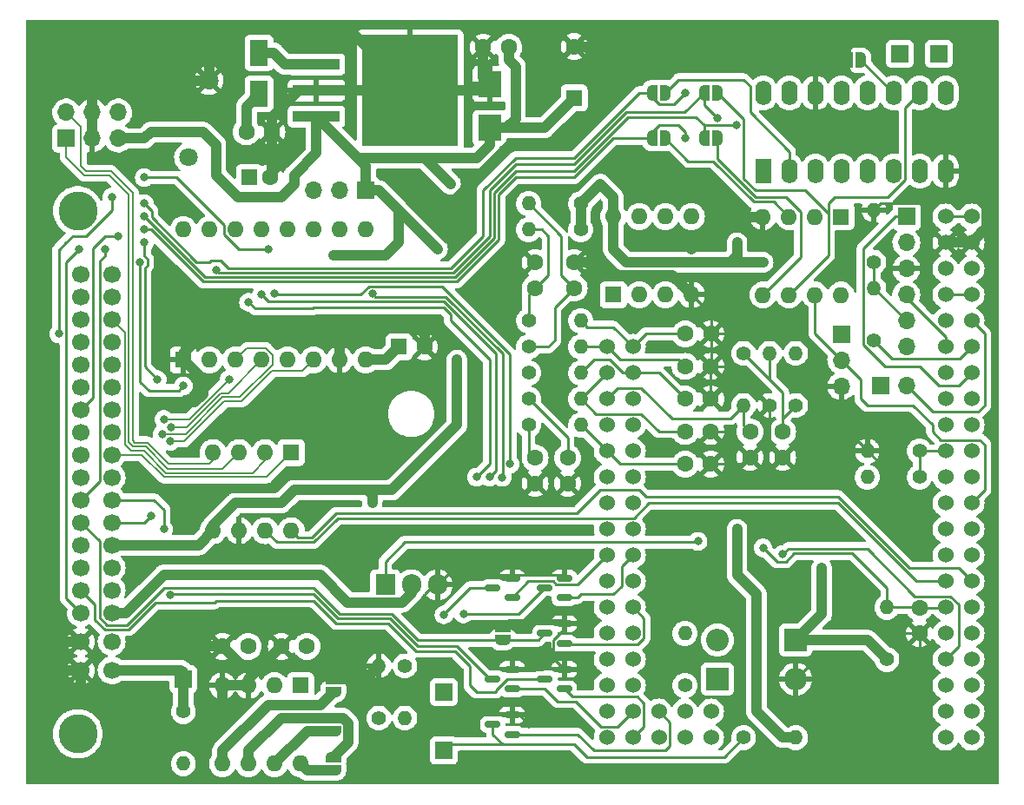
<source format=gtl>
G04 #@! TF.GenerationSoftware,KiCad,Pcbnew,(6.0.1)*
G04 #@! TF.CreationDate,2022-03-02T00:16:25-05:00*
G04 #@! TF.ProjectId,klxecu,6b6c7865-6375-42e6-9b69-6361645f7063,rev?*
G04 #@! TF.SameCoordinates,Original*
G04 #@! TF.FileFunction,Copper,L1,Top*
G04 #@! TF.FilePolarity,Positive*
%FSLAX46Y46*%
G04 Gerber Fmt 4.6, Leading zero omitted, Abs format (unit mm)*
G04 Created by KiCad (PCBNEW (6.0.1)) date 2022-03-02 00:16:25*
%MOMM*%
%LPD*%
G01*
G04 APERTURE LIST*
G04 Aperture macros list*
%AMRoundRect*
0 Rectangle with rounded corners*
0 $1 Rounding radius*
0 $2 $3 $4 $5 $6 $7 $8 $9 X,Y pos of 4 corners*
0 Add a 4 corners polygon primitive as box body*
4,1,4,$2,$3,$4,$5,$6,$7,$8,$9,$2,$3,0*
0 Add four circle primitives for the rounded corners*
1,1,$1+$1,$2,$3*
1,1,$1+$1,$4,$5*
1,1,$1+$1,$6,$7*
1,1,$1+$1,$8,$9*
0 Add four rect primitives between the rounded corners*
20,1,$1+$1,$2,$3,$4,$5,0*
20,1,$1+$1,$4,$5,$6,$7,0*
20,1,$1+$1,$6,$7,$8,$9,0*
20,1,$1+$1,$8,$9,$2,$3,0*%
%AMFreePoly0*
4,1,22,0.500000,-0.750000,0.000000,-0.750000,0.000000,-0.745033,-0.079941,-0.743568,-0.215256,-0.701293,-0.333266,-0.622738,-0.424486,-0.514219,-0.481581,-0.384460,-0.499164,-0.250000,-0.500000,-0.250000,-0.500000,0.250000,-0.499164,0.250000,-0.499963,0.256109,-0.478152,0.396186,-0.417904,0.524511,-0.324060,0.630769,-0.204165,0.706417,-0.067858,0.745374,0.000000,0.744959,0.000000,0.750000,
0.500000,0.750000,0.500000,-0.750000,0.500000,-0.750000,$1*%
%AMFreePoly1*
4,1,20,0.000000,0.744959,0.073905,0.744508,0.209726,0.703889,0.328688,0.626782,0.421226,0.519385,0.479903,0.390333,0.500000,0.250000,0.500000,-0.250000,0.499851,-0.262216,0.476331,-0.402017,0.414519,-0.529596,0.319384,-0.634700,0.198574,-0.708877,0.061801,-0.746166,0.000000,-0.745033,0.000000,-0.750000,-0.500000,-0.750000,-0.500000,0.750000,0.000000,0.750000,0.000000,0.744959,
0.000000,0.744959,$1*%
G04 Aperture macros list end*
G04 #@! TA.AperFunction,SMDPad,CuDef*
%ADD10FreePoly0,0.000000*%
G04 #@! TD*
G04 #@! TA.AperFunction,SMDPad,CuDef*
%ADD11FreePoly1,0.000000*%
G04 #@! TD*
G04 #@! TA.AperFunction,ComponentPad*
%ADD12R,1.700000X1.700000*%
G04 #@! TD*
G04 #@! TA.AperFunction,ComponentPad*
%ADD13C,1.524000*%
G04 #@! TD*
G04 #@! TA.AperFunction,ComponentPad*
%ADD14R,1.600000X2.400000*%
G04 #@! TD*
G04 #@! TA.AperFunction,ComponentPad*
%ADD15O,1.600000X2.400000*%
G04 #@! TD*
G04 #@! TA.AperFunction,ComponentPad*
%ADD16C,1.400000*%
G04 #@! TD*
G04 #@! TA.AperFunction,ComponentPad*
%ADD17O,1.400000X1.400000*%
G04 #@! TD*
G04 #@! TA.AperFunction,ComponentPad*
%ADD18R,1.600000X1.600000*%
G04 #@! TD*
G04 #@! TA.AperFunction,ComponentPad*
%ADD19O,1.600000X1.600000*%
G04 #@! TD*
G04 #@! TA.AperFunction,SMDPad,CuDef*
%ADD20R,4.600000X1.100000*%
G04 #@! TD*
G04 #@! TA.AperFunction,SMDPad,CuDef*
%ADD21R,9.400000X10.800000*%
G04 #@! TD*
G04 #@! TA.AperFunction,WasherPad*
%ADD22C,3.800000*%
G04 #@! TD*
G04 #@! TA.AperFunction,ComponentPad*
%ADD23C,1.700000*%
G04 #@! TD*
G04 #@! TA.AperFunction,ComponentPad*
%ADD24C,1.800000*%
G04 #@! TD*
G04 #@! TA.AperFunction,SMDPad,CuDef*
%ADD25RoundRect,0.150000X0.587500X0.150000X-0.587500X0.150000X-0.587500X-0.150000X0.587500X-0.150000X0*%
G04 #@! TD*
G04 #@! TA.AperFunction,ComponentPad*
%ADD26R,1.905000X2.000000*%
G04 #@! TD*
G04 #@! TA.AperFunction,ComponentPad*
%ADD27O,1.905000X2.000000*%
G04 #@! TD*
G04 #@! TA.AperFunction,ComponentPad*
%ADD28O,1.700000X1.700000*%
G04 #@! TD*
G04 #@! TA.AperFunction,SMDPad,CuDef*
%ADD29FreePoly1,270.000000*%
G04 #@! TD*
G04 #@! TA.AperFunction,SMDPad,CuDef*
%ADD30FreePoly0,270.000000*%
G04 #@! TD*
G04 #@! TA.AperFunction,SMDPad,CuDef*
%ADD31FreePoly1,90.000000*%
G04 #@! TD*
G04 #@! TA.AperFunction,SMDPad,CuDef*
%ADD32FreePoly0,90.000000*%
G04 #@! TD*
G04 #@! TA.AperFunction,ComponentPad*
%ADD33R,2.200000X2.200000*%
G04 #@! TD*
G04 #@! TA.AperFunction,ComponentPad*
%ADD34O,2.200000X2.200000*%
G04 #@! TD*
G04 #@! TA.AperFunction,SMDPad,CuDef*
%ADD35R,2.300000X2.500000*%
G04 #@! TD*
G04 #@! TA.AperFunction,SMDPad,CuDef*
%ADD36R,1.800000X2.500000*%
G04 #@! TD*
G04 #@! TA.AperFunction,ComponentPad*
%ADD37C,1.600000*%
G04 #@! TD*
G04 #@! TA.AperFunction,ViaPad*
%ADD38C,0.800000*%
G04 #@! TD*
G04 #@! TA.AperFunction,Conductor*
%ADD39C,0.250000*%
G04 #@! TD*
G04 #@! TA.AperFunction,Conductor*
%ADD40C,1.000000*%
G04 #@! TD*
G04 #@! TA.AperFunction,Conductor*
%ADD41C,0.200000*%
G04 #@! TD*
G04 APERTURE END LIST*
D10*
X120000000Y-41275000D03*
D11*
X121300000Y-41275000D03*
D12*
X125095000Y-40640000D03*
X128905000Y-40640000D03*
D13*
X132080000Y-64135000D03*
X129540000Y-64135000D03*
X132080000Y-61595000D03*
X129540000Y-61595000D03*
X96520000Y-69215000D03*
X99060000Y-69215000D03*
X96520000Y-71755000D03*
X99060000Y-71755000D03*
X96520000Y-74295000D03*
X99060000Y-74295000D03*
X96520000Y-76835000D03*
X99060000Y-76835000D03*
X96520000Y-79375000D03*
X99060000Y-79375000D03*
X96520000Y-81915000D03*
X99060000Y-81915000D03*
X96520000Y-84455000D03*
X99060000Y-84455000D03*
X96520000Y-86995000D03*
X99060000Y-86995000D03*
X129540000Y-66675000D03*
X129540000Y-71755000D03*
X132080000Y-71755000D03*
X129540000Y-74295000D03*
X132080000Y-74295000D03*
X129540000Y-76835000D03*
X132080000Y-76835000D03*
X129540000Y-79375000D03*
X132080000Y-79375000D03*
X129540000Y-81915000D03*
X132080000Y-81915000D03*
X129540000Y-84455000D03*
X132080000Y-84455000D03*
X129540000Y-86995000D03*
X132080000Y-86995000D03*
X129540000Y-89535000D03*
X132080000Y-89535000D03*
X129540000Y-92075000D03*
X132080000Y-92075000D03*
X129540000Y-94615000D03*
X132080000Y-94615000D03*
X129540000Y-97155000D03*
X132080000Y-97155000D03*
X129540000Y-99695000D03*
X132080000Y-99695000D03*
X129540000Y-102235000D03*
X132080000Y-102235000D03*
X129540000Y-104775000D03*
X132080000Y-104775000D03*
X129540000Y-107315000D03*
X132080000Y-107315000D03*
X96520000Y-89535000D03*
X99060000Y-89535000D03*
X96520000Y-92075000D03*
X99060000Y-92075000D03*
X96520000Y-94615000D03*
X99060000Y-94615000D03*
X96520000Y-97155000D03*
X99060000Y-97155000D03*
X96520000Y-99695000D03*
X99060000Y-99695000D03*
X96520000Y-102235000D03*
X99060000Y-102235000D03*
X96520000Y-104775000D03*
X99060000Y-104775000D03*
X96520000Y-107315000D03*
X99060000Y-107315000D03*
X101600000Y-107315000D03*
X101600000Y-104775000D03*
X104140000Y-107315000D03*
X104140000Y-104775000D03*
X106680000Y-107315000D03*
X106680000Y-104775000D03*
X129540000Y-59055000D03*
X132080000Y-59055000D03*
X132080000Y-66675000D03*
X129540000Y-69215000D03*
X132080000Y-69215000D03*
X132080000Y-56515000D03*
X129540000Y-56515000D03*
D14*
X111775000Y-52085000D03*
D15*
X114315000Y-52085000D03*
X116855000Y-52085000D03*
X119395000Y-52085000D03*
X121935000Y-52085000D03*
X124475000Y-52085000D03*
X127015000Y-52085000D03*
X129555000Y-52085000D03*
X129555000Y-44465000D03*
X127015000Y-44465000D03*
X124475000Y-44465000D03*
X121935000Y-44465000D03*
X119395000Y-44465000D03*
X116855000Y-44465000D03*
X114315000Y-44465000D03*
X111775000Y-44465000D03*
D16*
X104140000Y-102235000D03*
D17*
X104140000Y-97155000D03*
D10*
X106030000Y-44450000D03*
D11*
X107330000Y-44450000D03*
D10*
X106030000Y-48895000D03*
D11*
X107330000Y-48895000D03*
D10*
X100950000Y-48895000D03*
D11*
X102250000Y-48895000D03*
D10*
X100950000Y-44450000D03*
D11*
X102250000Y-44450000D03*
D18*
X66675000Y-102235000D03*
D19*
X64135000Y-102235000D03*
X61595000Y-102235000D03*
X59055000Y-102235000D03*
X59055000Y-109855000D03*
X61595000Y-109855000D03*
X64135000Y-109855000D03*
X66675000Y-109855000D03*
D20*
X68205000Y-41675000D03*
D21*
X77355000Y-44215000D03*
D20*
X68205000Y-44215000D03*
X68205000Y-46755000D03*
D22*
X44960000Y-55940000D03*
X44960000Y-106940000D03*
D23*
X48260000Y-62140000D03*
X48260000Y-64340000D03*
X48260000Y-66540000D03*
X48260000Y-68740000D03*
X48260000Y-70940000D03*
X48260000Y-73140000D03*
X48260000Y-75340000D03*
X48260000Y-77540000D03*
X48260000Y-79740000D03*
X48260000Y-81940000D03*
X48260000Y-84140000D03*
X48260000Y-86340000D03*
X48260000Y-88540000D03*
X48260000Y-90740000D03*
X48260000Y-92940000D03*
X48260000Y-95140000D03*
X48260000Y-97940000D03*
X48260000Y-100740000D03*
X45260000Y-62140000D03*
X45260000Y-64340000D03*
X45260000Y-66540000D03*
X45260000Y-68740000D03*
X45260000Y-70940000D03*
X45260000Y-73140000D03*
X45260000Y-75340000D03*
X45260000Y-77540000D03*
X45260000Y-79740000D03*
X45260000Y-81940000D03*
X45260000Y-84140000D03*
X45260000Y-86340000D03*
X45260000Y-88540000D03*
X45260000Y-90740000D03*
X45260000Y-92940000D03*
X45260000Y-95140000D03*
X45260000Y-97940000D03*
X45260000Y-100740000D03*
D24*
X55755000Y-50740000D03*
X57755000Y-43240000D03*
D16*
X109855000Y-107315000D03*
D17*
X114935000Y-107315000D03*
X55245000Y-109855000D03*
D16*
X55245000Y-104775000D03*
X74295000Y-105410000D03*
D17*
X74295000Y-100330000D03*
D16*
X76835000Y-100330000D03*
D17*
X76835000Y-105410000D03*
X121920000Y-81915000D03*
D16*
X127000000Y-81915000D03*
X127000000Y-79375000D03*
D17*
X121920000Y-79375000D03*
D16*
X123825000Y-99695000D03*
D17*
X123825000Y-94615000D03*
D16*
X88900000Y-76835000D03*
D17*
X93980000Y-76835000D03*
D16*
X88900000Y-66675000D03*
D17*
X93980000Y-66675000D03*
D16*
X88900000Y-71755000D03*
D17*
X93980000Y-71755000D03*
D16*
X93980000Y-57785000D03*
D17*
X88900000Y-57785000D03*
D16*
X109855000Y-69850000D03*
D17*
X109855000Y-74930000D03*
D16*
X88900000Y-74295000D03*
D17*
X93980000Y-74295000D03*
D16*
X88900000Y-69215000D03*
D17*
X93980000Y-69215000D03*
X112395000Y-69850000D03*
D16*
X112395000Y-74930000D03*
D17*
X114935000Y-69850000D03*
D16*
X114935000Y-74930000D03*
X93980000Y-55245000D03*
D17*
X88900000Y-55245000D03*
D16*
X122555000Y-68580000D03*
D17*
X122555000Y-63500000D03*
D16*
X122555000Y-60960000D03*
D17*
X122555000Y-55880000D03*
D25*
X87297500Y-106995000D03*
X87297500Y-105095000D03*
X85422500Y-106045000D03*
X92377500Y-93660000D03*
X92377500Y-91760000D03*
X90502500Y-92710000D03*
X92377500Y-98105000D03*
X92377500Y-96205000D03*
X90502500Y-97155000D03*
X92377500Y-102550000D03*
X92377500Y-100650000D03*
X90502500Y-101600000D03*
D26*
X74930000Y-92415000D03*
D27*
X77470000Y-92415000D03*
X80010000Y-92415000D03*
D25*
X87297500Y-102550000D03*
X87297500Y-100650000D03*
X85422500Y-101600000D03*
X87297500Y-93660000D03*
X87297500Y-91760000D03*
X85422500Y-92710000D03*
D12*
X123185000Y-73025000D03*
D28*
X125725000Y-73025000D03*
D12*
X73025000Y-53975000D03*
D28*
X70485000Y-53975000D03*
X67945000Y-53975000D03*
D29*
X69860000Y-110495000D03*
D30*
X69860000Y-109195000D03*
X69860000Y-105385000D03*
D29*
X69860000Y-106685000D03*
D31*
X69860000Y-101575000D03*
D32*
X69860000Y-102875000D03*
X86360000Y-97805000D03*
D31*
X86360000Y-96505000D03*
D12*
X119380000Y-67960000D03*
D28*
X119380000Y-70500000D03*
X119380000Y-73040000D03*
D12*
X80645000Y-108585000D03*
X55245000Y-101600000D03*
X80645000Y-102870000D03*
D18*
X65760000Y-79515000D03*
D19*
X63220000Y-79515000D03*
X60680000Y-79515000D03*
X58140000Y-79515000D03*
X58140000Y-87135000D03*
X60680000Y-87135000D03*
X63220000Y-87135000D03*
X65760000Y-87135000D03*
D18*
X119370000Y-56525000D03*
D19*
X116830000Y-56525000D03*
X114290000Y-56525000D03*
X111750000Y-56525000D03*
X111750000Y-64145000D03*
X114290000Y-64145000D03*
X116830000Y-64145000D03*
X119370000Y-64145000D03*
D12*
X125730000Y-56515000D03*
D28*
X125730000Y-59055000D03*
X125730000Y-61595000D03*
X125730000Y-64135000D03*
X125730000Y-66675000D03*
X125730000Y-69215000D03*
D12*
X43830000Y-48900000D03*
D28*
X43830000Y-46360000D03*
X46370000Y-48900000D03*
X46370000Y-46360000D03*
X48910000Y-48900000D03*
X48910000Y-46360000D03*
D18*
X97165000Y-64125000D03*
D19*
X99705000Y-64125000D03*
X102245000Y-64125000D03*
X104785000Y-64125000D03*
X104785000Y-56505000D03*
X102245000Y-56505000D03*
X99705000Y-56505000D03*
X97165000Y-56505000D03*
D33*
X107315000Y-101600000D03*
D34*
X114935000Y-101600000D03*
D33*
X114935000Y-97790000D03*
D34*
X107315000Y-97790000D03*
D35*
X85090000Y-47870000D03*
X85090000Y-43570000D03*
D36*
X62635000Y-40545000D03*
X62635000Y-44545000D03*
D18*
X76264888Y-69215000D03*
D37*
X78764888Y-69215000D03*
X61565000Y-98415000D03*
X59065000Y-98415000D03*
X67300000Y-98415000D03*
X64800000Y-98415000D03*
X127000000Y-94655000D03*
X127000000Y-97155000D03*
X104160000Y-80645000D03*
X106660000Y-80645000D03*
X104180000Y-67945000D03*
X106680000Y-67945000D03*
X104160000Y-74295000D03*
X106660000Y-74295000D03*
X89535000Y-80030000D03*
X89535000Y-82530000D03*
X89535000Y-61000000D03*
X89535000Y-63500000D03*
X110490000Y-79990000D03*
X110490000Y-77490000D03*
X104160000Y-77470000D03*
X106660000Y-77470000D03*
X104160000Y-71120000D03*
X106660000Y-71120000D03*
X113665000Y-77490000D03*
X113665000Y-79990000D03*
X92710000Y-80030000D03*
X92710000Y-82530000D03*
X93345000Y-63480000D03*
X93345000Y-60980000D03*
D18*
X93345000Y-44947651D03*
D37*
X93345000Y-39947651D03*
X86975000Y-40005000D03*
X84475000Y-40005000D03*
X61385000Y-48260000D03*
X63885000Y-48260000D03*
D18*
X61679888Y-52705000D03*
D37*
X63679888Y-52705000D03*
D18*
X55245000Y-70475000D03*
D19*
X57785000Y-70475000D03*
X60325000Y-70475000D03*
X62865000Y-70475000D03*
X65405000Y-70475000D03*
X67945000Y-70475000D03*
X70485000Y-70475000D03*
X73025000Y-70475000D03*
X73025000Y-57775000D03*
X70485000Y-57775000D03*
X67945000Y-57775000D03*
X65405000Y-57775000D03*
X62865000Y-57775000D03*
X60325000Y-57775000D03*
X57785000Y-57775000D03*
X55245000Y-57775000D03*
D38*
X120015000Y-90805000D03*
X124460000Y-86360000D03*
X94615000Y-102235000D03*
X104775000Y-59690000D03*
X109220000Y-59055000D03*
X121285000Y-48260000D03*
X52705000Y-97790000D03*
X51435000Y-75565000D03*
X80010000Y-56515000D03*
X117475000Y-90805000D03*
X73660000Y-84455000D03*
X81915000Y-70485000D03*
X80010000Y-59690000D03*
X69850000Y-60325000D03*
X81280000Y-53340000D03*
X95885000Y-53340000D03*
X111760000Y-60960000D03*
X88900000Y-106045000D03*
X109220000Y-86995000D03*
X80645000Y-95339500D03*
X82550000Y-95250000D03*
X111760000Y-88810500D03*
X87084500Y-80645000D03*
X64135000Y-64045500D03*
X63500000Y-59690000D03*
X51435000Y-52705000D03*
X43090500Y-67945000D03*
X48260000Y-54610000D03*
X113665000Y-89445500D03*
X86332844Y-81938801D03*
X85090000Y-81915000D03*
X83820000Y-81915000D03*
X61595000Y-64859500D03*
X73660000Y-64045500D03*
X62865000Y-64135000D03*
X105420579Y-88175500D03*
X107315000Y-46900500D03*
X104140000Y-44450000D03*
X104140000Y-48895000D03*
X109130500Y-47625000D03*
X45085000Y-59690000D03*
X51435000Y-55245000D03*
X53975000Y-93434500D03*
X53340000Y-86995000D03*
X52070000Y-85725000D03*
X53975000Y-78428551D03*
X53175935Y-77729051D03*
X51435000Y-57785000D03*
X47625000Y-59690000D03*
X52705000Y-72390000D03*
X48895000Y-58420000D03*
X51435000Y-59055000D03*
X53340000Y-76289500D03*
X59690000Y-72390000D03*
X54011811Y-77029551D03*
X58420000Y-61690980D03*
X55245000Y-73025000D03*
X51028540Y-60960000D03*
X51435000Y-56515000D03*
X77355000Y-44215000D03*
X74295000Y-48260000D03*
X80645000Y-48260000D03*
X80645000Y-40005000D03*
X74295000Y-40005000D03*
D39*
X91706031Y-103771031D02*
X90485000Y-102550000D01*
X95935209Y-106228489D02*
X93477751Y-103771031D01*
X93477751Y-103771031D02*
X91706031Y-103771031D01*
X90485000Y-102550000D02*
X87297500Y-102550000D01*
X97606511Y-106228489D02*
X95935209Y-106228489D01*
X99060000Y-104775000D02*
X97606511Y-106228489D01*
X125095000Y-82550000D02*
X121920000Y-79375000D01*
X125095000Y-85725000D02*
X125095000Y-82550000D01*
X124460000Y-86360000D02*
X125095000Y-85725000D01*
X120015000Y-93345000D02*
X120015000Y-90805000D01*
X121285000Y-94615000D02*
X120015000Y-93345000D01*
X123825000Y-97155000D02*
X121285000Y-94615000D01*
X127000000Y-97155000D02*
X123825000Y-97155000D01*
X127000000Y-99060000D02*
X127000000Y-97155000D01*
X123190000Y-101600000D02*
X124460000Y-101600000D01*
X121285000Y-99695000D02*
X123190000Y-101600000D01*
X124460000Y-101600000D02*
X127000000Y-99060000D01*
X114935000Y-101600000D02*
X116840000Y-99695000D01*
X116840000Y-99695000D02*
X121285000Y-99695000D01*
X119380000Y-73040000D02*
X119380000Y-76835000D01*
X119380000Y-76835000D02*
X121920000Y-79375000D01*
X94300000Y-100650000D02*
X92377500Y-100650000D01*
X94615000Y-102235000D02*
X94615000Y-100965000D01*
X94615000Y-100965000D02*
X94300000Y-100650000D01*
D40*
X107940000Y-56525000D02*
X111750000Y-56525000D01*
X104775000Y-59690000D02*
X107940000Y-56525000D01*
X111760000Y-60960000D02*
X108585000Y-60960000D01*
D39*
X51028540Y-72618540D02*
X51028540Y-60960000D01*
X54778060Y-73491940D02*
X51901940Y-73491940D01*
X51901940Y-73491940D02*
X51028540Y-72618540D01*
X55245000Y-73025000D02*
X54778060Y-73491940D01*
D40*
X57150000Y-73799308D02*
X57150000Y-72380000D01*
X56357857Y-74591451D02*
X57150000Y-73799308D01*
X52408549Y-74591451D02*
X56357857Y-74591451D01*
X57150000Y-72380000D02*
X55245000Y-70475000D01*
X51435000Y-75565000D02*
X52408549Y-74591451D01*
X75565000Y-83185000D02*
X73221997Y-83185000D01*
X81915000Y-76835000D02*
X75565000Y-83185000D01*
X81915000Y-70485000D02*
X81915000Y-76835000D01*
X132080000Y-38100000D02*
X98425000Y-38100000D01*
X95567500Y-40957500D02*
X94557651Y-39947651D01*
X98425000Y-38100000D02*
X95567500Y-40957500D01*
X133541511Y-39561511D02*
X132080000Y-38100000D01*
X133541511Y-57593489D02*
X133541511Y-39561511D01*
X132080000Y-59055000D02*
X133541511Y-57593489D01*
X95885000Y-41275000D02*
X95567500Y-40957500D01*
X109220000Y-59055000D02*
X109220000Y-60325000D01*
X109220000Y-60325000D02*
X108585000Y-60960000D01*
X108585000Y-60960000D02*
X98425000Y-60960000D01*
D39*
X106680000Y-66020000D02*
X104785000Y-64125000D01*
X106680000Y-67945000D02*
X106680000Y-66020000D01*
X116855000Y-47005000D02*
X118110000Y-48260000D01*
X116855000Y-44465000D02*
X116855000Y-47005000D01*
X118110000Y-48260000D02*
X121285000Y-48260000D01*
X112824520Y-55059520D02*
X114290000Y-56525000D01*
X110829063Y-55059520D02*
X112824520Y-55059520D01*
X104465937Y-51110937D02*
X106880480Y-51110937D01*
X102250000Y-48895000D02*
X104465937Y-51110937D01*
X106880480Y-51110937D02*
X110829063Y-55059520D01*
X115414511Y-60480489D02*
X111750000Y-64145000D01*
X113965300Y-54610000D02*
X115414511Y-56059211D01*
X115414511Y-56059211D02*
X115414511Y-60480489D01*
X111015261Y-54610000D02*
X113965300Y-54610000D01*
X107330000Y-50924739D02*
X111015261Y-54610000D01*
X107330000Y-48895000D02*
X107330000Y-50924739D01*
X115870300Y-53975000D02*
X118110000Y-56214700D01*
X109855000Y-52814021D02*
X111015979Y-53975000D01*
X109855000Y-46975000D02*
X109855000Y-52814021D01*
X111015979Y-53975000D02*
X115870300Y-53975000D01*
X118110000Y-56214700D02*
X118110000Y-57150000D01*
X107330000Y-44450000D02*
X109855000Y-46975000D01*
X86345000Y-96520000D02*
X86360000Y-96505000D01*
X78740000Y-95885000D02*
X79375000Y-96520000D01*
X79375000Y-96520000D02*
X86345000Y-96520000D01*
X78740000Y-93345000D02*
X78740000Y-95885000D01*
X79670000Y-92415000D02*
X78740000Y-93345000D01*
X80010000Y-92415000D02*
X79670000Y-92415000D01*
X80985000Y-91440000D02*
X86977500Y-91440000D01*
X80010000Y-92415000D02*
X80985000Y-91440000D01*
D40*
X53330000Y-98415000D02*
X52705000Y-97790000D01*
X59065000Y-98415000D02*
X53330000Y-98415000D01*
D39*
X117475000Y-72390000D02*
X118125000Y-73040000D01*
X115570000Y-67945000D02*
X117475000Y-69850000D01*
X117475000Y-69850000D02*
X117475000Y-72390000D01*
X106680000Y-67945000D02*
X115570000Y-67945000D01*
X118125000Y-73040000D02*
X119380000Y-73040000D01*
X125730000Y-61595000D02*
X127000000Y-61595000D01*
X127000000Y-61595000D02*
X129540000Y-59055000D01*
X128270000Y-55245000D02*
X129540000Y-53975000D01*
X129540000Y-53975000D02*
X129555000Y-53960000D01*
X127635000Y-55880000D02*
X129540000Y-53975000D01*
X123190000Y-55245000D02*
X128270000Y-55245000D01*
X122555000Y-55880000D02*
X123190000Y-55245000D01*
X129555000Y-53960000D02*
X129555000Y-52085000D01*
X127635000Y-57150000D02*
X127635000Y-55880000D01*
X129540000Y-59055000D02*
X127635000Y-57150000D01*
D40*
X129540000Y-59055000D02*
X132080000Y-59055000D01*
X59055000Y-105410000D02*
X59055000Y-102235000D01*
X57150000Y-107315000D02*
X59055000Y-105410000D01*
X49530000Y-107315000D02*
X57150000Y-107315000D01*
X45260000Y-103045000D02*
X49530000Y-107315000D01*
X45260000Y-100740000D02*
X45260000Y-103045000D01*
X42060000Y-97940000D02*
X40640000Y-96520000D01*
X45260000Y-97940000D02*
X42060000Y-97940000D01*
X40640000Y-96520000D02*
X40640000Y-99060000D01*
X40640000Y-44450000D02*
X40640000Y-96520000D01*
X42320000Y-100740000D02*
X45260000Y-100740000D01*
X40640000Y-99060000D02*
X42320000Y-100740000D01*
X41850000Y-43240000D02*
X40640000Y-44450000D01*
X47565000Y-43240000D02*
X41850000Y-43240000D01*
D41*
X55790500Y-76289500D02*
X53340000Y-76289500D01*
X59690000Y-72390000D02*
X55790500Y-76289500D01*
D40*
X69215000Y-67945000D02*
X68580000Y-67945000D01*
X68580000Y-67945000D02*
X57150000Y-67945000D01*
X78764888Y-67969888D02*
X77470000Y-66675000D01*
X77470000Y-66675000D02*
X69850000Y-66675000D01*
X78764888Y-69215000D02*
X78764888Y-67969888D01*
X69850000Y-66675000D02*
X68580000Y-67945000D01*
X55245000Y-69850000D02*
X55245000Y-70475000D01*
X57150000Y-67945000D02*
X55245000Y-69850000D01*
X70485000Y-70475000D02*
X70485000Y-69215000D01*
X70485000Y-69215000D02*
X69215000Y-67945000D01*
X94557651Y-39947651D02*
X93345000Y-39947651D01*
X95885000Y-45720000D02*
X95885000Y-41275000D01*
X87098952Y-49530000D02*
X92075000Y-49530000D01*
X92075000Y-49530000D02*
X95885000Y-45720000D01*
X80113952Y-56515000D02*
X87098952Y-49530000D01*
X80010000Y-56515000D02*
X80113952Y-56515000D01*
X95885000Y-62230000D02*
X102890000Y-62230000D01*
X94635000Y-60980000D02*
X95885000Y-62230000D01*
X93345000Y-60980000D02*
X94635000Y-60980000D01*
X102890000Y-62230000D02*
X104785000Y-64125000D01*
X95885000Y-53340000D02*
X93980000Y-55245000D01*
X93980000Y-57785000D02*
X93980000Y-55245000D01*
X71240000Y-38100000D02*
X77355000Y-44215000D01*
X60325000Y-38100000D02*
X71240000Y-38100000D01*
X57755000Y-40670000D02*
X60325000Y-38100000D01*
X57755000Y-43240000D02*
X57755000Y-40670000D01*
X47565000Y-43240000D02*
X57755000Y-43240000D01*
X46370000Y-44435000D02*
X47565000Y-43240000D01*
X46370000Y-46360000D02*
X46370000Y-44435000D01*
X46370000Y-48900000D02*
X46370000Y-46360000D01*
X117475000Y-95250000D02*
X114935000Y-97790000D01*
X117475000Y-90805000D02*
X117475000Y-95250000D01*
D39*
X130810000Y-98425000D02*
X129540000Y-99695000D01*
X121920000Y-88900000D02*
X126548489Y-93528489D01*
X129990049Y-93528489D02*
X130810000Y-94348440D01*
X114210500Y-88900000D02*
X121920000Y-88900000D01*
X130810000Y-94348440D02*
X130810000Y-98425000D01*
X113665000Y-89445500D02*
X114210500Y-88900000D01*
X126548489Y-93528489D02*
X129990049Y-93528489D01*
X123825000Y-92710718D02*
X123825000Y-94615000D01*
X114785594Y-89349520D02*
X120463802Y-89349520D01*
X120463802Y-89349520D02*
X123825000Y-92710718D01*
X113965103Y-90170011D02*
X114785594Y-89349520D01*
X111760000Y-88810500D02*
X113119511Y-90170011D01*
X113119511Y-90170011D02*
X113965103Y-90170011D01*
D40*
X121920000Y-97790000D02*
X123825000Y-99695000D01*
X114935000Y-97790000D02*
X121920000Y-97790000D01*
X73660000Y-83623003D02*
X73221997Y-83185000D01*
X73660000Y-84455000D02*
X73660000Y-83623003D01*
X58140000Y-86640000D02*
X58140000Y-87135000D01*
X64770000Y-84455000D02*
X60325000Y-84455000D01*
X73221997Y-83185000D02*
X66040000Y-83185000D01*
X60325000Y-84455000D02*
X58140000Y-86640000D01*
X76200000Y-55880000D02*
X80010000Y-59690000D01*
X66040000Y-83185000D02*
X64770000Y-84455000D01*
X74295000Y-53975000D02*
X73025000Y-53975000D01*
X76200000Y-55880000D02*
X74295000Y-53975000D01*
X74930000Y-60325000D02*
X76200000Y-59055000D01*
X69850000Y-60325000D02*
X74930000Y-60325000D01*
X76200000Y-59055000D02*
X76200000Y-55880000D01*
D39*
X99695000Y-44450000D02*
X100950000Y-44450000D01*
X93345000Y-50800000D02*
X99695000Y-44450000D01*
X87630000Y-50800000D02*
X93345000Y-50800000D01*
X84454641Y-53975359D02*
X87630000Y-50800000D01*
X84454641Y-58419641D02*
X84454641Y-53975359D01*
X81357842Y-61516440D02*
X84454641Y-58419641D01*
X58875989Y-60780989D02*
X59611440Y-61516440D01*
X59611440Y-61516440D02*
X81357842Y-61516440D01*
X57964011Y-60780989D02*
X58875989Y-60780989D01*
X57785000Y-60960000D02*
X57964011Y-60780989D01*
X56515718Y-60960000D02*
X57785000Y-60960000D01*
X52159511Y-56603793D02*
X56515718Y-60960000D01*
X52159511Y-55969511D02*
X52159511Y-56603793D01*
X51435000Y-55245000D02*
X52159511Y-55969511D01*
X98425718Y-46355000D02*
X104125000Y-46355000D01*
X93345358Y-51435359D02*
X98425718Y-46355000D01*
X87630359Y-51435359D02*
X93345358Y-51435359D01*
X85090000Y-58420000D02*
X85090000Y-53975718D01*
X81544040Y-61965960D02*
X85090000Y-58420000D01*
X58694980Y-61965960D02*
X81544040Y-61965960D01*
X85090000Y-53975718D02*
X87630359Y-51435359D01*
X104125000Y-46355000D02*
X106030000Y-44450000D01*
X58420000Y-61690980D02*
X58694980Y-61965960D01*
X57335480Y-62415480D02*
X51435000Y-56515000D01*
X81730238Y-62415480D02*
X57335480Y-62415480D01*
X85539520Y-58606198D02*
X81730238Y-62415480D01*
X85539520Y-57599520D02*
X85539520Y-58606198D01*
X97157152Y-48895000D02*
X100950000Y-48895000D01*
X93346074Y-52706077D02*
X97157152Y-48895000D01*
X85989040Y-54348114D02*
X87631077Y-52706077D01*
X85989040Y-58792396D02*
X85989040Y-54348114D01*
X81916436Y-62865000D02*
X85989040Y-58792396D01*
X52069282Y-57785000D02*
X57149282Y-62865000D01*
X87631077Y-52706077D02*
X93346074Y-52706077D01*
X57149282Y-62865000D02*
X81916436Y-62865000D01*
X51435000Y-57785000D02*
X52069282Y-57785000D01*
X87084500Y-69938064D02*
X87084500Y-80645000D01*
X73359897Y-63320989D02*
X80467425Y-63320989D01*
X80467425Y-63320989D02*
X87084500Y-69938064D01*
X72545886Y-64135000D02*
X73359897Y-63320989D01*
X64224500Y-64135000D02*
X72545886Y-64135000D01*
X64135000Y-64045500D02*
X64224500Y-64135000D01*
X85725000Y-81280000D02*
X85090000Y-81915000D01*
X85725000Y-69850000D02*
X85725000Y-81280000D01*
X63500000Y-64770000D02*
X80645000Y-64770000D01*
X62865000Y-64135000D02*
X63500000Y-64770000D01*
X80645000Y-64770000D02*
X85725000Y-69850000D01*
X85090000Y-80645000D02*
X83820000Y-81915000D01*
X85090000Y-70485000D02*
X85090000Y-80645000D01*
X81280000Y-66675000D02*
X85090000Y-70485000D01*
X80644282Y-65405000D02*
X81280000Y-66040718D01*
X62230011Y-65494511D02*
X67855489Y-65494511D01*
X81280000Y-66040718D02*
X81280000Y-66675000D01*
X61595000Y-64859500D02*
X62230011Y-65494511D01*
X67945000Y-65405000D02*
X80644282Y-65405000D01*
X67855489Y-65494511D02*
X67945000Y-65405000D01*
X54596278Y-52705000D02*
X51435000Y-52705000D01*
X60649700Y-59690000D02*
X59200489Y-58240789D01*
X63500000Y-59690000D02*
X60649700Y-59690000D01*
X59200489Y-58240789D02*
X59200489Y-57309211D01*
X59200489Y-57309211D02*
X54596278Y-52705000D01*
D40*
X56735000Y-88540000D02*
X58140000Y-87135000D01*
X48260000Y-88540000D02*
X56735000Y-88540000D01*
X78740000Y-50800000D02*
X75565000Y-50800000D01*
X81280000Y-53340000D02*
X78740000Y-50800000D01*
X72250000Y-50800000D02*
X75565000Y-50800000D01*
X75565000Y-50800000D02*
X83820000Y-50800000D01*
X97165000Y-56505000D02*
X97165000Y-54620000D01*
X97165000Y-54620000D02*
X95885000Y-53340000D01*
X97165000Y-59680000D02*
X97165000Y-56505000D01*
X98425000Y-60960000D02*
X97155000Y-59690000D01*
X97155000Y-59690000D02*
X97165000Y-59680000D01*
X51430000Y-48900000D02*
X48910000Y-48900000D01*
X52070000Y-48260000D02*
X51430000Y-48900000D01*
X57150000Y-48260000D02*
X52070000Y-48260000D01*
X58420000Y-49530000D02*
X57150000Y-48260000D01*
X58420000Y-52468029D02*
X58420000Y-49530000D01*
X60561971Y-54610000D02*
X58420000Y-52468029D01*
X64770000Y-54610000D02*
X60561971Y-54610000D01*
X66040000Y-53340000D02*
X64770000Y-54610000D01*
X66040000Y-52465518D02*
X66040000Y-53340000D01*
X68205000Y-50300518D02*
X66040000Y-52465518D01*
X68205000Y-46755000D02*
X68205000Y-50300518D01*
X73050000Y-101575000D02*
X74295000Y-100330000D01*
X69860000Y-101575000D02*
X73050000Y-101575000D01*
X55245000Y-101600000D02*
X55245000Y-104775000D01*
X55245000Y-100965000D02*
X55245000Y-101600000D01*
X55020000Y-100740000D02*
X55245000Y-100965000D01*
X48260000Y-100740000D02*
X55020000Y-100740000D01*
X71309520Y-107745480D02*
X69860000Y-109195000D01*
X71309520Y-105895250D02*
X71309520Y-107745480D01*
X69860000Y-105385000D02*
X70799270Y-105385000D01*
X70799270Y-105385000D02*
X71309520Y-105895250D01*
X67315000Y-110495000D02*
X69860000Y-110495000D01*
X66675000Y-109855000D02*
X67315000Y-110495000D01*
X60970000Y-100320000D02*
X62875000Y-100320000D01*
X59065000Y-98415000D02*
X60970000Y-100320000D01*
X61595000Y-102235000D02*
X59055000Y-102235000D01*
X61615000Y-101600000D02*
X61595000Y-101600000D01*
X64800000Y-98415000D02*
X61615000Y-101600000D01*
X62875000Y-100320000D02*
X61595000Y-101600000D01*
X61595000Y-101600000D02*
X61595000Y-102235000D01*
X69845000Y-101575000D02*
X68590000Y-100320000D01*
X68590000Y-100320000D02*
X62875000Y-100320000D01*
X69860000Y-101575000D02*
X69845000Y-101575000D01*
X59055000Y-108585000D02*
X59055000Y-109855000D01*
X63510000Y-104130000D02*
X59055000Y-108585000D01*
X68605000Y-104130000D02*
X63510000Y-104130000D01*
X69860000Y-102875000D02*
X68605000Y-104130000D01*
X61595000Y-108585000D02*
X61595000Y-109855000D01*
X64795000Y-105385000D02*
X61595000Y-108585000D01*
X69860000Y-105385000D02*
X64795000Y-105385000D01*
X67305000Y-106685000D02*
X64135000Y-109855000D01*
X69860000Y-106685000D02*
X67305000Y-106685000D01*
D39*
X81280000Y-107950000D02*
X80645000Y-108585000D01*
X86995000Y-107950000D02*
X81280000Y-107950000D01*
X86995000Y-107950000D02*
X93345000Y-107950000D01*
X86360000Y-107950000D02*
X86995000Y-107950000D01*
X87950000Y-105095000D02*
X88900000Y-106045000D01*
X87297500Y-105095000D02*
X87950000Y-105095000D01*
X90235960Y-100650000D02*
X87297500Y-100650000D01*
X91315480Y-99570480D02*
X90235960Y-100650000D01*
X92377500Y-100632500D02*
X92377500Y-100650000D01*
X91315480Y-99570480D02*
X92377500Y-100632500D01*
X91315480Y-97758448D02*
X91315480Y-99570480D01*
X92377500Y-96696428D02*
X91315480Y-97758448D01*
X92377500Y-96205000D02*
X92377500Y-96696428D01*
X80645000Y-95339500D02*
X80645000Y-95250000D01*
X80645000Y-95250000D02*
X83185000Y-92710000D01*
X83185000Y-92710000D02*
X85422500Y-92710000D01*
X87962500Y-95250000D02*
X90502500Y-92710000D01*
X82550000Y-95250000D02*
X87962500Y-95250000D01*
X46635969Y-94315969D02*
X45260000Y-92940000D01*
X46635969Y-95812696D02*
X46635969Y-94315969D01*
X47588762Y-96765489D02*
X46635969Y-95812696D01*
X49920228Y-96765489D02*
X47588762Y-96765489D01*
X52526706Y-94159011D02*
X49920228Y-96765489D01*
X58252853Y-94159011D02*
X52526706Y-94159011D01*
X58431864Y-93980000D02*
X58252853Y-94159011D01*
X67943564Y-93980000D02*
X58431864Y-93980000D01*
X70112604Y-96149040D02*
X67943564Y-93980000D01*
X75192604Y-96149040D02*
X70112604Y-96149040D01*
X77918084Y-98874520D02*
X75192604Y-96149040D01*
X81729520Y-98874520D02*
X77918084Y-98874520D01*
X83185000Y-102235000D02*
X83185000Y-100330000D01*
X85725000Y-102870000D02*
X83820000Y-102870000D01*
X85725000Y-102713928D02*
X85725000Y-102870000D01*
X83820000Y-102870000D02*
X83185000Y-102235000D01*
X86838928Y-101600000D02*
X85725000Y-102713928D01*
X83185000Y-100330000D02*
X81729520Y-98874520D01*
X90502500Y-101600000D02*
X86838928Y-101600000D01*
X78104282Y-98425000D02*
X81915718Y-98425000D01*
X85090718Y-101600000D02*
X85422500Y-101600000D01*
X75378802Y-95699520D02*
X78104282Y-98425000D01*
X67944282Y-93345000D02*
X70298803Y-95699520D01*
X54064500Y-93345000D02*
X67944282Y-93345000D01*
X70298803Y-95699520D02*
X75378802Y-95699520D01*
X81915718Y-98425000D02*
X85090718Y-101600000D01*
X53975000Y-93434500D02*
X54064500Y-93345000D01*
X78120000Y-97805000D02*
X86360000Y-97805000D01*
X75565000Y-95250000D02*
X78120000Y-97805000D01*
X70485000Y-95250000D02*
X75565000Y-95250000D01*
X67945000Y-92710000D02*
X70485000Y-95250000D01*
X49734031Y-96315969D02*
X53340000Y-92710000D01*
X47773501Y-96314511D02*
X48746499Y-96314511D01*
X48746499Y-96314511D02*
X48747957Y-96315969D01*
X48747957Y-96315969D02*
X49734031Y-96315969D01*
X47085489Y-95626499D02*
X47773501Y-96314511D01*
X47085489Y-88165489D02*
X47085489Y-95626499D01*
X45260000Y-86340000D02*
X47085489Y-88165489D01*
X53340000Y-92710000D02*
X67945000Y-92710000D01*
D40*
X77470000Y-93226522D02*
X77470000Y-92415000D01*
X71254511Y-94114511D02*
X76582011Y-94114511D01*
X68580000Y-91440000D02*
X71254511Y-94114511D01*
X53340000Y-91440000D02*
X68580000Y-91440000D01*
X49640000Y-95140000D02*
X53340000Y-91440000D01*
X48260000Y-95140000D02*
X49640000Y-95140000D01*
X76582011Y-94114511D02*
X77470000Y-93226522D01*
D39*
X52390000Y-84140000D02*
X48260000Y-84140000D01*
X53340000Y-86995000D02*
X53340000Y-85090000D01*
X53340000Y-85090000D02*
X52390000Y-84140000D01*
D40*
X113665000Y-107315000D02*
X114935000Y-107315000D01*
X111125000Y-93345000D02*
X111125000Y-104775000D01*
X111125000Y-104775000D02*
X113665000Y-107315000D01*
X109220000Y-91440000D02*
X111125000Y-93345000D01*
X109220000Y-86995000D02*
X109220000Y-91440000D01*
D39*
X93345000Y-107950000D02*
X94615000Y-109220000D01*
X107950000Y-109220000D02*
X109855000Y-107315000D01*
X94615000Y-109220000D02*
X107950000Y-109220000D01*
X85422500Y-107012500D02*
X86360000Y-107950000D01*
X85422500Y-106045000D02*
X85422500Y-107012500D01*
X102235000Y-108585000D02*
X102686511Y-108133489D01*
X102686511Y-108133489D02*
X102686511Y-105861511D01*
X95250000Y-108585000D02*
X102235000Y-108585000D01*
X102686511Y-105861511D02*
X101600000Y-104775000D01*
X93660000Y-106995000D02*
X95250000Y-108585000D01*
X87297500Y-106995000D02*
X93660000Y-106995000D01*
X126960000Y-94615000D02*
X127000000Y-94655000D01*
X123825000Y-94615000D02*
X126960000Y-94615000D01*
X119062141Y-84455000D02*
X126682141Y-92075000D01*
X126682141Y-92075000D02*
X129540000Y-92075000D01*
X63220000Y-87135000D02*
X64350000Y-88265000D01*
X64350000Y-88265000D02*
X67945000Y-88265000D01*
X67945000Y-88265000D02*
X70301511Y-85908489D01*
X70301511Y-85908489D02*
X99143071Y-85908489D01*
X99143071Y-85908489D02*
X100596560Y-84455000D01*
X100596560Y-84455000D02*
X119062141Y-84455000D01*
X66440480Y-87815480D02*
X65760000Y-87135000D01*
X67758802Y-87815480D02*
X66440480Y-87815480D01*
X70115314Y-85458969D02*
X67758802Y-87815480D01*
X100330000Y-83820000D02*
X99695000Y-83185000D01*
X119062859Y-83820000D02*
X100330000Y-83820000D01*
X95885000Y-83185000D02*
X93611031Y-85458969D01*
X126047859Y-90805000D02*
X119062859Y-83820000D01*
X130810000Y-90805000D02*
X126047859Y-90805000D01*
X93611031Y-85458969D02*
X70115314Y-85458969D01*
X132080000Y-92075000D02*
X130810000Y-90805000D01*
X99695000Y-83185000D02*
X95885000Y-83185000D01*
X76835000Y-88265000D02*
X74930000Y-90170000D01*
X74930000Y-90170000D02*
X74930000Y-92415000D01*
X105420579Y-88175500D02*
X105331079Y-88265000D01*
X105331079Y-88265000D02*
X76835000Y-88265000D01*
X100146511Y-103956511D02*
X99511511Y-103321511D01*
X93149011Y-103321511D02*
X92377500Y-102550000D01*
X100146511Y-106228489D02*
X100146511Y-103956511D01*
X99060000Y-107315000D02*
X100146511Y-106228489D01*
X99511511Y-103321511D02*
X93149011Y-103321511D01*
X89852500Y-97805000D02*
X90502500Y-97155000D01*
X86360000Y-97805000D02*
X89852500Y-97805000D01*
X86980000Y-95885000D02*
X86360000Y-96505000D01*
X92057500Y-95885000D02*
X86980000Y-95885000D01*
X92377500Y-96205000D02*
X92057500Y-95885000D01*
X100146511Y-97605049D02*
X100146511Y-95701511D01*
X99510049Y-98241511D02*
X100146511Y-97605049D01*
X100146511Y-95701511D02*
X99060000Y-94615000D01*
X92514011Y-98241511D02*
X99510049Y-98241511D01*
X92377500Y-98105000D02*
X92514011Y-98241511D01*
X92057500Y-91440000D02*
X92377500Y-91760000D01*
X86977500Y-91440000D02*
X92057500Y-91440000D01*
X86977500Y-91440000D02*
X87297500Y-91760000D01*
X93670480Y-92384520D02*
X96520000Y-89535000D01*
X91585592Y-92384520D02*
X93670480Y-92384520D01*
X88882500Y-92075000D02*
X91276072Y-92075000D01*
X87297500Y-93660000D02*
X88882500Y-92075000D01*
X91276072Y-92075000D02*
X91585592Y-92384520D01*
X97155000Y-93345000D02*
X97973489Y-92526511D01*
X97973489Y-92526511D02*
X97973489Y-90621511D01*
X93980000Y-93345000D02*
X97155000Y-93345000D01*
X97973489Y-90621511D02*
X99060000Y-89535000D01*
X93665000Y-93660000D02*
X93980000Y-93345000D01*
X92377500Y-93660000D02*
X93665000Y-93660000D01*
X73934980Y-64320480D02*
X73660000Y-64045500D01*
X80831198Y-64320480D02*
X73934980Y-64320480D01*
X86360000Y-69849282D02*
X80831198Y-64320480D01*
X86360000Y-81911645D02*
X86360000Y-69849282D01*
X86332844Y-81938801D02*
X86360000Y-81911645D01*
X48260000Y-55880000D02*
X48260000Y-54610000D01*
X45720000Y-58420000D02*
X48260000Y-55880000D01*
X45085000Y-58420000D02*
X45720000Y-58420000D01*
X44450000Y-58420000D02*
X45085000Y-58420000D01*
X43090500Y-59779500D02*
X43815000Y-59055000D01*
X43090500Y-67945000D02*
X43090500Y-59779500D01*
X43815000Y-59055000D02*
X44450000Y-58420000D01*
X129500000Y-94655000D02*
X129540000Y-94615000D01*
X127000000Y-94655000D02*
X129500000Y-94655000D01*
X127000000Y-79375000D02*
X127000000Y-81915000D01*
X127000000Y-79375000D02*
X129540000Y-79375000D01*
X106030000Y-45615500D02*
X106030000Y-44450000D01*
X107315000Y-46900500D02*
X106030000Y-45615500D01*
X106045000Y-47625000D02*
X105224520Y-46804520D01*
X109130500Y-47625000D02*
X106045000Y-47625000D01*
X101615571Y-45524511D02*
X103065489Y-45524511D01*
X103065489Y-45524511D02*
X104140000Y-44450000D01*
X100950000Y-44858940D02*
X101615571Y-45524511D01*
X100950000Y-44450000D02*
X100950000Y-44858940D01*
X118110000Y-57150000D02*
X118110000Y-60325000D01*
X118110000Y-55245000D02*
X118110000Y-57150000D01*
X123940311Y-54610000D02*
X118745000Y-54610000D01*
X125599520Y-52950791D02*
X123940311Y-54610000D01*
X118745000Y-54610000D02*
X118110000Y-55245000D01*
X125599520Y-45880480D02*
X125599520Y-52950791D01*
X127015000Y-44465000D02*
X125599520Y-45880480D01*
X104140000Y-48260000D02*
X104140000Y-48895000D01*
X103505000Y-47625000D02*
X104140000Y-48260000D01*
X101600000Y-47625000D02*
X103505000Y-47625000D01*
X100950000Y-48895000D02*
X100950000Y-48275000D01*
X100950000Y-48275000D02*
X101600000Y-47625000D01*
X110490000Y-46355000D02*
X114315000Y-50180000D01*
X114315000Y-50180000D02*
X114315000Y-52085000D01*
X110490000Y-43815000D02*
X110490000Y-46355000D01*
X109855000Y-43180000D02*
X110490000Y-43815000D01*
X103520000Y-43180000D02*
X109855000Y-43180000D01*
X102250000Y-44450000D02*
X103520000Y-43180000D01*
X118110000Y-60325000D02*
X114290000Y-64145000D01*
X106030000Y-47610000D02*
X106030000Y-48895000D01*
X105224520Y-46804520D02*
X106030000Y-47610000D01*
X98611914Y-46804520D02*
X105224520Y-46804520D01*
X93794878Y-51621556D02*
X98611914Y-46804520D01*
X93345717Y-52070718D02*
X93794878Y-51621556D01*
X87630718Y-52070718D02*
X93345717Y-52070718D01*
X85539520Y-54161916D02*
X87630718Y-52070718D01*
X85539520Y-57599520D02*
X85539520Y-54161916D01*
X92095000Y-62230000D02*
X93345000Y-63480000D01*
X92075000Y-62230000D02*
X92095000Y-62230000D01*
X92075000Y-58420000D02*
X92075000Y-62230000D01*
X88900000Y-55245000D02*
X92075000Y-58420000D01*
X90805000Y-58420000D02*
X90170000Y-57785000D01*
X90805000Y-62230000D02*
X90805000Y-58420000D01*
X90170000Y-57785000D02*
X88900000Y-57785000D01*
X89535000Y-63500000D02*
X90805000Y-62230000D01*
X117475000Y-41275000D02*
X120000000Y-41275000D01*
X116855000Y-41895000D02*
X117475000Y-41275000D01*
X116855000Y-44465000D02*
X116855000Y-41895000D01*
X121300000Y-41275000D02*
X121300000Y-41290000D01*
X121300000Y-41290000D02*
X124475000Y-44465000D01*
X43815000Y-60960000D02*
X45085000Y-59690000D01*
X43815000Y-93695000D02*
X43815000Y-60960000D01*
X45260000Y-95140000D02*
X43815000Y-93695000D01*
D40*
X90422651Y-47870000D02*
X93345000Y-44947651D01*
X85090000Y-47870000D02*
X90422651Y-47870000D01*
X85090000Y-49530000D02*
X85090000Y-47870000D01*
X83820000Y-50800000D02*
X85090000Y-49530000D01*
D39*
X88900000Y-74295000D02*
X92710000Y-78105000D01*
X92710000Y-78105000D02*
X92710000Y-80030000D01*
X51455000Y-86340000D02*
X52070000Y-85725000D01*
X48260000Y-86340000D02*
X51455000Y-86340000D01*
D41*
X59251467Y-74523551D02*
X60936400Y-74523550D01*
X55346467Y-78428551D02*
X59251467Y-74523551D01*
X60936400Y-74523550D02*
X63885439Y-71574511D01*
X63885439Y-71574511D02*
X66845489Y-71574511D01*
X53975000Y-78428551D02*
X55346467Y-78428551D01*
X66845489Y-71574511D02*
X67945000Y-70475000D01*
X61424511Y-69375489D02*
X60325000Y-70475000D01*
X63320433Y-69375489D02*
X61424511Y-69375489D01*
X63964511Y-70019567D02*
X63320433Y-69375489D01*
X60770913Y-74124031D02*
X63964511Y-70930433D01*
X53175935Y-77729051D02*
X55480961Y-77729051D01*
X55480961Y-77729051D02*
X59085981Y-74124031D01*
X63964511Y-70930433D02*
X63964511Y-70019567D01*
X59085981Y-74124031D02*
X60770913Y-74124031D01*
X59615489Y-73724511D02*
X62865000Y-70475000D01*
X58920495Y-73724511D02*
X59615489Y-73724511D01*
X55615455Y-77029551D02*
X58920495Y-73724511D01*
X54011811Y-77029551D02*
X55615455Y-77029551D01*
D39*
X47625000Y-60325000D02*
X47625000Y-59690000D01*
X47085489Y-82314511D02*
X47085489Y-60864511D01*
X45260000Y-84140000D02*
X47085489Y-82314511D01*
X47085489Y-60864511D02*
X47625000Y-60325000D01*
X51478060Y-71163060D02*
X52705000Y-72390000D01*
X51478060Y-61535094D02*
X51478060Y-71163060D01*
X51753051Y-60659897D02*
X51753051Y-61260103D01*
X51753051Y-61260103D02*
X51478060Y-61535094D01*
X51435000Y-60341846D02*
X51753051Y-60659897D01*
X51435000Y-59055000D02*
X51435000Y-60341846D01*
X46434511Y-59610489D02*
X46434511Y-74165489D01*
X47625000Y-58420000D02*
X46434511Y-59610489D01*
X48895000Y-58420000D02*
X47625000Y-58420000D01*
X46434511Y-74165489D02*
X45260000Y-75340000D01*
X133350000Y-83185000D02*
X132080000Y-84455000D01*
X133350000Y-78740000D02*
X133350000Y-83185000D01*
X132898489Y-78288489D02*
X133350000Y-78740000D01*
X128270000Y-77470000D02*
X129088489Y-78288489D01*
X126365000Y-74930000D02*
X128270000Y-76835000D01*
X129088489Y-78288489D02*
X132898489Y-78288489D01*
X121285000Y-74295000D02*
X121920000Y-74930000D01*
X128270000Y-76835000D02*
X128270000Y-77470000D01*
X121285000Y-72405000D02*
X121285000Y-74295000D01*
X119380000Y-70500000D02*
X121285000Y-72405000D01*
X121920000Y-74930000D02*
X126365000Y-74930000D01*
X116830000Y-67950000D02*
X119380000Y-70500000D01*
X116830000Y-64145000D02*
X116830000Y-67950000D01*
D40*
X73025000Y-70475000D02*
X75004888Y-70475000D01*
X75004888Y-70475000D02*
X76264888Y-69215000D01*
X73025000Y-51575000D02*
X73025000Y-53975000D01*
X72250000Y-50800000D02*
X73025000Y-51575000D01*
D39*
X107970000Y-77470000D02*
X110490000Y-79990000D01*
X106660000Y-77470000D02*
X107970000Y-77470000D01*
X106660000Y-80645000D02*
X109835000Y-80645000D01*
X109835000Y-80645000D02*
X110490000Y-79990000D01*
X112395000Y-78085000D02*
X110490000Y-79990000D01*
X112395000Y-74930000D02*
X112395000Y-78085000D01*
X108585000Y-71120000D02*
X112395000Y-74930000D01*
X106660000Y-71120000D02*
X108585000Y-71120000D01*
X106660000Y-71120000D02*
X106660000Y-74295000D01*
X106680000Y-71100000D02*
X106660000Y-71120000D01*
X106680000Y-67945000D02*
X106680000Y-71100000D01*
X112395000Y-78720000D02*
X113665000Y-79990000D01*
X112395000Y-74930000D02*
X112395000Y-78720000D01*
X113665000Y-77490000D02*
X113665000Y-76200000D01*
X113665000Y-76200000D02*
X114935000Y-74930000D01*
X112395000Y-72390000D02*
X109855000Y-69850000D01*
D41*
X43830000Y-50745006D02*
X43830000Y-48900000D01*
X45554514Y-52469520D02*
X43830000Y-50745006D01*
X50365960Y-78940960D02*
X49929520Y-78504520D01*
X51565966Y-78940960D02*
X50365960Y-78940960D01*
X53740966Y-81115960D02*
X51565966Y-78940960D01*
X49929520Y-54374520D02*
X48024520Y-52469520D01*
X49929520Y-78504520D02*
X49929520Y-54374520D01*
X59079040Y-81115960D02*
X53740966Y-81115960D01*
X48024520Y-52469520D02*
X45554514Y-52469520D01*
X60680000Y-79515000D02*
X59079040Y-81115960D01*
X58140000Y-80290000D02*
X58140000Y-79515000D01*
X57785000Y-80645000D02*
X58140000Y-80290000D01*
X53835012Y-80645000D02*
X57785000Y-80645000D01*
X51731453Y-78541441D02*
X53835012Y-80645000D01*
X50329040Y-78339034D02*
X50531446Y-78541440D01*
X50329040Y-54209034D02*
X50329040Y-78339034D01*
X48190006Y-52070000D02*
X50329040Y-54209034D01*
X45720000Y-52070000D02*
X48190006Y-52070000D01*
X50531446Y-78541440D02*
X51731453Y-78541441D01*
X45220489Y-47750489D02*
X45220489Y-51570489D01*
X43830000Y-46360000D02*
X45220489Y-47750489D01*
X45220489Y-51570489D02*
X45720000Y-52070000D01*
X53575480Y-81515480D02*
X61994520Y-81515480D01*
X61994520Y-81515480D02*
X63220000Y-80290000D01*
X50130480Y-79340480D02*
X51400480Y-79340480D01*
X49530000Y-78740000D02*
X50130480Y-79340480D01*
X51400480Y-79340480D02*
X53575480Y-81515480D01*
X63220000Y-80290000D02*
X63220000Y-79515000D01*
X49530000Y-67810000D02*
X49530000Y-78740000D01*
X48260000Y-66540000D02*
X49530000Y-67810000D01*
X63360000Y-81915000D02*
X65760000Y-79515000D01*
X51165000Y-79740000D02*
X53340000Y-81915000D01*
X48260000Y-79740000D02*
X51165000Y-79740000D01*
X53340000Y-81915000D02*
X63360000Y-81915000D01*
D40*
X68205000Y-46755000D02*
X72250000Y-50800000D01*
X87630000Y-46990000D02*
X86750000Y-47870000D01*
X87630000Y-41910000D02*
X87630000Y-46990000D01*
X86750000Y-47870000D02*
X85090000Y-47870000D01*
X86975000Y-41255000D02*
X87630000Y-41910000D01*
X86975000Y-40005000D02*
X86975000Y-41255000D01*
X84475000Y-42955000D02*
X85090000Y-43570000D01*
X84475000Y-40005000D02*
X84475000Y-42955000D01*
X84445000Y-44215000D02*
X85090000Y-43570000D01*
X77355000Y-44215000D02*
X84445000Y-44215000D01*
X63885000Y-52499888D02*
X63679888Y-52705000D01*
X63885000Y-48260000D02*
X63885000Y-52499888D01*
X68205000Y-44215000D02*
X77355000Y-44215000D01*
X66495978Y-44215000D02*
X68205000Y-44215000D01*
X63885000Y-46825978D02*
X66495978Y-44215000D01*
X63885000Y-48260000D02*
X63885000Y-46825978D01*
X64040000Y-40545000D02*
X65170000Y-41675000D01*
X62635000Y-40545000D02*
X64040000Y-40545000D01*
X65170000Y-41675000D02*
X68205000Y-41675000D01*
X61385000Y-45795000D02*
X62635000Y-44545000D01*
X61385000Y-48260000D02*
X61385000Y-45795000D01*
D39*
X133350000Y-74930000D02*
X133350000Y-67945000D01*
X128265000Y-75565000D02*
X132715000Y-75565000D01*
X132715000Y-75565000D02*
X133350000Y-74930000D01*
X125725000Y-73025000D02*
X128265000Y-75565000D01*
X133350000Y-67945000D02*
X132080000Y-66675000D01*
X128905000Y-73025000D02*
X130810000Y-73025000D01*
X127000000Y-71120000D02*
X128905000Y-73025000D01*
X123646122Y-71120000D02*
X127000000Y-71120000D01*
X121530489Y-69004367D02*
X123646122Y-71120000D01*
X121530489Y-59614511D02*
X121530489Y-69004367D01*
X130810000Y-73025000D02*
X132080000Y-71755000D01*
X124630000Y-56515000D02*
X121530489Y-59614511D01*
X125730000Y-56515000D02*
X124630000Y-56515000D01*
X129540000Y-68211560D02*
X129540000Y-69215000D01*
X125730000Y-64401560D02*
X129540000Y-68211560D01*
X125730000Y-64135000D02*
X125730000Y-64401560D01*
X130905489Y-70389511D02*
X132080000Y-69215000D01*
X124364511Y-70389511D02*
X130905489Y-70389511D01*
X122555000Y-68580000D02*
X124364511Y-70389511D01*
X125730000Y-66675000D02*
X122555000Y-63500000D01*
X122555000Y-60960000D02*
X122555000Y-63500000D01*
X113665000Y-73660000D02*
X113665000Y-77490000D01*
X112395000Y-72390000D02*
X113665000Y-73660000D01*
X112395000Y-69850000D02*
X112395000Y-72390000D01*
X109855000Y-76855000D02*
X110490000Y-77490000D01*
X109855000Y-74930000D02*
X109855000Y-76855000D01*
X108585000Y-76200000D02*
X109855000Y-74930000D01*
X102870000Y-76200000D02*
X108585000Y-76200000D01*
X99878489Y-73208489D02*
X102870000Y-76200000D01*
X97606511Y-73208489D02*
X99878489Y-73208489D01*
X96520000Y-74295000D02*
X97606511Y-73208489D01*
X97790000Y-80645000D02*
X104160000Y-80645000D01*
X96520000Y-79375000D02*
X97790000Y-80645000D01*
X99878489Y-75748489D02*
X101600000Y-77470000D01*
X101600000Y-77470000D02*
X104160000Y-77470000D01*
X95433489Y-75748489D02*
X99878489Y-75748489D01*
X93980000Y-74295000D02*
X95433489Y-75748489D01*
X101620000Y-71755000D02*
X104160000Y-74295000D01*
X99060000Y-71755000D02*
X101620000Y-71755000D01*
X103525000Y-70485000D02*
X104160000Y-71120000D01*
X97790000Y-70485000D02*
X103525000Y-70485000D01*
X96520000Y-69215000D02*
X97790000Y-70485000D01*
X100330000Y-67945000D02*
X99060000Y-69215000D01*
X104180000Y-67945000D02*
X100330000Y-67945000D01*
X91440000Y-68580000D02*
X90805000Y-69215000D01*
X91440000Y-65385000D02*
X91440000Y-68580000D01*
X93345000Y-63480000D02*
X91440000Y-65385000D01*
X90805000Y-69215000D02*
X88900000Y-69215000D01*
X88900000Y-66675000D02*
X88900000Y-64135000D01*
X88900000Y-64135000D02*
X89535000Y-63500000D01*
X88900000Y-79395000D02*
X89535000Y-80030000D01*
X88900000Y-76835000D02*
X88900000Y-79395000D01*
X93980000Y-76835000D02*
X96520000Y-79375000D01*
X93980000Y-74295000D02*
X96520000Y-71755000D01*
X95250000Y-70485000D02*
X93980000Y-71755000D01*
X98056560Y-71755000D02*
X96786560Y-70485000D01*
X99060000Y-71755000D02*
X98056560Y-71755000D01*
X96786560Y-70485000D02*
X95250000Y-70485000D01*
X96520000Y-69215000D02*
X93980000Y-69215000D01*
X94615000Y-67310000D02*
X93980000Y-66675000D01*
X97155000Y-67310000D02*
X94615000Y-67310000D01*
X99060000Y-69215000D02*
X97155000Y-67310000D01*
X129540000Y-56515000D02*
X132080000Y-56515000D01*
X129540000Y-64135000D02*
X132080000Y-64135000D01*
G04 #@! TA.AperFunction,Conductor*
G36*
X134689121Y-37358002D02*
G01*
X134735614Y-37411658D01*
X134747000Y-37464000D01*
X134747000Y-111761000D01*
X134726998Y-111829121D01*
X134673342Y-111875614D01*
X134621000Y-111887000D01*
X40004000Y-111887000D01*
X39935879Y-111866998D01*
X39889386Y-111813342D01*
X39878000Y-111761000D01*
X39878000Y-109855000D01*
X54031884Y-109855000D01*
X54050314Y-110065655D01*
X54051738Y-110070968D01*
X54051738Y-110070970D01*
X54053517Y-110077607D01*
X54105044Y-110269910D01*
X54107366Y-110274891D01*
X54107367Y-110274892D01*
X54176592Y-110423344D01*
X54194411Y-110461558D01*
X54315699Y-110634776D01*
X54465224Y-110784301D01*
X54638442Y-110905589D01*
X54643420Y-110907910D01*
X54643423Y-110907912D01*
X54824872Y-110992523D01*
X54830090Y-110994956D01*
X54835398Y-110996378D01*
X54835400Y-110996379D01*
X55029030Y-111048262D01*
X55029032Y-111048262D01*
X55034345Y-111049686D01*
X55245000Y-111068116D01*
X55455655Y-111049686D01*
X55460968Y-111048262D01*
X55460970Y-111048262D01*
X55654600Y-110996379D01*
X55654602Y-110996378D01*
X55659910Y-110994956D01*
X55665128Y-110992523D01*
X55846577Y-110907912D01*
X55846580Y-110907910D01*
X55851558Y-110905589D01*
X56024776Y-110784301D01*
X56174301Y-110634776D01*
X56295589Y-110461558D01*
X56313409Y-110423344D01*
X56382633Y-110274892D01*
X56382634Y-110274891D01*
X56384956Y-110269910D01*
X56436484Y-110077607D01*
X56438262Y-110070970D01*
X56438262Y-110070968D01*
X56439686Y-110065655D01*
X56458116Y-109855000D01*
X57741502Y-109855000D01*
X57761457Y-110083087D01*
X57762881Y-110088400D01*
X57762881Y-110088402D01*
X57810094Y-110264600D01*
X57820716Y-110304243D01*
X57823039Y-110309224D01*
X57823039Y-110309225D01*
X57915151Y-110506762D01*
X57915154Y-110506767D01*
X57917477Y-110511749D01*
X58048802Y-110699300D01*
X58210700Y-110861198D01*
X58215208Y-110864355D01*
X58215211Y-110864357D01*
X58269591Y-110902434D01*
X58398251Y-110992523D01*
X58403233Y-110994846D01*
X58403238Y-110994849D01*
X58600775Y-111086961D01*
X58605757Y-111089284D01*
X58611065Y-111090706D01*
X58611067Y-111090707D01*
X58821598Y-111147119D01*
X58821600Y-111147119D01*
X58826913Y-111148543D01*
X59055000Y-111168498D01*
X59283087Y-111148543D01*
X59288400Y-111147119D01*
X59288402Y-111147119D01*
X59498933Y-111090707D01*
X59498935Y-111090706D01*
X59504243Y-111089284D01*
X59509225Y-111086961D01*
X59706762Y-110994849D01*
X59706767Y-110994846D01*
X59711749Y-110992523D01*
X59840409Y-110902434D01*
X59894789Y-110864357D01*
X59894792Y-110864355D01*
X59899300Y-110861198D01*
X60061198Y-110699300D01*
X60192523Y-110511749D01*
X60194846Y-110506767D01*
X60194849Y-110506762D01*
X60210805Y-110472543D01*
X60257722Y-110419258D01*
X60325999Y-110399797D01*
X60393959Y-110420339D01*
X60439195Y-110472543D01*
X60455151Y-110506762D01*
X60455154Y-110506767D01*
X60457477Y-110511749D01*
X60588802Y-110699300D01*
X60750700Y-110861198D01*
X60755208Y-110864355D01*
X60755211Y-110864357D01*
X60809591Y-110902434D01*
X60938251Y-110992523D01*
X60943233Y-110994846D01*
X60943238Y-110994849D01*
X61140775Y-111086961D01*
X61145757Y-111089284D01*
X61151065Y-111090706D01*
X61151067Y-111090707D01*
X61361598Y-111147119D01*
X61361600Y-111147119D01*
X61366913Y-111148543D01*
X61595000Y-111168498D01*
X61823087Y-111148543D01*
X61828400Y-111147119D01*
X61828402Y-111147119D01*
X62038933Y-111090707D01*
X62038935Y-111090706D01*
X62044243Y-111089284D01*
X62049225Y-111086961D01*
X62246762Y-110994849D01*
X62246767Y-110994846D01*
X62251749Y-110992523D01*
X62380409Y-110902434D01*
X62434789Y-110864357D01*
X62434792Y-110864355D01*
X62439300Y-110861198D01*
X62601198Y-110699300D01*
X62732523Y-110511749D01*
X62734846Y-110506767D01*
X62734849Y-110506762D01*
X62750805Y-110472543D01*
X62797722Y-110419258D01*
X62865999Y-110399797D01*
X62933959Y-110420339D01*
X62979195Y-110472543D01*
X62995151Y-110506762D01*
X62995154Y-110506767D01*
X62997477Y-110511749D01*
X63128802Y-110699300D01*
X63290700Y-110861198D01*
X63295208Y-110864355D01*
X63295211Y-110864357D01*
X63349591Y-110902434D01*
X63478251Y-110992523D01*
X63483233Y-110994846D01*
X63483238Y-110994849D01*
X63680775Y-111086961D01*
X63685757Y-111089284D01*
X63691065Y-111090706D01*
X63691067Y-111090707D01*
X63901598Y-111147119D01*
X63901600Y-111147119D01*
X63906913Y-111148543D01*
X64135000Y-111168498D01*
X64363087Y-111148543D01*
X64368400Y-111147119D01*
X64368402Y-111147119D01*
X64578933Y-111090707D01*
X64578935Y-111090706D01*
X64584243Y-111089284D01*
X64589225Y-111086961D01*
X64786762Y-110994849D01*
X64786767Y-110994846D01*
X64791749Y-110992523D01*
X64920409Y-110902434D01*
X64974789Y-110864357D01*
X64974792Y-110864355D01*
X64979300Y-110861198D01*
X65141198Y-110699300D01*
X65272523Y-110511749D01*
X65274846Y-110506767D01*
X65274849Y-110506762D01*
X65290805Y-110472543D01*
X65337722Y-110419258D01*
X65405999Y-110399797D01*
X65473959Y-110420339D01*
X65519195Y-110472543D01*
X65535151Y-110506762D01*
X65535154Y-110506767D01*
X65537477Y-110511749D01*
X65668802Y-110699300D01*
X65830700Y-110861198D01*
X65835208Y-110864355D01*
X65835211Y-110864357D01*
X65889591Y-110902434D01*
X66018251Y-110992523D01*
X66023233Y-110994846D01*
X66023238Y-110994849D01*
X66220775Y-111086961D01*
X66225757Y-111089284D01*
X66231065Y-111090706D01*
X66231067Y-111090707D01*
X66275919Y-111102725D01*
X66446913Y-111148543D01*
X66500344Y-111153218D01*
X66566462Y-111179080D01*
X66582643Y-111194962D01*
X66582792Y-111194816D01*
X66587103Y-111199218D01*
X66590968Y-111204025D01*
X66629421Y-111236291D01*
X66633069Y-111239472D01*
X66634881Y-111241115D01*
X66637075Y-111243309D01*
X66670349Y-111270642D01*
X66671147Y-111271304D01*
X66742474Y-111331154D01*
X66747144Y-111333722D01*
X66751261Y-111337103D01*
X66833120Y-111380995D01*
X66834280Y-111381624D01*
X66910389Y-111423466D01*
X66910394Y-111423468D01*
X66915787Y-111426433D01*
X66920865Y-111428044D01*
X66925563Y-111430563D01*
X67014498Y-111457753D01*
X67015702Y-111458128D01*
X67104306Y-111486235D01*
X67109597Y-111486828D01*
X67114698Y-111488388D01*
X67207311Y-111497795D01*
X67208431Y-111497915D01*
X67258227Y-111503500D01*
X67261756Y-111503500D01*
X67262739Y-111503555D01*
X67268426Y-111504003D01*
X67288683Y-111506060D01*
X67305336Y-111507752D01*
X67305339Y-111507752D01*
X67311463Y-111508374D01*
X67357112Y-111504059D01*
X67368969Y-111503500D01*
X69483473Y-111503500D01*
X69504378Y-111505246D01*
X69512426Y-111506600D01*
X69591373Y-111513682D01*
X69593795Y-111513712D01*
X69593802Y-111513712D01*
X69597116Y-111513752D01*
X69603715Y-111513833D01*
X69678035Y-111508995D01*
X69686221Y-111508729D01*
X70030519Y-111508729D01*
X70041778Y-111509233D01*
X70091373Y-111513682D01*
X70093795Y-111513712D01*
X70093802Y-111513712D01*
X70097116Y-111513752D01*
X70103715Y-111513833D01*
X70140007Y-111511471D01*
X70180408Y-111508841D01*
X70180418Y-111508840D01*
X70182829Y-111508683D01*
X70206829Y-111505246D01*
X70320161Y-111489016D01*
X70320167Y-111489015D01*
X70324606Y-111488379D01*
X70328911Y-111487120D01*
X70328916Y-111487119D01*
X70460108Y-111448755D01*
X70464410Y-111447497D01*
X70594789Y-111388217D01*
X70598560Y-111385805D01*
X70598568Y-111385801D01*
X70713721Y-111312157D01*
X70713722Y-111312156D01*
X70717497Y-111309742D01*
X70825998Y-111216252D01*
X70921750Y-111106489D01*
X70931980Y-111090707D01*
X70997214Y-110990062D01*
X70999650Y-110986304D01*
X71036946Y-110905589D01*
X71058868Y-110858145D01*
X71058869Y-110858143D01*
X71060748Y-110854076D01*
X71101784Y-110716858D01*
X71123312Y-110572804D01*
X71124187Y-110429583D01*
X71123852Y-110427139D01*
X71123729Y-110423344D01*
X71123729Y-109995000D01*
X71118500Y-109921889D01*
X71107833Y-109885560D01*
X71104012Y-109832131D01*
X71104314Y-109830033D01*
X71123729Y-109695000D01*
X71123729Y-109409697D01*
X71143731Y-109341576D01*
X71160633Y-109320602D01*
X71978903Y-108502331D01*
X71989047Y-108493229D01*
X72013738Y-108473377D01*
X72018545Y-108469512D01*
X72050812Y-108431058D01*
X72053992Y-108427411D01*
X72055635Y-108425599D01*
X72057829Y-108423405D01*
X72085162Y-108390131D01*
X72085868Y-108389280D01*
X72089727Y-108384682D01*
X72145674Y-108318006D01*
X72148242Y-108313336D01*
X72151623Y-108309219D01*
X72195497Y-108227394D01*
X72196126Y-108226235D01*
X72237982Y-108150099D01*
X72237985Y-108150091D01*
X72240953Y-108144693D01*
X72242565Y-108139611D01*
X72245082Y-108134917D01*
X72272267Y-108046003D01*
X72272659Y-108044745D01*
X72298892Y-107962047D01*
X72300755Y-107956174D01*
X72301349Y-107950883D01*
X72302908Y-107945782D01*
X72312310Y-107853217D01*
X72312445Y-107851950D01*
X72313929Y-107838727D01*
X72318020Y-107802253D01*
X72318020Y-107798728D01*
X72318075Y-107797743D01*
X72318524Y-107792039D01*
X72322272Y-107755146D01*
X72322272Y-107755141D01*
X72322894Y-107749018D01*
X72318579Y-107703371D01*
X72318020Y-107691513D01*
X72318020Y-105957090D01*
X72318757Y-105943482D01*
X72322179Y-105911986D01*
X72322179Y-105911982D01*
X72322844Y-105905861D01*
X72320537Y-105879488D01*
X72318470Y-105855859D01*
X72318141Y-105851034D01*
X72318020Y-105848563D01*
X72318020Y-105845481D01*
X72313829Y-105802739D01*
X72313707Y-105801424D01*
X72306143Y-105714969D01*
X72305607Y-105708837D01*
X72304120Y-105703718D01*
X72303600Y-105698417D01*
X72276719Y-105609383D01*
X72276384Y-105608250D01*
X72252147Y-105524828D01*
X72252145Y-105524824D01*
X72250428Y-105518913D01*
X72247977Y-105514184D01*
X72246436Y-105509081D01*
X72202750Y-105426919D01*
X72202203Y-105425877D01*
X72193973Y-105410000D01*
X73081884Y-105410000D01*
X73100314Y-105620655D01*
X73101738Y-105625968D01*
X73101738Y-105625970D01*
X73147721Y-105797579D01*
X73155044Y-105824910D01*
X73157366Y-105829891D01*
X73157367Y-105829892D01*
X73232920Y-105991915D01*
X73244411Y-106016558D01*
X73365699Y-106189776D01*
X73515224Y-106339301D01*
X73688442Y-106460589D01*
X73693420Y-106462910D01*
X73693423Y-106462912D01*
X73861649Y-106541357D01*
X73880090Y-106549956D01*
X73885398Y-106551378D01*
X73885400Y-106551379D01*
X74079030Y-106603262D01*
X74079032Y-106603262D01*
X74084345Y-106604686D01*
X74295000Y-106623116D01*
X74505655Y-106604686D01*
X74510968Y-106603262D01*
X74510970Y-106603262D01*
X74704600Y-106551379D01*
X74704602Y-106551378D01*
X74709910Y-106549956D01*
X74728351Y-106541357D01*
X74896577Y-106462912D01*
X74896580Y-106462910D01*
X74901558Y-106460589D01*
X75074776Y-106339301D01*
X75224301Y-106189776D01*
X75345589Y-106016558D01*
X75357081Y-105991915D01*
X75432633Y-105829892D01*
X75432634Y-105829891D01*
X75434956Y-105824910D01*
X75443293Y-105793796D01*
X75480245Y-105733173D01*
X75544106Y-105702152D01*
X75614600Y-105710580D01*
X75669347Y-105755783D01*
X75686707Y-105793796D01*
X75695044Y-105824910D01*
X75697366Y-105829891D01*
X75697367Y-105829892D01*
X75772920Y-105991915D01*
X75784411Y-106016558D01*
X75905699Y-106189776D01*
X76055224Y-106339301D01*
X76228442Y-106460589D01*
X76233420Y-106462910D01*
X76233423Y-106462912D01*
X76401649Y-106541357D01*
X76420090Y-106549956D01*
X76425398Y-106551378D01*
X76425400Y-106551379D01*
X76619030Y-106603262D01*
X76619032Y-106603262D01*
X76624345Y-106604686D01*
X76835000Y-106623116D01*
X77045655Y-106604686D01*
X77050968Y-106603262D01*
X77050970Y-106603262D01*
X77244600Y-106551379D01*
X77244602Y-106551378D01*
X77249910Y-106549956D01*
X77268351Y-106541357D01*
X77436577Y-106462912D01*
X77436580Y-106462910D01*
X77441558Y-106460589D01*
X77614776Y-106339301D01*
X77764301Y-106189776D01*
X77885589Y-106016558D01*
X77897081Y-105991915D01*
X77972633Y-105829892D01*
X77972634Y-105829891D01*
X77974956Y-105824910D01*
X77982280Y-105797579D01*
X78028262Y-105625970D01*
X78028262Y-105625968D01*
X78029686Y-105620655D01*
X78048116Y-105410000D01*
X78029686Y-105199345D01*
X78017921Y-105155436D01*
X77976379Y-105000400D01*
X77976378Y-105000398D01*
X77974956Y-104995090D01*
X77972633Y-104990108D01*
X77894991Y-104823605D01*
X86060061Y-104823605D01*
X86060101Y-104837706D01*
X86067370Y-104841000D01*
X87025385Y-104841000D01*
X87040624Y-104836525D01*
X87041829Y-104835135D01*
X87043500Y-104827452D01*
X87043500Y-104822885D01*
X87551500Y-104822885D01*
X87555975Y-104838124D01*
X87557365Y-104839329D01*
X87565048Y-104841000D01*
X88521878Y-104841000D01*
X88535409Y-104837027D01*
X88536544Y-104829129D01*
X88495893Y-104689210D01*
X88489648Y-104674779D01*
X88413089Y-104545322D01*
X88403449Y-104532896D01*
X88297104Y-104426551D01*
X88284678Y-104416911D01*
X88155221Y-104340352D01*
X88140790Y-104334107D01*
X87994935Y-104291731D01*
X87982333Y-104289430D01*
X87953916Y-104287193D01*
X87948986Y-104287000D01*
X87569615Y-104287000D01*
X87554376Y-104291475D01*
X87553171Y-104292865D01*
X87551500Y-104300548D01*
X87551500Y-104822885D01*
X87043500Y-104822885D01*
X87043500Y-104305116D01*
X87039025Y-104289877D01*
X87037635Y-104288672D01*
X87029952Y-104287001D01*
X86646017Y-104287001D01*
X86641080Y-104287195D01*
X86612664Y-104289430D01*
X86600069Y-104291730D01*
X86454210Y-104334107D01*
X86439779Y-104340352D01*
X86310322Y-104416911D01*
X86297896Y-104426551D01*
X86191551Y-104532896D01*
X86181911Y-104545322D01*
X86105352Y-104674779D01*
X86099107Y-104689210D01*
X86060061Y-104823605D01*
X77894991Y-104823605D01*
X77887911Y-104808421D01*
X77887910Y-104808419D01*
X77885589Y-104803442D01*
X77764301Y-104630224D01*
X77614776Y-104480699D01*
X77441558Y-104359411D01*
X77436580Y-104357090D01*
X77436577Y-104357088D01*
X77254892Y-104272367D01*
X77254891Y-104272366D01*
X77249910Y-104270044D01*
X77244602Y-104268622D01*
X77244600Y-104268621D01*
X77050970Y-104216738D01*
X77050968Y-104216738D01*
X77045655Y-104215314D01*
X76835000Y-104196884D01*
X76624345Y-104215314D01*
X76619032Y-104216738D01*
X76619030Y-104216738D01*
X76425400Y-104268621D01*
X76425398Y-104268622D01*
X76420090Y-104270044D01*
X76415109Y-104272366D01*
X76415108Y-104272367D01*
X76233423Y-104357088D01*
X76233420Y-104357090D01*
X76228442Y-104359411D01*
X76055224Y-104480699D01*
X75905699Y-104630224D01*
X75784411Y-104803442D01*
X75782090Y-104808419D01*
X75782089Y-104808421D01*
X75697367Y-104990108D01*
X75695044Y-104995090D01*
X75693622Y-105000398D01*
X75693621Y-105000400D01*
X75686707Y-105026204D01*
X75649755Y-105086827D01*
X75585894Y-105117848D01*
X75515400Y-105109420D01*
X75460653Y-105064217D01*
X75443293Y-105026204D01*
X75436379Y-105000400D01*
X75436378Y-105000398D01*
X75434956Y-104995090D01*
X75432633Y-104990108D01*
X75347911Y-104808421D01*
X75347910Y-104808419D01*
X75345589Y-104803442D01*
X75224301Y-104630224D01*
X75074776Y-104480699D01*
X74901558Y-104359411D01*
X74896580Y-104357090D01*
X74896577Y-104357088D01*
X74714892Y-104272367D01*
X74714891Y-104272366D01*
X74709910Y-104270044D01*
X74704602Y-104268622D01*
X74704600Y-104268621D01*
X74510970Y-104216738D01*
X74510968Y-104216738D01*
X74505655Y-104215314D01*
X74295000Y-104196884D01*
X74084345Y-104215314D01*
X74079032Y-104216738D01*
X74079030Y-104216738D01*
X73885400Y-104268621D01*
X73885398Y-104268622D01*
X73880090Y-104270044D01*
X73875109Y-104272366D01*
X73875108Y-104272367D01*
X73693423Y-104357088D01*
X73693420Y-104357090D01*
X73688442Y-104359411D01*
X73515224Y-104480699D01*
X73365699Y-104630224D01*
X73244411Y-104803442D01*
X73242090Y-104808419D01*
X73242089Y-104808421D01*
X73157367Y-104990108D01*
X73155044Y-104995090D01*
X73153622Y-105000398D01*
X73153621Y-105000400D01*
X73112079Y-105155436D01*
X73100314Y-105199345D01*
X73081884Y-105410000D01*
X72193973Y-105410000D01*
X72162248Y-105348795D01*
X72162247Y-105348794D01*
X72159412Y-105343324D01*
X72156089Y-105339161D01*
X72153586Y-105334454D01*
X72118195Y-105291060D01*
X72094783Y-105262355D01*
X72094020Y-105261410D01*
X72062781Y-105222277D01*
X72060290Y-105219786D01*
X72059640Y-105219059D01*
X72055928Y-105214713D01*
X72039059Y-105194030D01*
X72028585Y-105181188D01*
X72023843Y-105177265D01*
X72023841Y-105177263D01*
X71993247Y-105151953D01*
X71984467Y-105143963D01*
X71556125Y-104715621D01*
X71547023Y-104705478D01*
X71527167Y-104680782D01*
X71523302Y-104675975D01*
X71484848Y-104643708D01*
X71481201Y-104640528D01*
X71479389Y-104638885D01*
X71477195Y-104636691D01*
X71443921Y-104609358D01*
X71443123Y-104608696D01*
X71371796Y-104548846D01*
X71367126Y-104546278D01*
X71363009Y-104542897D01*
X71281184Y-104499023D01*
X71280025Y-104498394D01*
X71203889Y-104456538D01*
X71203881Y-104456535D01*
X71198483Y-104453567D01*
X71193401Y-104451955D01*
X71188707Y-104449438D01*
X71099739Y-104422238D01*
X71098711Y-104421918D01*
X71009964Y-104393765D01*
X71004668Y-104393171D01*
X70999572Y-104391613D01*
X70907013Y-104382210D01*
X70905877Y-104382089D01*
X70872262Y-104378319D01*
X70859540Y-104376892D01*
X70859536Y-104376892D01*
X70856043Y-104376500D01*
X70852516Y-104376500D01*
X70851531Y-104376445D01*
X70845851Y-104375998D01*
X70816059Y-104372972D01*
X70808933Y-104372248D01*
X70808931Y-104372248D01*
X70802808Y-104371626D01*
X70760529Y-104375623D01*
X70757161Y-104375941D01*
X70745303Y-104376500D01*
X70232040Y-104376500D01*
X70212656Y-104375000D01*
X70211850Y-104374875D01*
X70195205Y-104372283D01*
X70190738Y-104372228D01*
X70190733Y-104372228D01*
X70095514Y-104371065D01*
X70092845Y-104371032D01*
X70024974Y-104350199D01*
X69979140Y-104295979D01*
X69969896Y-104225587D01*
X70000176Y-104161371D01*
X70005290Y-104155946D01*
X70258357Y-103902879D01*
X70313568Y-103870616D01*
X70448421Y-103832964D01*
X70448432Y-103832960D01*
X70452748Y-103831755D01*
X70583841Y-103774072D01*
X70593381Y-103768134D01*
X79286500Y-103768134D01*
X79293255Y-103830316D01*
X79344385Y-103966705D01*
X79431739Y-104083261D01*
X79548295Y-104170615D01*
X79684684Y-104221745D01*
X79746866Y-104228500D01*
X81543134Y-104228500D01*
X81605316Y-104221745D01*
X81741705Y-104170615D01*
X81858261Y-104083261D01*
X81945615Y-103966705D01*
X81996745Y-103830316D01*
X82003500Y-103768134D01*
X82003500Y-101971866D01*
X82003021Y-101967452D01*
X82002815Y-101965560D01*
X81996745Y-101909684D01*
X81945615Y-101773295D01*
X81858261Y-101656739D01*
X81741705Y-101569385D01*
X81605316Y-101518255D01*
X81543134Y-101511500D01*
X79746866Y-101511500D01*
X79684684Y-101518255D01*
X79548295Y-101569385D01*
X79431739Y-101656739D01*
X79344385Y-101773295D01*
X79293255Y-101909684D01*
X79287185Y-101965560D01*
X79286980Y-101967452D01*
X79286500Y-101971866D01*
X79286500Y-103768134D01*
X70593381Y-103768134D01*
X70658955Y-103727317D01*
X70703694Y-103699470D01*
X70703698Y-103699467D01*
X70707496Y-103697103D01*
X70731480Y-103676943D01*
X70813699Y-103607831D01*
X70813700Y-103607830D01*
X70817131Y-103604946D01*
X70914218Y-103496361D01*
X70917639Y-103491223D01*
X70991099Y-103380865D01*
X70991100Y-103380863D01*
X70993581Y-103377136D01*
X71056289Y-103245667D01*
X71064182Y-103220405D01*
X71091759Y-103132134D01*
X71098999Y-103108961D01*
X71102946Y-103084595D01*
X71121570Y-102969604D01*
X71122287Y-102965179D01*
X71124363Y-102851951D01*
X71124830Y-102826461D01*
X71124830Y-102826459D01*
X71124912Y-102821980D01*
X71124359Y-102817535D01*
X71124122Y-102813056D01*
X71124249Y-102813049D01*
X71123729Y-102804661D01*
X71123729Y-102375000D01*
X71118500Y-102301889D01*
X71081215Y-102174909D01*
X71079843Y-102170235D01*
X71079842Y-102170233D01*
X71077304Y-102161589D01*
X71038406Y-102101062D01*
X71003122Y-102046159D01*
X71003120Y-102046156D01*
X70998250Y-102038579D01*
X70953751Y-102000020D01*
X70894555Y-101948726D01*
X70894552Y-101948724D01*
X70887743Y-101942824D01*
X70754734Y-101882081D01*
X70610000Y-101861271D01*
X70189481Y-101861271D01*
X70178223Y-101860767D01*
X70174249Y-101860411D01*
X70128627Y-101856318D01*
X70126205Y-101856288D01*
X70126198Y-101856288D01*
X70122884Y-101856248D01*
X70116285Y-101856167D01*
X70045620Y-101860767D01*
X70041964Y-101861005D01*
X70033779Y-101861271D01*
X69689481Y-101861271D01*
X69678223Y-101860767D01*
X69674249Y-101860411D01*
X69628627Y-101856318D01*
X69626205Y-101856288D01*
X69626198Y-101856288D01*
X69622884Y-101856248D01*
X69616285Y-101856167D01*
X69545620Y-101860767D01*
X69541964Y-101861005D01*
X69533779Y-101861271D01*
X69110000Y-101861271D01*
X69101024Y-101861913D01*
X69043627Y-101866018D01*
X69043626Y-101866018D01*
X69036889Y-101866500D01*
X68957382Y-101889845D01*
X68905235Y-101905157D01*
X68905233Y-101905158D01*
X68896589Y-101907696D01*
X68876815Y-101920404D01*
X68781159Y-101981878D01*
X68781156Y-101981880D01*
X68773579Y-101986750D01*
X68767678Y-101993560D01*
X68683726Y-102090445D01*
X68683724Y-102090448D01*
X68677824Y-102097257D01*
X68674080Y-102105454D01*
X68674080Y-102105455D01*
X68648445Y-102161589D01*
X68617081Y-102230266D01*
X68596271Y-102375000D01*
X68596271Y-102660303D01*
X68576269Y-102728424D01*
X68559367Y-102749398D01*
X68224171Y-103084595D01*
X68161858Y-103118620D01*
X68135075Y-103121500D01*
X68109500Y-103121500D01*
X68041379Y-103101498D01*
X67994886Y-103047842D01*
X67983500Y-102995500D01*
X67983500Y-101386866D01*
X67976745Y-101324684D01*
X67925615Y-101188295D01*
X67838261Y-101071739D01*
X67721705Y-100984385D01*
X67585316Y-100933255D01*
X67523134Y-100926500D01*
X65826866Y-100926500D01*
X65764684Y-100933255D01*
X65628295Y-100984385D01*
X65511739Y-101071739D01*
X65424385Y-101188295D01*
X65373255Y-101324684D01*
X65372083Y-101335474D01*
X65371197Y-101337606D01*
X65370575Y-101340222D01*
X65370152Y-101340121D01*
X65344845Y-101401035D01*
X65286483Y-101441463D01*
X65215529Y-101443922D01*
X65154510Y-101407629D01*
X65147511Y-101398969D01*
X65144354Y-101395207D01*
X65141198Y-101390700D01*
X64979300Y-101228802D01*
X64974792Y-101225645D01*
X64974789Y-101225643D01*
X64896611Y-101170902D01*
X64791749Y-101097477D01*
X64786767Y-101095154D01*
X64786762Y-101095151D01*
X64589225Y-101003039D01*
X64589224Y-101003039D01*
X64584243Y-101000716D01*
X64578935Y-100999294D01*
X64578933Y-100999293D01*
X64368402Y-100942881D01*
X64368400Y-100942881D01*
X64363087Y-100941457D01*
X64135000Y-100921502D01*
X63906913Y-100941457D01*
X63901600Y-100942881D01*
X63901598Y-100942881D01*
X63691067Y-100999293D01*
X63691065Y-100999294D01*
X63685757Y-101000716D01*
X63680776Y-101003039D01*
X63680775Y-101003039D01*
X63483238Y-101095151D01*
X63483233Y-101095154D01*
X63478251Y-101097477D01*
X63373389Y-101170902D01*
X63295211Y-101225643D01*
X63295208Y-101225645D01*
X63290700Y-101228802D01*
X63128802Y-101390700D01*
X63125645Y-101395208D01*
X63125643Y-101395211D01*
X63094363Y-101439884D01*
X62997477Y-101578251D01*
X62995154Y-101583233D01*
X62995151Y-101583238D01*
X62978919Y-101618049D01*
X62932002Y-101671334D01*
X62863725Y-101690795D01*
X62795765Y-101670253D01*
X62750529Y-101618049D01*
X62734414Y-101583489D01*
X62728931Y-101573993D01*
X62603972Y-101395533D01*
X62596916Y-101387125D01*
X62442875Y-101233084D01*
X62434467Y-101226028D01*
X62256007Y-101101069D01*
X62246511Y-101095586D01*
X62049053Y-101003510D01*
X62038761Y-100999764D01*
X61866497Y-100953606D01*
X61852401Y-100953942D01*
X61849000Y-100961884D01*
X61849000Y-103502967D01*
X61852973Y-103516498D01*
X61861522Y-103517727D01*
X62038761Y-103470236D01*
X62049053Y-103466490D01*
X62246511Y-103374414D01*
X62256007Y-103368931D01*
X62434467Y-103243972D01*
X62442875Y-103236916D01*
X62596916Y-103082875D01*
X62603972Y-103074467D01*
X62728931Y-102896007D01*
X62734414Y-102886511D01*
X62750529Y-102851951D01*
X62797446Y-102798666D01*
X62865723Y-102779205D01*
X62933683Y-102799747D01*
X62978919Y-102851951D01*
X62995151Y-102886762D01*
X62995154Y-102886767D01*
X62997477Y-102891749D01*
X63103825Y-103043629D01*
X63126512Y-103110901D01*
X63109227Y-103179761D01*
X63059766Y-103227148D01*
X63041711Y-103236748D01*
X63040663Y-103237298D01*
X62992532Y-103262247D01*
X62958074Y-103280108D01*
X62953911Y-103283431D01*
X62949204Y-103285934D01*
X62944430Y-103289828D01*
X62944428Y-103289829D01*
X62877105Y-103344737D01*
X62876160Y-103345500D01*
X62837027Y-103376739D01*
X62834536Y-103379230D01*
X62833809Y-103379880D01*
X62829463Y-103383592D01*
X62810588Y-103398987D01*
X62795938Y-103410935D01*
X62792015Y-103415677D01*
X62792013Y-103415679D01*
X62766703Y-103446273D01*
X62758713Y-103455053D01*
X58385621Y-107828145D01*
X58375478Y-107837247D01*
X58345975Y-107860968D01*
X58342008Y-107865696D01*
X58313709Y-107899421D01*
X58310528Y-107903069D01*
X58308885Y-107904881D01*
X58306691Y-107907075D01*
X58279358Y-107940349D01*
X58278696Y-107941147D01*
X58218846Y-108012474D01*
X58216278Y-108017144D01*
X58212897Y-108021261D01*
X58190351Y-108063309D01*
X58169023Y-108103086D01*
X58168394Y-108104245D01*
X58126538Y-108180381D01*
X58126535Y-108180389D01*
X58123567Y-108185787D01*
X58121955Y-108190869D01*
X58119438Y-108195563D01*
X58092238Y-108284531D01*
X58091918Y-108285559D01*
X58063765Y-108374306D01*
X58063171Y-108379602D01*
X58061613Y-108384698D01*
X58052998Y-108469512D01*
X58052218Y-108477187D01*
X58052089Y-108478393D01*
X58046500Y-108528227D01*
X58046500Y-108531754D01*
X58046445Y-108532739D01*
X58045998Y-108538419D01*
X58043146Y-108566498D01*
X58042761Y-108570293D01*
X58041626Y-108581462D01*
X58044109Y-108607731D01*
X58045941Y-108627109D01*
X58046500Y-108638967D01*
X58046500Y-108974260D01*
X58023713Y-109046531D01*
X57917477Y-109198251D01*
X57915154Y-109203233D01*
X57915151Y-109203238D01*
X57823039Y-109400775D01*
X57820716Y-109405757D01*
X57819294Y-109411065D01*
X57819293Y-109411067D01*
X57763034Y-109621026D01*
X57761457Y-109626913D01*
X57741502Y-109855000D01*
X56458116Y-109855000D01*
X56439686Y-109644345D01*
X56436497Y-109632443D01*
X56386379Y-109445400D01*
X56386378Y-109445398D01*
X56384956Y-109440090D01*
X56372250Y-109412842D01*
X56297912Y-109253423D01*
X56297910Y-109253420D01*
X56295589Y-109248442D01*
X56174301Y-109075224D01*
X56024776Y-108925699D01*
X55851558Y-108804411D01*
X55846580Y-108802090D01*
X55846577Y-108802088D01*
X55664892Y-108717367D01*
X55664891Y-108717366D01*
X55659910Y-108715044D01*
X55654602Y-108713622D01*
X55654600Y-108713621D01*
X55460970Y-108661738D01*
X55460968Y-108661738D01*
X55455655Y-108660314D01*
X55245000Y-108641884D01*
X55034345Y-108660314D01*
X55029032Y-108661738D01*
X55029030Y-108661738D01*
X54835400Y-108713621D01*
X54835398Y-108713622D01*
X54830090Y-108715044D01*
X54825109Y-108717366D01*
X54825108Y-108717367D01*
X54643423Y-108802088D01*
X54643420Y-108802090D01*
X54638442Y-108804411D01*
X54465224Y-108925699D01*
X54315699Y-109075224D01*
X54194411Y-109248442D01*
X54192090Y-109253420D01*
X54192088Y-109253423D01*
X54117750Y-109412842D01*
X54105044Y-109440090D01*
X54103622Y-109445398D01*
X54103621Y-109445400D01*
X54053503Y-109632443D01*
X54050314Y-109644345D01*
X54031884Y-109855000D01*
X39878000Y-109855000D01*
X39878000Y-106940000D01*
X42546738Y-106940000D01*
X42565767Y-107242462D01*
X42622555Y-107540154D01*
X42716206Y-107828381D01*
X42717893Y-107831967D01*
X42717895Y-107831971D01*
X42762171Y-107926063D01*
X42845242Y-108102598D01*
X43007630Y-108358480D01*
X43010149Y-108361525D01*
X43010152Y-108361529D01*
X43058100Y-108419488D01*
X43200808Y-108591992D01*
X43203695Y-108594703D01*
X43405197Y-108783925D01*
X43421729Y-108799450D01*
X43666910Y-108977584D01*
X43670379Y-108979491D01*
X43670382Y-108979493D01*
X43929014Y-109121678D01*
X43932483Y-109123585D01*
X43936152Y-109125038D01*
X43936157Y-109125040D01*
X44121067Y-109198251D01*
X44214261Y-109235149D01*
X44507800Y-109310516D01*
X44808470Y-109348500D01*
X45111530Y-109348500D01*
X45412200Y-109310516D01*
X45705739Y-109235149D01*
X45798933Y-109198251D01*
X45983843Y-109125040D01*
X45983848Y-109125038D01*
X45987517Y-109123585D01*
X45990986Y-109121678D01*
X46249618Y-108979493D01*
X46249621Y-108979491D01*
X46253090Y-108977584D01*
X46498271Y-108799450D01*
X46514804Y-108783925D01*
X46716305Y-108594703D01*
X46719192Y-108591992D01*
X46861900Y-108419488D01*
X46909848Y-108361529D01*
X46909851Y-108361525D01*
X46912370Y-108358480D01*
X47074758Y-108102598D01*
X47157829Y-107926063D01*
X47202105Y-107831971D01*
X47202107Y-107831967D01*
X47203794Y-107828381D01*
X47297445Y-107540154D01*
X47354233Y-107242462D01*
X47373262Y-106940000D01*
X47354233Y-106637538D01*
X47297445Y-106339846D01*
X47227442Y-106124401D01*
X47205020Y-106055392D01*
X47205020Y-106055391D01*
X47203794Y-106051619D01*
X47201150Y-106045999D01*
X47139217Y-105914386D01*
X47074758Y-105777402D01*
X46912370Y-105521520D01*
X46909696Y-105518287D01*
X46833247Y-105425877D01*
X46719192Y-105288008D01*
X46565799Y-105143963D01*
X46501158Y-105083261D01*
X46501157Y-105083261D01*
X46498271Y-105080550D01*
X46253090Y-104902416D01*
X46190785Y-104868163D01*
X45990986Y-104758322D01*
X45990985Y-104758321D01*
X45987517Y-104756415D01*
X45983848Y-104754962D01*
X45983843Y-104754960D01*
X45709409Y-104646304D01*
X45709408Y-104646304D01*
X45705739Y-104644851D01*
X45412200Y-104569484D01*
X45111530Y-104531500D01*
X44808470Y-104531500D01*
X44507800Y-104569484D01*
X44214261Y-104644851D01*
X44210592Y-104646304D01*
X44210591Y-104646304D01*
X43936157Y-104754960D01*
X43936152Y-104754962D01*
X43932483Y-104756415D01*
X43929015Y-104758321D01*
X43929014Y-104758322D01*
X43729216Y-104868163D01*
X43666910Y-104902416D01*
X43421729Y-105080550D01*
X43418843Y-105083261D01*
X43418842Y-105083261D01*
X43354201Y-105143963D01*
X43200808Y-105288008D01*
X43086753Y-105425877D01*
X43010305Y-105518287D01*
X43007630Y-105521520D01*
X42845242Y-105777402D01*
X42780783Y-105914386D01*
X42718851Y-106045999D01*
X42716206Y-106051619D01*
X42714980Y-106055391D01*
X42714980Y-106055392D01*
X42692558Y-106124401D01*
X42622555Y-106339846D01*
X42565767Y-106637538D01*
X42546738Y-106940000D01*
X39878000Y-106940000D01*
X39878000Y-101864853D01*
X44499977Y-101864853D01*
X44505258Y-101871907D01*
X44666756Y-101966279D01*
X44676042Y-101970729D01*
X44875001Y-102046703D01*
X44884899Y-102049579D01*
X45093595Y-102092038D01*
X45103823Y-102093257D01*
X45316650Y-102101062D01*
X45326936Y-102100595D01*
X45538185Y-102073534D01*
X45548262Y-102071392D01*
X45752255Y-102010191D01*
X45761842Y-102006433D01*
X45953098Y-101912738D01*
X45961944Y-101907465D01*
X46009247Y-101873723D01*
X46017648Y-101863023D01*
X46010660Y-101849870D01*
X45272812Y-101112022D01*
X45258868Y-101104408D01*
X45257035Y-101104539D01*
X45250420Y-101108790D01*
X44506737Y-101852473D01*
X44499977Y-101864853D01*
X39878000Y-101864853D01*
X39878000Y-100711863D01*
X43898050Y-100711863D01*
X43910309Y-100924477D01*
X43911745Y-100934697D01*
X43958565Y-101142446D01*
X43961645Y-101152275D01*
X44041770Y-101349603D01*
X44046413Y-101358794D01*
X44126460Y-101489420D01*
X44136916Y-101498880D01*
X44145694Y-101495096D01*
X44887978Y-100752812D01*
X44894356Y-100741132D01*
X45624408Y-100741132D01*
X45624539Y-100742965D01*
X45628790Y-100749580D01*
X46370474Y-101491264D01*
X46382484Y-101497823D01*
X46394223Y-101488855D01*
X46425004Y-101446019D01*
X46430315Y-101437180D01*
X46524670Y-101246267D01*
X46528469Y-101236672D01*
X46590376Y-101032915D01*
X46592555Y-101022834D01*
X46620590Y-100809887D01*
X46621109Y-100803212D01*
X46622572Y-100743364D01*
X46622378Y-100736646D01*
X46604781Y-100522604D01*
X46603096Y-100512424D01*
X46551214Y-100305875D01*
X46547894Y-100296124D01*
X46462972Y-100100814D01*
X46458105Y-100091739D01*
X46393063Y-99991197D01*
X46382377Y-99981995D01*
X46372812Y-99986398D01*
X45632022Y-100727188D01*
X45624408Y-100741132D01*
X44894356Y-100741132D01*
X44895592Y-100738868D01*
X44895461Y-100737035D01*
X44891210Y-100730420D01*
X44149849Y-99989059D01*
X44138313Y-99982759D01*
X44126031Y-99992382D01*
X44078089Y-100062662D01*
X44073004Y-100071613D01*
X43983338Y-100264783D01*
X43979775Y-100274470D01*
X43922864Y-100479681D01*
X43920933Y-100489800D01*
X43898302Y-100701574D01*
X43898050Y-100711863D01*
X39878000Y-100711863D01*
X39878000Y-99064853D01*
X44499977Y-99064853D01*
X44505258Y-99071907D01*
X44666756Y-99166279D01*
X44676042Y-99170729D01*
X44811198Y-99222339D01*
X44867701Y-99265326D01*
X44891994Y-99332037D01*
X44876364Y-99401292D01*
X44825773Y-99451102D01*
X44805394Y-99459814D01*
X44736868Y-99482212D01*
X44727359Y-99486209D01*
X44538466Y-99584540D01*
X44529734Y-99590039D01*
X44509677Y-99605099D01*
X44501223Y-99616427D01*
X44507968Y-99628758D01*
X45247188Y-100367978D01*
X45261132Y-100375592D01*
X45262965Y-100375461D01*
X45269580Y-100371210D01*
X46013389Y-99627401D01*
X46020410Y-99614544D01*
X46013611Y-99605213D01*
X46009554Y-99602518D01*
X45823117Y-99499599D01*
X45813705Y-99495369D01*
X45712946Y-99459688D01*
X45655410Y-99418094D01*
X45629494Y-99351996D01*
X45643428Y-99282380D01*
X45692787Y-99231349D01*
X45718797Y-99220230D01*
X45752247Y-99210194D01*
X45761842Y-99206433D01*
X45953098Y-99112738D01*
X45961944Y-99107465D01*
X46009247Y-99073723D01*
X46017648Y-99063023D01*
X46010660Y-99049870D01*
X45272812Y-98312022D01*
X45258868Y-98304408D01*
X45257035Y-98304539D01*
X45250420Y-98308790D01*
X44506737Y-99052473D01*
X44499977Y-99064853D01*
X39878000Y-99064853D01*
X39878000Y-97911863D01*
X43898050Y-97911863D01*
X43910309Y-98124477D01*
X43911745Y-98134697D01*
X43958565Y-98342446D01*
X43961645Y-98352275D01*
X44041770Y-98549603D01*
X44046413Y-98558794D01*
X44126460Y-98689420D01*
X44136916Y-98698880D01*
X44145694Y-98695096D01*
X44887978Y-97952812D01*
X44894356Y-97941132D01*
X45624408Y-97941132D01*
X45624539Y-97942965D01*
X45628790Y-97949580D01*
X46370474Y-98691264D01*
X46382484Y-98697823D01*
X46394223Y-98688855D01*
X46425004Y-98646019D01*
X46430315Y-98637180D01*
X46524670Y-98446267D01*
X46528469Y-98436672D01*
X46590376Y-98232915D01*
X46592555Y-98222834D01*
X46620590Y-98009887D01*
X46621109Y-98003212D01*
X46622572Y-97943364D01*
X46622378Y-97936646D01*
X46604781Y-97722604D01*
X46603096Y-97712424D01*
X46551214Y-97505875D01*
X46547894Y-97496124D01*
X46462972Y-97300814D01*
X46458105Y-97291739D01*
X46393063Y-97191197D01*
X46382377Y-97181995D01*
X46372812Y-97186398D01*
X45632022Y-97927188D01*
X45624408Y-97941132D01*
X44894356Y-97941132D01*
X44895592Y-97938868D01*
X44895461Y-97937035D01*
X44891210Y-97930420D01*
X44149849Y-97189059D01*
X44138313Y-97182759D01*
X44126031Y-97192382D01*
X44078089Y-97262662D01*
X44073004Y-97271613D01*
X43983338Y-97464783D01*
X43979775Y-97474470D01*
X43922864Y-97679681D01*
X43920933Y-97689800D01*
X43898302Y-97901574D01*
X43898050Y-97911863D01*
X39878000Y-97911863D01*
X39878000Y-67945000D01*
X42176996Y-67945000D01*
X42177686Y-67951565D01*
X42196229Y-68127988D01*
X42196958Y-68134928D01*
X42255973Y-68316556D01*
X42259276Y-68322278D01*
X42259277Y-68322279D01*
X42277881Y-68354501D01*
X42351460Y-68481944D01*
X42355878Y-68486851D01*
X42355879Y-68486852D01*
X42465359Y-68608442D01*
X42479247Y-68623866D01*
X42633748Y-68736118D01*
X42639776Y-68738802D01*
X42639778Y-68738803D01*
X42793808Y-68807381D01*
X42808212Y-68813794D01*
X42897524Y-68832778D01*
X42988556Y-68852128D01*
X42988561Y-68852128D01*
X42995013Y-68853500D01*
X43055500Y-68853500D01*
X43123621Y-68873502D01*
X43170114Y-68927158D01*
X43181500Y-68979500D01*
X43181500Y-93616233D01*
X43180973Y-93627416D01*
X43179298Y-93634909D01*
X43179547Y-93642835D01*
X43179547Y-93642836D01*
X43181438Y-93702986D01*
X43181500Y-93706945D01*
X43181500Y-93734856D01*
X43181997Y-93738790D01*
X43181997Y-93738791D01*
X43182005Y-93738856D01*
X43182938Y-93750693D01*
X43184327Y-93794889D01*
X43189978Y-93814339D01*
X43193987Y-93833700D01*
X43196526Y-93853797D01*
X43199445Y-93861168D01*
X43199445Y-93861170D01*
X43212804Y-93894912D01*
X43216649Y-93906142D01*
X43226771Y-93940983D01*
X43228982Y-93948593D01*
X43233015Y-93955412D01*
X43233017Y-93955417D01*
X43239293Y-93966028D01*
X43247988Y-93983776D01*
X43255448Y-94002617D01*
X43260110Y-94009033D01*
X43260110Y-94009034D01*
X43281436Y-94038387D01*
X43287952Y-94048307D01*
X43298409Y-94065988D01*
X43310458Y-94086362D01*
X43324779Y-94100683D01*
X43337619Y-94115716D01*
X43349528Y-94132107D01*
X43362946Y-94143207D01*
X43383605Y-94160298D01*
X43392384Y-94168288D01*
X43909778Y-94685682D01*
X43943804Y-94747994D01*
X43942100Y-94808448D01*
X43920989Y-94884570D01*
X43920441Y-94889700D01*
X43920440Y-94889704D01*
X43912782Y-94961362D01*
X43897251Y-95106695D01*
X43897548Y-95111848D01*
X43897548Y-95111851D01*
X43906714Y-95270817D01*
X43910110Y-95329715D01*
X43911247Y-95334761D01*
X43911248Y-95334767D01*
X43926340Y-95401731D01*
X43959222Y-95547639D01*
X44009970Y-95672616D01*
X44040958Y-95748931D01*
X44043266Y-95754616D01*
X44087773Y-95827245D01*
X44155308Y-95937452D01*
X44159987Y-95945088D01*
X44306250Y-96113938D01*
X44478126Y-96256632D01*
X44671000Y-96369338D01*
X44675825Y-96371180D01*
X44675826Y-96371181D01*
X44810442Y-96422586D01*
X44866945Y-96465574D01*
X44891238Y-96532285D01*
X44875608Y-96601540D01*
X44825017Y-96651350D01*
X44804638Y-96660061D01*
X44736868Y-96682212D01*
X44727359Y-96686209D01*
X44538466Y-96784540D01*
X44529734Y-96790039D01*
X44509677Y-96805099D01*
X44501223Y-96816427D01*
X44507968Y-96828758D01*
X45247188Y-97567978D01*
X45261132Y-97575592D01*
X45262965Y-97575461D01*
X45269580Y-97571210D01*
X46013389Y-96827401D01*
X46020410Y-96814544D01*
X46013611Y-96805213D01*
X46009554Y-96802518D01*
X45823117Y-96699599D01*
X45813705Y-96695369D01*
X45713743Y-96659970D01*
X45656207Y-96618376D01*
X45630291Y-96552278D01*
X45644225Y-96482662D01*
X45693584Y-96431631D01*
X45719596Y-96420511D01*
X45752426Y-96410662D01*
X45752432Y-96410660D01*
X45757384Y-96409174D01*
X45957994Y-96310896D01*
X46025208Y-96262953D01*
X46032909Y-96257460D01*
X46099982Y-96234186D01*
X46168991Y-96250870D01*
X46186390Y-96262953D01*
X46204565Y-96277988D01*
X46213348Y-96285979D01*
X47050403Y-97123035D01*
X47084428Y-97185347D01*
X47079363Y-97256163D01*
X47074504Y-97266569D01*
X47074743Y-97266680D01*
X47006964Y-97412699D01*
X46980688Y-97469305D01*
X46920989Y-97684570D01*
X46897251Y-97906695D01*
X46897548Y-97911848D01*
X46897548Y-97911851D01*
X46908438Y-98100717D01*
X46910110Y-98129715D01*
X46911247Y-98134761D01*
X46911248Y-98134767D01*
X46931119Y-98222939D01*
X46959222Y-98347639D01*
X47006322Y-98463632D01*
X47031940Y-98526722D01*
X47043266Y-98554616D01*
X47078590Y-98612260D01*
X47153292Y-98734162D01*
X47159987Y-98745088D01*
X47306250Y-98913938D01*
X47478126Y-99056632D01*
X47671000Y-99169338D01*
X47675825Y-99171180D01*
X47675826Y-99171181D01*
X47809701Y-99222303D01*
X47866204Y-99265291D01*
X47890497Y-99332002D01*
X47874867Y-99401256D01*
X47824276Y-99451067D01*
X47803901Y-99459776D01*
X47731756Y-99483357D01*
X47658346Y-99521572D01*
X47598890Y-99552523D01*
X47533607Y-99586507D01*
X47529474Y-99589610D01*
X47529471Y-99589612D01*
X47371090Y-99708528D01*
X47354965Y-99720635D01*
X47200629Y-99882138D01*
X47197715Y-99886410D01*
X47197714Y-99886411D01*
X47142872Y-99966806D01*
X47074743Y-100066680D01*
X47050297Y-100119345D01*
X46984217Y-100261703D01*
X46980688Y-100269305D01*
X46920989Y-100484570D01*
X46897251Y-100706695D01*
X46897548Y-100711848D01*
X46897548Y-100711851D01*
X46907616Y-100886453D01*
X46910110Y-100929715D01*
X46911247Y-100934761D01*
X46911248Y-100934767D01*
X46932562Y-101029341D01*
X46959222Y-101147639D01*
X47005689Y-101262075D01*
X47038600Y-101343124D01*
X47043266Y-101354616D01*
X47083168Y-101419730D01*
X47147485Y-101524686D01*
X47159987Y-101545088D01*
X47306250Y-101713938D01*
X47478126Y-101856632D01*
X47671000Y-101969338D01*
X47675825Y-101971180D01*
X47675826Y-101971181D01*
X47703839Y-101981878D01*
X47879692Y-102049030D01*
X47884760Y-102050061D01*
X47884763Y-102050062D01*
X47989604Y-102071392D01*
X48098597Y-102093567D01*
X48103772Y-102093757D01*
X48103774Y-102093757D01*
X48316673Y-102101564D01*
X48316677Y-102101564D01*
X48321837Y-102101753D01*
X48326957Y-102101097D01*
X48326959Y-102101097D01*
X48538288Y-102074025D01*
X48538289Y-102074025D01*
X48543416Y-102073368D01*
X48548366Y-102071883D01*
X48752429Y-102010661D01*
X48752434Y-102010659D01*
X48757384Y-102009174D01*
X48957994Y-101910896D01*
X49139860Y-101781173D01*
X49142886Y-101778157D01*
X49207588Y-101749570D01*
X49223976Y-101748500D01*
X53760500Y-101748500D01*
X53828621Y-101768502D01*
X53875114Y-101822158D01*
X53886500Y-101874500D01*
X53886500Y-102498134D01*
X53886869Y-102501531D01*
X53887185Y-102504440D01*
X53893255Y-102560316D01*
X53944385Y-102696705D01*
X54031739Y-102813261D01*
X54148295Y-102900615D01*
X54156704Y-102903767D01*
X54164575Y-102908077D01*
X54163664Y-102909741D01*
X54211490Y-102945663D01*
X54236193Y-103012224D01*
X54236500Y-103021009D01*
X54236500Y-104068604D01*
X54213714Y-104140874D01*
X54198027Y-104163278D01*
X54194411Y-104168442D01*
X54192088Y-104173423D01*
X54192086Y-104173427D01*
X54121971Y-104323790D01*
X54105044Y-104360090D01*
X54103622Y-104365398D01*
X54103621Y-104365400D01*
X54054467Y-104548846D01*
X54050314Y-104564345D01*
X54031884Y-104775000D01*
X54050314Y-104985655D01*
X54051738Y-104990968D01*
X54051738Y-104990970D01*
X54092733Y-105143963D01*
X54105044Y-105189910D01*
X54107366Y-105194891D01*
X54107367Y-105194892D01*
X54187394Y-105366509D01*
X54194411Y-105381558D01*
X54315699Y-105554776D01*
X54465224Y-105704301D01*
X54638442Y-105825589D01*
X54643420Y-105827910D01*
X54643423Y-105827912D01*
X54823721Y-105911986D01*
X54830090Y-105914956D01*
X54835398Y-105916378D01*
X54835400Y-105916379D01*
X55029030Y-105968262D01*
X55029032Y-105968262D01*
X55034345Y-105969686D01*
X55245000Y-105988116D01*
X55455655Y-105969686D01*
X55460968Y-105968262D01*
X55460970Y-105968262D01*
X55654600Y-105916379D01*
X55654602Y-105916378D01*
X55659910Y-105914956D01*
X55666279Y-105911986D01*
X55846577Y-105827912D01*
X55846580Y-105827910D01*
X55851558Y-105825589D01*
X56024776Y-105704301D01*
X56174301Y-105554776D01*
X56295589Y-105381558D01*
X56302607Y-105366509D01*
X56382633Y-105194892D01*
X56382634Y-105194891D01*
X56384956Y-105189910D01*
X56397268Y-105143963D01*
X56438262Y-104990970D01*
X56438262Y-104990968D01*
X56439686Y-104985655D01*
X56458116Y-104775000D01*
X56439686Y-104564345D01*
X56435533Y-104548846D01*
X56386379Y-104365400D01*
X56386378Y-104365398D01*
X56384956Y-104360090D01*
X56368029Y-104323790D01*
X56297914Y-104173427D01*
X56297912Y-104173423D01*
X56295589Y-104168442D01*
X56291974Y-104163278D01*
X56276286Y-104140874D01*
X56253500Y-104068604D01*
X56253500Y-103021009D01*
X56273502Y-102952888D01*
X56327158Y-102906395D01*
X56332694Y-102904097D01*
X56333296Y-102903768D01*
X56341705Y-102900615D01*
X56458261Y-102813261D01*
X56545615Y-102696705D01*
X56596745Y-102560316D01*
X56602815Y-102504440D01*
X56603131Y-102501531D01*
X56603132Y-102501522D01*
X57772273Y-102501522D01*
X57819764Y-102678761D01*
X57823510Y-102689053D01*
X57915586Y-102886511D01*
X57921069Y-102896007D01*
X58046028Y-103074467D01*
X58053084Y-103082875D01*
X58207125Y-103236916D01*
X58215533Y-103243972D01*
X58393993Y-103368931D01*
X58403489Y-103374414D01*
X58600947Y-103466490D01*
X58611239Y-103470236D01*
X58783503Y-103516394D01*
X58797599Y-103516058D01*
X58801000Y-103508116D01*
X58801000Y-103502967D01*
X59309000Y-103502967D01*
X59312973Y-103516498D01*
X59321522Y-103517727D01*
X59498761Y-103470236D01*
X59509053Y-103466490D01*
X59706511Y-103374414D01*
X59716007Y-103368931D01*
X59894467Y-103243972D01*
X59902875Y-103236916D01*
X60056916Y-103082875D01*
X60063972Y-103074467D01*
X60188931Y-102896007D01*
X60194414Y-102886511D01*
X60210805Y-102851359D01*
X60257722Y-102798074D01*
X60325999Y-102778613D01*
X60393959Y-102799155D01*
X60439195Y-102851359D01*
X60455586Y-102886511D01*
X60461069Y-102896007D01*
X60586028Y-103074467D01*
X60593084Y-103082875D01*
X60747125Y-103236916D01*
X60755533Y-103243972D01*
X60933993Y-103368931D01*
X60943489Y-103374414D01*
X61140947Y-103466490D01*
X61151239Y-103470236D01*
X61323503Y-103516394D01*
X61337599Y-103516058D01*
X61341000Y-103508116D01*
X61341000Y-102507115D01*
X61336525Y-102491876D01*
X61335135Y-102490671D01*
X61327452Y-102489000D01*
X59327115Y-102489000D01*
X59311876Y-102493475D01*
X59310671Y-102494865D01*
X59309000Y-102502548D01*
X59309000Y-103502967D01*
X58801000Y-103502967D01*
X58801000Y-102507115D01*
X58796525Y-102491876D01*
X58795135Y-102490671D01*
X58787452Y-102489000D01*
X57787033Y-102489000D01*
X57773502Y-102492973D01*
X57772273Y-102501522D01*
X56603132Y-102501522D01*
X56603500Y-102498134D01*
X56603500Y-101963503D01*
X57773606Y-101963503D01*
X57773942Y-101977599D01*
X57781884Y-101981000D01*
X58782885Y-101981000D01*
X58798124Y-101976525D01*
X58799329Y-101975135D01*
X58801000Y-101967452D01*
X58801000Y-101962885D01*
X59309000Y-101962885D01*
X59313475Y-101978124D01*
X59314865Y-101979329D01*
X59322548Y-101981000D01*
X61322885Y-101981000D01*
X61338124Y-101976525D01*
X61339329Y-101975135D01*
X61341000Y-101967452D01*
X61341000Y-100967033D01*
X61337027Y-100953502D01*
X61328478Y-100952273D01*
X61151239Y-100999764D01*
X61140947Y-101003510D01*
X60943489Y-101095586D01*
X60933993Y-101101069D01*
X60755533Y-101226028D01*
X60747125Y-101233084D01*
X60593084Y-101387125D01*
X60586028Y-101395533D01*
X60461069Y-101573993D01*
X60455586Y-101583489D01*
X60439195Y-101618641D01*
X60392278Y-101671926D01*
X60324001Y-101691387D01*
X60256041Y-101670845D01*
X60210805Y-101618641D01*
X60194414Y-101583489D01*
X60188931Y-101573993D01*
X60063972Y-101395533D01*
X60056916Y-101387125D01*
X59902875Y-101233084D01*
X59894467Y-101226028D01*
X59716007Y-101101069D01*
X59706511Y-101095586D01*
X59509053Y-101003510D01*
X59498761Y-100999764D01*
X59326497Y-100953606D01*
X59312401Y-100953942D01*
X59309000Y-100961884D01*
X59309000Y-101962885D01*
X58801000Y-101962885D01*
X58801000Y-100967033D01*
X58797027Y-100953502D01*
X58788478Y-100952273D01*
X58611239Y-100999764D01*
X58600947Y-101003510D01*
X58403489Y-101095586D01*
X58393993Y-101101069D01*
X58215533Y-101226028D01*
X58207125Y-101233084D01*
X58053084Y-101387125D01*
X58046028Y-101395533D01*
X57921069Y-101573993D01*
X57915586Y-101583489D01*
X57823510Y-101780947D01*
X57819764Y-101791239D01*
X57773606Y-101963503D01*
X56603500Y-101963503D01*
X56603500Y-100701866D01*
X56596745Y-100639684D01*
X56580564Y-100596522D01*
X73115801Y-100596522D01*
X73154092Y-100739423D01*
X73157842Y-100749727D01*
X73242521Y-100931323D01*
X73247998Y-100940811D01*
X73362925Y-101104942D01*
X73369981Y-101113350D01*
X73511650Y-101255019D01*
X73520058Y-101262075D01*
X73684189Y-101377002D01*
X73693677Y-101382479D01*
X73875273Y-101467158D01*
X73885577Y-101470908D01*
X74023503Y-101507866D01*
X74037599Y-101507530D01*
X74041000Y-101499588D01*
X74041000Y-100602115D01*
X74036525Y-100586876D01*
X74035135Y-100585671D01*
X74027452Y-100584000D01*
X73130561Y-100584000D01*
X73117030Y-100587973D01*
X73115801Y-100596522D01*
X56580564Y-100596522D01*
X56545615Y-100503295D01*
X56458261Y-100386739D01*
X56341705Y-100299385D01*
X56205316Y-100248255D01*
X56143134Y-100241500D01*
X55999926Y-100241500D01*
X55931805Y-100221498D01*
X55910831Y-100204596D01*
X55776850Y-100070616D01*
X55767748Y-100060472D01*
X55766165Y-100058503D01*
X73117134Y-100058503D01*
X73117470Y-100072599D01*
X73125412Y-100076000D01*
X74022885Y-100076000D01*
X74038124Y-100071525D01*
X74039329Y-100070135D01*
X74041000Y-100062452D01*
X74041000Y-99165561D01*
X74037027Y-99152030D01*
X74028478Y-99150801D01*
X73885577Y-99189092D01*
X73875273Y-99192842D01*
X73693677Y-99277521D01*
X73684189Y-99282998D01*
X73520058Y-99397925D01*
X73511650Y-99404981D01*
X73369981Y-99546650D01*
X73362925Y-99555058D01*
X73247998Y-99719189D01*
X73242521Y-99728677D01*
X73157842Y-99910273D01*
X73154092Y-99920577D01*
X73117134Y-100058503D01*
X55766165Y-100058503D01*
X55747897Y-100035782D01*
X55747896Y-100035781D01*
X55744032Y-100030975D01*
X55705578Y-99998708D01*
X55701931Y-99995528D01*
X55700119Y-99993885D01*
X55697925Y-99991691D01*
X55664651Y-99964358D01*
X55663853Y-99963696D01*
X55592526Y-99903846D01*
X55587856Y-99901278D01*
X55583739Y-99897897D01*
X55501914Y-99854023D01*
X55500755Y-99853394D01*
X55424619Y-99811538D01*
X55424611Y-99811535D01*
X55419213Y-99808567D01*
X55414131Y-99806955D01*
X55409437Y-99804438D01*
X55320469Y-99777238D01*
X55319441Y-99776918D01*
X55230694Y-99748765D01*
X55225398Y-99748171D01*
X55220302Y-99746613D01*
X55127743Y-99737210D01*
X55126607Y-99737089D01*
X55092992Y-99733319D01*
X55080270Y-99731892D01*
X55080266Y-99731892D01*
X55076773Y-99731500D01*
X55073246Y-99731500D01*
X55072261Y-99731445D01*
X55066581Y-99730998D01*
X55037175Y-99728011D01*
X55029663Y-99727248D01*
X55029661Y-99727248D01*
X55023538Y-99726626D01*
X54981259Y-99730623D01*
X54977891Y-99730941D01*
X54966033Y-99731500D01*
X49218799Y-99731500D01*
X49150678Y-99711498D01*
X49140707Y-99704382D01*
X49018414Y-99607800D01*
X49018410Y-99607798D01*
X49014359Y-99604598D01*
X48826803Y-99501062D01*
X58343493Y-99501062D01*
X58352789Y-99513077D01*
X58403994Y-99548931D01*
X58413489Y-99554414D01*
X58610947Y-99646490D01*
X58621239Y-99650236D01*
X58831688Y-99706625D01*
X58842481Y-99708528D01*
X59059525Y-99727517D01*
X59070475Y-99727517D01*
X59287519Y-99708528D01*
X59298312Y-99706625D01*
X59508761Y-99650236D01*
X59519053Y-99646490D01*
X59716511Y-99554414D01*
X59726006Y-99548931D01*
X59778048Y-99512491D01*
X59786424Y-99502012D01*
X59779356Y-99488566D01*
X59077812Y-98787022D01*
X59063868Y-98779408D01*
X59062035Y-98779539D01*
X59055420Y-98783790D01*
X58349923Y-99489287D01*
X58343493Y-99501062D01*
X48826803Y-99501062D01*
X48818789Y-99496638D01*
X48784075Y-99484345D01*
X48714556Y-99459727D01*
X48657019Y-99418133D01*
X48631103Y-99352035D01*
X48645037Y-99282419D01*
X48694396Y-99231388D01*
X48720406Y-99220269D01*
X48752421Y-99210664D01*
X48752432Y-99210660D01*
X48757384Y-99209174D01*
X48957994Y-99110896D01*
X49139860Y-98981173D01*
X49193307Y-98927913D01*
X49246394Y-98875011D01*
X49298096Y-98823489D01*
X49301517Y-98818729D01*
X49425435Y-98646277D01*
X49428453Y-98642077D01*
X49430874Y-98637180D01*
X49525136Y-98446453D01*
X49525137Y-98446451D01*
X49527430Y-98441811D01*
X49533912Y-98420475D01*
X57752483Y-98420475D01*
X57771472Y-98637519D01*
X57773375Y-98648312D01*
X57829764Y-98858761D01*
X57833510Y-98869053D01*
X57925586Y-99066511D01*
X57931069Y-99076006D01*
X57967509Y-99128048D01*
X57977988Y-99136424D01*
X57991434Y-99129356D01*
X58692978Y-98427812D01*
X58699356Y-98416132D01*
X59429408Y-98416132D01*
X59429539Y-98417965D01*
X59433790Y-98424580D01*
X60139287Y-99130077D01*
X60151062Y-99136507D01*
X60163077Y-99127211D01*
X60198934Y-99076002D01*
X60205591Y-99064472D01*
X60256973Y-99015479D01*
X60326687Y-99002042D01*
X60392598Y-99028429D01*
X60423829Y-99064472D01*
X60425153Y-99066765D01*
X60427477Y-99071749D01*
X60467814Y-99129356D01*
X60546043Y-99241078D01*
X60558802Y-99259300D01*
X60720700Y-99421198D01*
X60725208Y-99424355D01*
X60725211Y-99424357D01*
X60763357Y-99451067D01*
X60908251Y-99552523D01*
X60913233Y-99554846D01*
X60913238Y-99554849D01*
X61082579Y-99633813D01*
X61115757Y-99649284D01*
X61121065Y-99650706D01*
X61121067Y-99650707D01*
X61331598Y-99707119D01*
X61331600Y-99707119D01*
X61336913Y-99708543D01*
X61565000Y-99728498D01*
X61793087Y-99708543D01*
X61798400Y-99707119D01*
X61798402Y-99707119D01*
X62008933Y-99650707D01*
X62008935Y-99650706D01*
X62014243Y-99649284D01*
X62047421Y-99633813D01*
X62216762Y-99554849D01*
X62216767Y-99554846D01*
X62221749Y-99552523D01*
X62295243Y-99501062D01*
X64078493Y-99501062D01*
X64087789Y-99513077D01*
X64138994Y-99548931D01*
X64148489Y-99554414D01*
X64345947Y-99646490D01*
X64356239Y-99650236D01*
X64566688Y-99706625D01*
X64577481Y-99708528D01*
X64794525Y-99727517D01*
X64805475Y-99727517D01*
X65022519Y-99708528D01*
X65033312Y-99706625D01*
X65243761Y-99650236D01*
X65254053Y-99646490D01*
X65451511Y-99554414D01*
X65461006Y-99548931D01*
X65513048Y-99512491D01*
X65521424Y-99502012D01*
X65514356Y-99488566D01*
X64812812Y-98787022D01*
X64798868Y-98779408D01*
X64797035Y-98779539D01*
X64790420Y-98783790D01*
X64084923Y-99489287D01*
X64078493Y-99501062D01*
X62295243Y-99501062D01*
X62366643Y-99451067D01*
X62404789Y-99424357D01*
X62404792Y-99424355D01*
X62409300Y-99421198D01*
X62571198Y-99259300D01*
X62583958Y-99241078D01*
X62658014Y-99135314D01*
X62702523Y-99071749D01*
X62704846Y-99066767D01*
X62704849Y-99066762D01*
X62796961Y-98869225D01*
X62796961Y-98869224D01*
X62799284Y-98864243D01*
X62807938Y-98831948D01*
X62857119Y-98648402D01*
X62857119Y-98648400D01*
X62858543Y-98643087D01*
X62878019Y-98420475D01*
X63487483Y-98420475D01*
X63506472Y-98637519D01*
X63508375Y-98648312D01*
X63564764Y-98858761D01*
X63568510Y-98869053D01*
X63660586Y-99066511D01*
X63666069Y-99076006D01*
X63702509Y-99128048D01*
X63712988Y-99136424D01*
X63726434Y-99129356D01*
X64427978Y-98427812D01*
X64434356Y-98416132D01*
X65164408Y-98416132D01*
X65164539Y-98417965D01*
X65168790Y-98424580D01*
X65874287Y-99130077D01*
X65886062Y-99136507D01*
X65898077Y-99127211D01*
X65933934Y-99076002D01*
X65940591Y-99064472D01*
X65991973Y-99015479D01*
X66061687Y-99002042D01*
X66127598Y-99028429D01*
X66158829Y-99064472D01*
X66160153Y-99066765D01*
X66162477Y-99071749D01*
X66202814Y-99129356D01*
X66281043Y-99241078D01*
X66293802Y-99259300D01*
X66455700Y-99421198D01*
X66460208Y-99424355D01*
X66460211Y-99424357D01*
X66498357Y-99451067D01*
X66643251Y-99552523D01*
X66648233Y-99554846D01*
X66648238Y-99554849D01*
X66817579Y-99633813D01*
X66850757Y-99649284D01*
X66856065Y-99650706D01*
X66856067Y-99650707D01*
X67066598Y-99707119D01*
X67066600Y-99707119D01*
X67071913Y-99708543D01*
X67300000Y-99728498D01*
X67528087Y-99708543D01*
X67533400Y-99707119D01*
X67533402Y-99707119D01*
X67743933Y-99650707D01*
X67743935Y-99650706D01*
X67749243Y-99649284D01*
X67782421Y-99633813D01*
X67951762Y-99554849D01*
X67951767Y-99554846D01*
X67956749Y-99552523D01*
X68101643Y-99451067D01*
X68139789Y-99424357D01*
X68139792Y-99424355D01*
X68144300Y-99421198D01*
X68306198Y-99259300D01*
X68318958Y-99241078D01*
X68393014Y-99135314D01*
X68437523Y-99071749D01*
X68439846Y-99066767D01*
X68439849Y-99066762D01*
X68531961Y-98869225D01*
X68531961Y-98869224D01*
X68534284Y-98864243D01*
X68542938Y-98831948D01*
X68592119Y-98648402D01*
X68592119Y-98648400D01*
X68593543Y-98643087D01*
X68613498Y-98415000D01*
X68593543Y-98186913D01*
X68579669Y-98135136D01*
X68535707Y-97971067D01*
X68535706Y-97971065D01*
X68534284Y-97965757D01*
X68522801Y-97941132D01*
X68439849Y-97763238D01*
X68439846Y-97763233D01*
X68437523Y-97758251D01*
X68324038Y-97596178D01*
X68309357Y-97575211D01*
X68309355Y-97575208D01*
X68306198Y-97570700D01*
X68144300Y-97408802D01*
X68139792Y-97405645D01*
X68139789Y-97405643D01*
X68047059Y-97340713D01*
X67956749Y-97277477D01*
X67951767Y-97275154D01*
X67951762Y-97275151D01*
X67754225Y-97183039D01*
X67754224Y-97183039D01*
X67749243Y-97180716D01*
X67743935Y-97179294D01*
X67743933Y-97179293D01*
X67533402Y-97122881D01*
X67533400Y-97122881D01*
X67528087Y-97121457D01*
X67300000Y-97101502D01*
X67071913Y-97121457D01*
X67066600Y-97122881D01*
X67066598Y-97122881D01*
X66856067Y-97179293D01*
X66856065Y-97179294D01*
X66850757Y-97180716D01*
X66845776Y-97183039D01*
X66845775Y-97183039D01*
X66648238Y-97275151D01*
X66648233Y-97275154D01*
X66643251Y-97277477D01*
X66552941Y-97340713D01*
X66460211Y-97405643D01*
X66460208Y-97405645D01*
X66455700Y-97408802D01*
X66293802Y-97570700D01*
X66290645Y-97575208D01*
X66290643Y-97575211D01*
X66235302Y-97654247D01*
X66162477Y-97758251D01*
X66160153Y-97763235D01*
X66158829Y-97765528D01*
X66107447Y-97814521D01*
X66037733Y-97827957D01*
X65971822Y-97801571D01*
X65940591Y-97765528D01*
X65933934Y-97753998D01*
X65897491Y-97701952D01*
X65887012Y-97693576D01*
X65873566Y-97700644D01*
X65172022Y-98402188D01*
X65164408Y-98416132D01*
X64434356Y-98416132D01*
X64435592Y-98413868D01*
X64435461Y-98412035D01*
X64431210Y-98405420D01*
X63725713Y-97699923D01*
X63713938Y-97693493D01*
X63701923Y-97702789D01*
X63666069Y-97753994D01*
X63660586Y-97763489D01*
X63568510Y-97960947D01*
X63564764Y-97971239D01*
X63508375Y-98181688D01*
X63506472Y-98192481D01*
X63487483Y-98409525D01*
X63487483Y-98420475D01*
X62878019Y-98420475D01*
X62878498Y-98415000D01*
X62858543Y-98186913D01*
X62844669Y-98135136D01*
X62800707Y-97971067D01*
X62800706Y-97971065D01*
X62799284Y-97965757D01*
X62787801Y-97941132D01*
X62704849Y-97763238D01*
X62704846Y-97763233D01*
X62702523Y-97758251D01*
X62589038Y-97596178D01*
X62574357Y-97575211D01*
X62574355Y-97575208D01*
X62571198Y-97570700D01*
X62409300Y-97408802D01*
X62404792Y-97405645D01*
X62404789Y-97405643D01*
X62312059Y-97340713D01*
X62293886Y-97327988D01*
X64078576Y-97327988D01*
X64085644Y-97341434D01*
X64787188Y-98042978D01*
X64801132Y-98050592D01*
X64802965Y-98050461D01*
X64809580Y-98046210D01*
X65515077Y-97340713D01*
X65521507Y-97328938D01*
X65512211Y-97316923D01*
X65461006Y-97281069D01*
X65451511Y-97275586D01*
X65254053Y-97183510D01*
X65243761Y-97179764D01*
X65033312Y-97123375D01*
X65022519Y-97121472D01*
X64805475Y-97102483D01*
X64794525Y-97102483D01*
X64577481Y-97121472D01*
X64566688Y-97123375D01*
X64356239Y-97179764D01*
X64345947Y-97183510D01*
X64148489Y-97275586D01*
X64138994Y-97281069D01*
X64086952Y-97317509D01*
X64078576Y-97327988D01*
X62293886Y-97327988D01*
X62221749Y-97277477D01*
X62216767Y-97275154D01*
X62216762Y-97275151D01*
X62019225Y-97183039D01*
X62019224Y-97183039D01*
X62014243Y-97180716D01*
X62008935Y-97179294D01*
X62008933Y-97179293D01*
X61798402Y-97122881D01*
X61798400Y-97122881D01*
X61793087Y-97121457D01*
X61565000Y-97101502D01*
X61336913Y-97121457D01*
X61331600Y-97122881D01*
X61331598Y-97122881D01*
X61121067Y-97179293D01*
X61121065Y-97179294D01*
X61115757Y-97180716D01*
X61110776Y-97183039D01*
X61110775Y-97183039D01*
X60913238Y-97275151D01*
X60913233Y-97275154D01*
X60908251Y-97277477D01*
X60817941Y-97340713D01*
X60725211Y-97405643D01*
X60725208Y-97405645D01*
X60720700Y-97408802D01*
X60558802Y-97570700D01*
X60555645Y-97575208D01*
X60555643Y-97575211D01*
X60500302Y-97654247D01*
X60427477Y-97758251D01*
X60425153Y-97763235D01*
X60423829Y-97765528D01*
X60372447Y-97814521D01*
X60302733Y-97827957D01*
X60236822Y-97801571D01*
X60205591Y-97765528D01*
X60198934Y-97753998D01*
X60162491Y-97701952D01*
X60152012Y-97693576D01*
X60138566Y-97700644D01*
X59437022Y-98402188D01*
X59429408Y-98416132D01*
X58699356Y-98416132D01*
X58700592Y-98413868D01*
X58700461Y-98412035D01*
X58696210Y-98405420D01*
X57990713Y-97699923D01*
X57978938Y-97693493D01*
X57966923Y-97702789D01*
X57931069Y-97753994D01*
X57925586Y-97763489D01*
X57833510Y-97960947D01*
X57829764Y-97971239D01*
X57773375Y-98181688D01*
X57771472Y-98192481D01*
X57752483Y-98409525D01*
X57752483Y-98420475D01*
X49533912Y-98420475D01*
X49581343Y-98264364D01*
X49590865Y-98233023D01*
X49590865Y-98233021D01*
X49592370Y-98228069D01*
X49621529Y-98006590D01*
X49621680Y-98000405D01*
X49623074Y-97943365D01*
X49623074Y-97943361D01*
X49623156Y-97940000D01*
X49604852Y-97717361D01*
X49598673Y-97692760D01*
X49564242Y-97555684D01*
X49567046Y-97484743D01*
X49607759Y-97426580D01*
X49673455Y-97399661D01*
X49686446Y-97398989D01*
X49841461Y-97398989D01*
X49852644Y-97399516D01*
X49860137Y-97401191D01*
X49868063Y-97400942D01*
X49868064Y-97400942D01*
X49928214Y-97399051D01*
X49932173Y-97398989D01*
X49960084Y-97398989D01*
X49964019Y-97398492D01*
X49964084Y-97398484D01*
X49975921Y-97397551D01*
X50008179Y-97396537D01*
X50012198Y-97396411D01*
X50020117Y-97396162D01*
X50039571Y-97390510D01*
X50058928Y-97386502D01*
X50071158Y-97384957D01*
X50071159Y-97384957D01*
X50079025Y-97383963D01*
X50086396Y-97381044D01*
X50086398Y-97381044D01*
X50120140Y-97367685D01*
X50131370Y-97363840D01*
X50166211Y-97353718D01*
X50166212Y-97353718D01*
X50173821Y-97351507D01*
X50180640Y-97347474D01*
X50180645Y-97347472D01*
X50191256Y-97341196D01*
X50209004Y-97332501D01*
X50220402Y-97327988D01*
X58343576Y-97327988D01*
X58350644Y-97341434D01*
X59052188Y-98042978D01*
X59066132Y-98050592D01*
X59067965Y-98050461D01*
X59074580Y-98046210D01*
X59780077Y-97340713D01*
X59786507Y-97328938D01*
X59777211Y-97316923D01*
X59726006Y-97281069D01*
X59716511Y-97275586D01*
X59519053Y-97183510D01*
X59508761Y-97179764D01*
X59298312Y-97123375D01*
X59287519Y-97121472D01*
X59070475Y-97102483D01*
X59059525Y-97102483D01*
X58842481Y-97121472D01*
X58831688Y-97123375D01*
X58621239Y-97179764D01*
X58610947Y-97183510D01*
X58413489Y-97275586D01*
X58403994Y-97281069D01*
X58351952Y-97317509D01*
X58343576Y-97327988D01*
X50220402Y-97327988D01*
X50227845Y-97325041D01*
X50263615Y-97299053D01*
X50273535Y-97292537D01*
X50304763Y-97274069D01*
X50304766Y-97274067D01*
X50311590Y-97270031D01*
X50325911Y-97255710D01*
X50340945Y-97242869D01*
X50350922Y-97235620D01*
X50357335Y-97230961D01*
X50385526Y-97196884D01*
X50393516Y-97188105D01*
X52752205Y-94829416D01*
X52814517Y-94795390D01*
X52841300Y-94792511D01*
X58174086Y-94792511D01*
X58185269Y-94793038D01*
X58192762Y-94794713D01*
X58200688Y-94794464D01*
X58200689Y-94794464D01*
X58260839Y-94792573D01*
X58264798Y-94792511D01*
X58292709Y-94792511D01*
X58296644Y-94792014D01*
X58296709Y-94792006D01*
X58308546Y-94791073D01*
X58340804Y-94790059D01*
X58344823Y-94789933D01*
X58352742Y-94789684D01*
X58372196Y-94784032D01*
X58391553Y-94780024D01*
X58403783Y-94778479D01*
X58403784Y-94778479D01*
X58411650Y-94777485D01*
X58419021Y-94774566D01*
X58419023Y-94774566D01*
X58452765Y-94761207D01*
X58463995Y-94757362D01*
X58498836Y-94747240D01*
X58498837Y-94747240D01*
X58506446Y-94745029D01*
X58513265Y-94740996D01*
X58513270Y-94740994D01*
X58523881Y-94734718D01*
X58541629Y-94726023D01*
X58560470Y-94718563D01*
X58596240Y-94692575D01*
X58606160Y-94686059D01*
X58637388Y-94667591D01*
X58637391Y-94667589D01*
X58644215Y-94663553D01*
X58657363Y-94650405D01*
X58719675Y-94616379D01*
X58746458Y-94613500D01*
X67628970Y-94613500D01*
X67697091Y-94633502D01*
X67718065Y-94650405D01*
X68669281Y-95601622D01*
X69608952Y-96541293D01*
X69616492Y-96549579D01*
X69620604Y-96556058D01*
X69626381Y-96561483D01*
X69670255Y-96602683D01*
X69673097Y-96605438D01*
X69692834Y-96625175D01*
X69696031Y-96627655D01*
X69705051Y-96635358D01*
X69737283Y-96665626D01*
X69744229Y-96669445D01*
X69744232Y-96669447D01*
X69755038Y-96675388D01*
X69771557Y-96686239D01*
X69787563Y-96698654D01*
X69794832Y-96701799D01*
X69794836Y-96701802D01*
X69828141Y-96716214D01*
X69838791Y-96721431D01*
X69877544Y-96742735D01*
X69885219Y-96744706D01*
X69885220Y-96744706D01*
X69897166Y-96747773D01*
X69915871Y-96754177D01*
X69934459Y-96762221D01*
X69942282Y-96763460D01*
X69942292Y-96763463D01*
X69978128Y-96769139D01*
X69989748Y-96771545D01*
X70024893Y-96780568D01*
X70032574Y-96782540D01*
X70052828Y-96782540D01*
X70072538Y-96784091D01*
X70092547Y-96787260D01*
X70100439Y-96786514D01*
X70136565Y-96783099D01*
X70148423Y-96782540D01*
X74878010Y-96782540D01*
X74946131Y-96802542D01*
X74967105Y-96819445D01*
X77060939Y-98913280D01*
X77094965Y-98975592D01*
X77089900Y-99046408D01*
X77047353Y-99103243D01*
X76980833Y-99128054D01*
X76960862Y-99127895D01*
X76840486Y-99117363D01*
X76840475Y-99117363D01*
X76835000Y-99116884D01*
X76624345Y-99135314D01*
X76619032Y-99136738D01*
X76619030Y-99136738D01*
X76425400Y-99188621D01*
X76425398Y-99188622D01*
X76420090Y-99190044D01*
X76415109Y-99192366D01*
X76415108Y-99192367D01*
X76233423Y-99277088D01*
X76233420Y-99277090D01*
X76228442Y-99279411D01*
X76055224Y-99400699D01*
X75905699Y-99550224D01*
X75784411Y-99723442D01*
X75782090Y-99728420D01*
X75782088Y-99728423D01*
X75698441Y-99907805D01*
X75695044Y-99915090D01*
X75693622Y-99920397D01*
X75693618Y-99920408D01*
X75686447Y-99947171D01*
X75649496Y-100007793D01*
X75585635Y-100038815D01*
X75515140Y-100030386D01*
X75460394Y-99985182D01*
X75443034Y-99947170D01*
X75435908Y-99920574D01*
X75432159Y-99910277D01*
X75347479Y-99728677D01*
X75342002Y-99719189D01*
X75227075Y-99555058D01*
X75220019Y-99546650D01*
X75078350Y-99404981D01*
X75069942Y-99397925D01*
X74905811Y-99282998D01*
X74896323Y-99277521D01*
X74714727Y-99192842D01*
X74704423Y-99189092D01*
X74566497Y-99152134D01*
X74552401Y-99152470D01*
X74549000Y-99160412D01*
X74549000Y-101494439D01*
X74552973Y-101507970D01*
X74561522Y-101509199D01*
X74704423Y-101470908D01*
X74714727Y-101467158D01*
X74896323Y-101382479D01*
X74905811Y-101377002D01*
X75069942Y-101262075D01*
X75078350Y-101255019D01*
X75220019Y-101113350D01*
X75227075Y-101104942D01*
X75342002Y-100940811D01*
X75347479Y-100931323D01*
X75432159Y-100749723D01*
X75435908Y-100739426D01*
X75443034Y-100712830D01*
X75479986Y-100652207D01*
X75543846Y-100621186D01*
X75614341Y-100629614D01*
X75669088Y-100674817D01*
X75686447Y-100712829D01*
X75693618Y-100739592D01*
X75693621Y-100739600D01*
X75695044Y-100744910D01*
X75697366Y-100749891D01*
X75697367Y-100749892D01*
X75778778Y-100924477D01*
X75784411Y-100936558D01*
X75905699Y-101109776D01*
X76055224Y-101259301D01*
X76228442Y-101380589D01*
X76233420Y-101382910D01*
X76233423Y-101382912D01*
X76415108Y-101467633D01*
X76420090Y-101469956D01*
X76425398Y-101471378D01*
X76425400Y-101471379D01*
X76619030Y-101523262D01*
X76619032Y-101523262D01*
X76624345Y-101524686D01*
X76835000Y-101543116D01*
X77045655Y-101524686D01*
X77050968Y-101523262D01*
X77050970Y-101523262D01*
X77244600Y-101471379D01*
X77244602Y-101471378D01*
X77249910Y-101469956D01*
X77254892Y-101467633D01*
X77436577Y-101382912D01*
X77436580Y-101382910D01*
X77441558Y-101380589D01*
X77614776Y-101259301D01*
X77764301Y-101109776D01*
X77885589Y-100936558D01*
X77891223Y-100924477D01*
X77972633Y-100749892D01*
X77972634Y-100749891D01*
X77974956Y-100744910D01*
X77976426Y-100739426D01*
X78028262Y-100545970D01*
X78028262Y-100545968D01*
X78029686Y-100540655D01*
X78048116Y-100330000D01*
X78029686Y-100119345D01*
X78018072Y-100076000D01*
X77976379Y-99920400D01*
X77976378Y-99920398D01*
X77974956Y-99915090D01*
X77971559Y-99907805D01*
X77887912Y-99728423D01*
X77887910Y-99728420D01*
X77885589Y-99723442D01*
X77873578Y-99706289D01*
X77850891Y-99639017D01*
X77868176Y-99570156D01*
X77919946Y-99521572D01*
X77976792Y-99508020D01*
X81414926Y-99508020D01*
X81483047Y-99528022D01*
X81504021Y-99544925D01*
X82514595Y-100555499D01*
X82548621Y-100617811D01*
X82551500Y-100644594D01*
X82551500Y-102156233D01*
X82550973Y-102167416D01*
X82549298Y-102174909D01*
X82549547Y-102182835D01*
X82549547Y-102182836D01*
X82551438Y-102242986D01*
X82551500Y-102246945D01*
X82551500Y-102274856D01*
X82551997Y-102278790D01*
X82551997Y-102278791D01*
X82552005Y-102278856D01*
X82552938Y-102290693D01*
X82554327Y-102334889D01*
X82559978Y-102354339D01*
X82563987Y-102373700D01*
X82564721Y-102379506D01*
X82566526Y-102393797D01*
X82569445Y-102401168D01*
X82569445Y-102401170D01*
X82582804Y-102434912D01*
X82586649Y-102446142D01*
X82591191Y-102461776D01*
X82598982Y-102488593D01*
X82603015Y-102495412D01*
X82603017Y-102495417D01*
X82609293Y-102506028D01*
X82617988Y-102523776D01*
X82625448Y-102542617D01*
X82630110Y-102549033D01*
X82630110Y-102549034D01*
X82651436Y-102578387D01*
X82657952Y-102588307D01*
X82673356Y-102614353D01*
X82680458Y-102626362D01*
X82694779Y-102640683D01*
X82707619Y-102655716D01*
X82719528Y-102672107D01*
X82749262Y-102696705D01*
X82753605Y-102700298D01*
X82762384Y-102708288D01*
X83316343Y-103262247D01*
X83323887Y-103270537D01*
X83328000Y-103277018D01*
X83333777Y-103282443D01*
X83377667Y-103323658D01*
X83380509Y-103326413D01*
X83400231Y-103346135D01*
X83403355Y-103348558D01*
X83403359Y-103348562D01*
X83403424Y-103348612D01*
X83412445Y-103356317D01*
X83444679Y-103386586D01*
X83451627Y-103390405D01*
X83451629Y-103390407D01*
X83462432Y-103396346D01*
X83478959Y-103407202D01*
X83488698Y-103414757D01*
X83488700Y-103414758D01*
X83494960Y-103419614D01*
X83535540Y-103437174D01*
X83546188Y-103442391D01*
X83561561Y-103450842D01*
X83584940Y-103463695D01*
X83592616Y-103465666D01*
X83592619Y-103465667D01*
X83604562Y-103468733D01*
X83623267Y-103475137D01*
X83641855Y-103483181D01*
X83649678Y-103484420D01*
X83649688Y-103484423D01*
X83685524Y-103490099D01*
X83697144Y-103492505D01*
X83732289Y-103501528D01*
X83739970Y-103503500D01*
X83760224Y-103503500D01*
X83779934Y-103505051D01*
X83799943Y-103508220D01*
X83807835Y-103507474D01*
X83819263Y-103506394D01*
X83843962Y-103504059D01*
X83855819Y-103503500D01*
X85653207Y-103503500D01*
X85676816Y-103505732D01*
X85677119Y-103505790D01*
X85677123Y-103505790D01*
X85684906Y-103507275D01*
X85740951Y-103503749D01*
X85748862Y-103503500D01*
X85764856Y-103503500D01*
X85780730Y-103501494D01*
X85788590Y-103500752D01*
X85816049Y-103499024D01*
X85836737Y-103497723D01*
X85836738Y-103497723D01*
X85844650Y-103497225D01*
X85852191Y-103494775D01*
X85852487Y-103494679D01*
X85875631Y-103489506D01*
X85875935Y-103489468D01*
X85875940Y-103489467D01*
X85883797Y-103488474D01*
X85891162Y-103485558D01*
X85891166Y-103485557D01*
X85936011Y-103467801D01*
X85943430Y-103465129D01*
X85996875Y-103447764D01*
X86003572Y-103443514D01*
X86003831Y-103443350D01*
X86024958Y-103432585D01*
X86025246Y-103432471D01*
X86025251Y-103432468D01*
X86032617Y-103429552D01*
X86039025Y-103424896D01*
X86039031Y-103424893D01*
X86078052Y-103396542D01*
X86084589Y-103392099D01*
X86132018Y-103362000D01*
X86137590Y-103356067D01*
X86137659Y-103355993D01*
X86155446Y-103340312D01*
X86155691Y-103340134D01*
X86155693Y-103340132D01*
X86162107Y-103335472D01*
X86167162Y-103329362D01*
X86197903Y-103292204D01*
X86203126Y-103286278D01*
X86205799Y-103283431D01*
X86207073Y-103282074D01*
X86268281Y-103246103D01*
X86339221Y-103248933D01*
X86363065Y-103259861D01*
X86446399Y-103309145D01*
X86454010Y-103311356D01*
X86454012Y-103311357D01*
X86500969Y-103324999D01*
X86606169Y-103355562D01*
X86612574Y-103356066D01*
X86612579Y-103356067D01*
X86641042Y-103358307D01*
X86641050Y-103358307D01*
X86643498Y-103358500D01*
X87951502Y-103358500D01*
X87953950Y-103358307D01*
X87953958Y-103358307D01*
X87982421Y-103356067D01*
X87982426Y-103356066D01*
X87988831Y-103355562D01*
X88094031Y-103324999D01*
X88140988Y-103311357D01*
X88140990Y-103311356D01*
X88148601Y-103309145D01*
X88177411Y-103292107D01*
X88284980Y-103228491D01*
X88284983Y-103228489D01*
X88291807Y-103224453D01*
X88297415Y-103218845D01*
X88303675Y-103213989D01*
X88304844Y-103215496D01*
X88358167Y-103186379D01*
X88384950Y-103183500D01*
X90170406Y-103183500D01*
X90238527Y-103203502D01*
X90259501Y-103220405D01*
X91202374Y-104163278D01*
X91209918Y-104171568D01*
X91214031Y-104178049D01*
X91219808Y-104183474D01*
X91263698Y-104224689D01*
X91266540Y-104227444D01*
X91286262Y-104247166D01*
X91289386Y-104249589D01*
X91289390Y-104249593D01*
X91289455Y-104249643D01*
X91298476Y-104257348D01*
X91330710Y-104287617D01*
X91337658Y-104291436D01*
X91337660Y-104291438D01*
X91348463Y-104297377D01*
X91364990Y-104308233D01*
X91374729Y-104315788D01*
X91374731Y-104315789D01*
X91380991Y-104320645D01*
X91421571Y-104338205D01*
X91432219Y-104343422D01*
X91457078Y-104357088D01*
X91470971Y-104364726D01*
X91478647Y-104366697D01*
X91478650Y-104366698D01*
X91490593Y-104369764D01*
X91509298Y-104376168D01*
X91527886Y-104384212D01*
X91535709Y-104385451D01*
X91535719Y-104385454D01*
X91571555Y-104391130D01*
X91583175Y-104393536D01*
X91618320Y-104402559D01*
X91626001Y-104404531D01*
X91646255Y-104404531D01*
X91665965Y-104406082D01*
X91685974Y-104409251D01*
X91693866Y-104408505D01*
X91729992Y-104405090D01*
X91741850Y-104404531D01*
X93163157Y-104404531D01*
X93231278Y-104424533D01*
X93252252Y-104441436D01*
X95376223Y-106565407D01*
X95410249Y-106627719D01*
X95405184Y-106698534D01*
X95401323Y-106707752D01*
X95334730Y-106850562D01*
X95321560Y-106878804D01*
X95320138Y-106884112D01*
X95320137Y-106884114D01*
X95306223Y-106936042D01*
X95264022Y-107093537D01*
X95244647Y-107315000D01*
X95245126Y-107320475D01*
X95249829Y-107374233D01*
X95235839Y-107443838D01*
X95186440Y-107494830D01*
X95117314Y-107511020D01*
X95050409Y-107487267D01*
X95035220Y-107474316D01*
X94163641Y-106602736D01*
X94156112Y-106594462D01*
X94152000Y-106587982D01*
X94102348Y-106541356D01*
X94099507Y-106538602D01*
X94079770Y-106518865D01*
X94076573Y-106516385D01*
X94067551Y-106508680D01*
X94058020Y-106499730D01*
X94035321Y-106478414D01*
X94028375Y-106474595D01*
X94028372Y-106474593D01*
X94017566Y-106468652D01*
X94001047Y-106457801D01*
X93992263Y-106450988D01*
X93985041Y-106445386D01*
X93977772Y-106442241D01*
X93977768Y-106442238D01*
X93944463Y-106427826D01*
X93933813Y-106422609D01*
X93895060Y-106401305D01*
X93875437Y-106396267D01*
X93856734Y-106389863D01*
X93845420Y-106384967D01*
X93845419Y-106384967D01*
X93838145Y-106381819D01*
X93830322Y-106380580D01*
X93830312Y-106380577D01*
X93794476Y-106374901D01*
X93782856Y-106372495D01*
X93747711Y-106363472D01*
X93747710Y-106363472D01*
X93740030Y-106361500D01*
X93719776Y-106361500D01*
X93700065Y-106359949D01*
X93687886Y-106358020D01*
X93680057Y-106356780D01*
X93672165Y-106357526D01*
X93636039Y-106360941D01*
X93624181Y-106361500D01*
X88384950Y-106361500D01*
X88316829Y-106341498D01*
X88303729Y-106330941D01*
X88303675Y-106331011D01*
X88297415Y-106326155D01*
X88291807Y-106320547D01*
X88284983Y-106316511D01*
X88284980Y-106316509D01*
X88155427Y-106239892D01*
X88155428Y-106239892D01*
X88148601Y-106235855D01*
X88140990Y-106233644D01*
X88140988Y-106233643D01*
X88088769Y-106218472D01*
X87988831Y-106189438D01*
X87982426Y-106188934D01*
X87982421Y-106188933D01*
X87953958Y-106186693D01*
X87953950Y-106186693D01*
X87951502Y-106186500D01*
X86794500Y-106186500D01*
X86726379Y-106166498D01*
X86679886Y-106112842D01*
X86668500Y-106060500D01*
X86668500Y-106029000D01*
X86688502Y-105960879D01*
X86742158Y-105914386D01*
X86794500Y-105903000D01*
X87025385Y-105903000D01*
X87040624Y-105898525D01*
X87041829Y-105897135D01*
X87043500Y-105889452D01*
X87043500Y-105884884D01*
X87551500Y-105884884D01*
X87555975Y-105900123D01*
X87557365Y-105901328D01*
X87565048Y-105902999D01*
X87948984Y-105902999D01*
X87953920Y-105902805D01*
X87982336Y-105900570D01*
X87994931Y-105898270D01*
X88140790Y-105855893D01*
X88155221Y-105849648D01*
X88284678Y-105773089D01*
X88297104Y-105763449D01*
X88403449Y-105657104D01*
X88413089Y-105644678D01*
X88489648Y-105515221D01*
X88495893Y-105500790D01*
X88534939Y-105366395D01*
X88534899Y-105352294D01*
X88527630Y-105349000D01*
X87569615Y-105349000D01*
X87554376Y-105353475D01*
X87553171Y-105354865D01*
X87551500Y-105362548D01*
X87551500Y-105884884D01*
X87043500Y-105884884D01*
X87043500Y-105367115D01*
X87039025Y-105351876D01*
X87037635Y-105350671D01*
X87029952Y-105349000D01*
X86414842Y-105349000D01*
X86350703Y-105331453D01*
X86280427Y-105289892D01*
X86280428Y-105289892D01*
X86273601Y-105285855D01*
X86265990Y-105283644D01*
X86265988Y-105283643D01*
X86213769Y-105268472D01*
X86113831Y-105239438D01*
X86107426Y-105238934D01*
X86107421Y-105238933D01*
X86078958Y-105236693D01*
X86078950Y-105236693D01*
X86076502Y-105236500D01*
X84768498Y-105236500D01*
X84766050Y-105236693D01*
X84766042Y-105236693D01*
X84737579Y-105238933D01*
X84737574Y-105238934D01*
X84731169Y-105239438D01*
X84631231Y-105268472D01*
X84579012Y-105283643D01*
X84579010Y-105283644D01*
X84571399Y-105285855D01*
X84564572Y-105289892D01*
X84564573Y-105289892D01*
X84435020Y-105366509D01*
X84435017Y-105366511D01*
X84428193Y-105370547D01*
X84310547Y-105488193D01*
X84306511Y-105495017D01*
X84306509Y-105495020D01*
X84288024Y-105526277D01*
X84225855Y-105631399D01*
X84179438Y-105791169D01*
X84178934Y-105797574D01*
X84178933Y-105797579D01*
X84176977Y-105822434D01*
X84176500Y-105828498D01*
X84176500Y-106261502D01*
X84176693Y-106263950D01*
X84176693Y-106263958D01*
X84177826Y-106278347D01*
X84179438Y-106298831D01*
X84204463Y-106384967D01*
X84223427Y-106450242D01*
X84225855Y-106458601D01*
X84229892Y-106465427D01*
X84306509Y-106594980D01*
X84306511Y-106594983D01*
X84310547Y-106601807D01*
X84428193Y-106719453D01*
X84435017Y-106723489D01*
X84435020Y-106723491D01*
X84542589Y-106787107D01*
X84571399Y-106804145D01*
X84579009Y-106806356D01*
X84579014Y-106806358D01*
X84696170Y-106840394D01*
X84756006Y-106878606D01*
X84785684Y-106943103D01*
X84786956Y-106957432D01*
X84788938Y-107020486D01*
X84789000Y-107024445D01*
X84789000Y-107052356D01*
X84789497Y-107056290D01*
X84789497Y-107056291D01*
X84789505Y-107056356D01*
X84790438Y-107068193D01*
X84791827Y-107112389D01*
X84797478Y-107131839D01*
X84801487Y-107151200D01*
X84804026Y-107171298D01*
X84801513Y-107171615D01*
X84799498Y-107230138D01*
X84759082Y-107288508D01*
X84693524Y-107315761D01*
X84679895Y-107316500D01*
X81826531Y-107316500D01*
X81758410Y-107296498D01*
X81750978Y-107291335D01*
X81741705Y-107284385D01*
X81605316Y-107233255D01*
X81543134Y-107226500D01*
X79746866Y-107226500D01*
X79684684Y-107233255D01*
X79548295Y-107284385D01*
X79431739Y-107371739D01*
X79344385Y-107488295D01*
X79293255Y-107624684D01*
X79286500Y-107686866D01*
X79286500Y-109483134D01*
X79293255Y-109545316D01*
X79344385Y-109681705D01*
X79431739Y-109798261D01*
X79548295Y-109885615D01*
X79684684Y-109936745D01*
X79746866Y-109943500D01*
X81543134Y-109943500D01*
X81605316Y-109936745D01*
X81741705Y-109885615D01*
X81858261Y-109798261D01*
X81945615Y-109681705D01*
X81996745Y-109545316D01*
X82003500Y-109483134D01*
X82003500Y-108709500D01*
X82023502Y-108641379D01*
X82077158Y-108594886D01*
X82129500Y-108583500D01*
X86300224Y-108583500D01*
X86319934Y-108585051D01*
X86339943Y-108588220D01*
X86347835Y-108587474D01*
X86383961Y-108584059D01*
X86395819Y-108583500D01*
X93030406Y-108583500D01*
X93098527Y-108603502D01*
X93119501Y-108620405D01*
X94111343Y-109612247D01*
X94118887Y-109620537D01*
X94123000Y-109627018D01*
X94128777Y-109632443D01*
X94172667Y-109673658D01*
X94175509Y-109676413D01*
X94195230Y-109696134D01*
X94198425Y-109698612D01*
X94207447Y-109706318D01*
X94239679Y-109736586D01*
X94246628Y-109740406D01*
X94257432Y-109746346D01*
X94273956Y-109757199D01*
X94289959Y-109769613D01*
X94330543Y-109787176D01*
X94341173Y-109792383D01*
X94379940Y-109813695D01*
X94387617Y-109815666D01*
X94387622Y-109815668D01*
X94399558Y-109818732D01*
X94418266Y-109825137D01*
X94436855Y-109833181D01*
X94444683Y-109834421D01*
X94444690Y-109834423D01*
X94480524Y-109840099D01*
X94492144Y-109842505D01*
X94523959Y-109850673D01*
X94534970Y-109853500D01*
X94555224Y-109853500D01*
X94574934Y-109855051D01*
X94594943Y-109858220D01*
X94602835Y-109857474D01*
X94621580Y-109855702D01*
X94638962Y-109854059D01*
X94650819Y-109853500D01*
X107871233Y-109853500D01*
X107882416Y-109854027D01*
X107889909Y-109855702D01*
X107897835Y-109855453D01*
X107897836Y-109855453D01*
X107957986Y-109853562D01*
X107961945Y-109853500D01*
X107989856Y-109853500D01*
X107993791Y-109853003D01*
X107993856Y-109852995D01*
X108005693Y-109852062D01*
X108037951Y-109851048D01*
X108041970Y-109850922D01*
X108049889Y-109850673D01*
X108069343Y-109845021D01*
X108088700Y-109841013D01*
X108100930Y-109839468D01*
X108100931Y-109839468D01*
X108108797Y-109838474D01*
X108116168Y-109835555D01*
X108116170Y-109835555D01*
X108149912Y-109822196D01*
X108161142Y-109818351D01*
X108195983Y-109808229D01*
X108195984Y-109808229D01*
X108203593Y-109806018D01*
X108210412Y-109801985D01*
X108210417Y-109801983D01*
X108221028Y-109795707D01*
X108238776Y-109787012D01*
X108257617Y-109779552D01*
X108277987Y-109764753D01*
X108293387Y-109753564D01*
X108303307Y-109747048D01*
X108334535Y-109728580D01*
X108334538Y-109728578D01*
X108341362Y-109724542D01*
X108355683Y-109710221D01*
X108370717Y-109697380D01*
X108373993Y-109695000D01*
X108387107Y-109685472D01*
X108415298Y-109651395D01*
X108423288Y-109642616D01*
X109523462Y-108542443D01*
X109585774Y-108508417D01*
X109634439Y-108507453D01*
X109639039Y-108508264D01*
X109644345Y-108509686D01*
X109649812Y-108510164D01*
X109649816Y-108510165D01*
X109849525Y-108527637D01*
X109855000Y-108528116D01*
X110065655Y-108509686D01*
X110070968Y-108508262D01*
X110070970Y-108508262D01*
X110264600Y-108456379D01*
X110264602Y-108456378D01*
X110269910Y-108454956D01*
X110309652Y-108436424D01*
X110456577Y-108367912D01*
X110456580Y-108367910D01*
X110461558Y-108365589D01*
X110634776Y-108244301D01*
X110784301Y-108094776D01*
X110905589Y-107921558D01*
X110911232Y-107909458D01*
X110992633Y-107734892D01*
X110992634Y-107734891D01*
X110994956Y-107729910D01*
X110997951Y-107718735D01*
X111048262Y-107530970D01*
X111048262Y-107530968D01*
X111049686Y-107525655D01*
X111068116Y-107315000D01*
X111049686Y-107104345D01*
X111046790Y-107093537D01*
X110996379Y-106905400D01*
X110996378Y-106905398D01*
X110994956Y-106900090D01*
X110982707Y-106873822D01*
X110907912Y-106713423D01*
X110907910Y-106713420D01*
X110905589Y-106708442D01*
X110784301Y-106535224D01*
X110634776Y-106385699D01*
X110461558Y-106264411D01*
X110456580Y-106262090D01*
X110456577Y-106262088D01*
X110274892Y-106177367D01*
X110274891Y-106177366D01*
X110269910Y-106175044D01*
X110264602Y-106173622D01*
X110264600Y-106173621D01*
X110070970Y-106121738D01*
X110070968Y-106121738D01*
X110065655Y-106120314D01*
X109855000Y-106101884D01*
X109644345Y-106120314D01*
X109639032Y-106121738D01*
X109639030Y-106121738D01*
X109445400Y-106173621D01*
X109445398Y-106173622D01*
X109440090Y-106175044D01*
X109435109Y-106177366D01*
X109435108Y-106177367D01*
X109253423Y-106262088D01*
X109253420Y-106262090D01*
X109248442Y-106264411D01*
X109075224Y-106385699D01*
X108925699Y-106535224D01*
X108804411Y-106708442D01*
X108802090Y-106713420D01*
X108802088Y-106713423D01*
X108727293Y-106873822D01*
X108715044Y-106900090D01*
X108713622Y-106905398D01*
X108713621Y-106905400D01*
X108663210Y-107093537D01*
X108660314Y-107104345D01*
X108641884Y-107315000D01*
X108642363Y-107320475D01*
X108659835Y-107520175D01*
X108660314Y-107525655D01*
X108661736Y-107530961D01*
X108662547Y-107535561D01*
X108654679Y-107606121D01*
X108627557Y-107646538D01*
X107724500Y-108549595D01*
X107662188Y-108583621D01*
X107635405Y-108586500D01*
X107478780Y-108586500D01*
X107410659Y-108566498D01*
X107364166Y-108512842D01*
X107354062Y-108442568D01*
X107383556Y-108377988D01*
X107406509Y-108357287D01*
X107495270Y-108295136D01*
X107495273Y-108295134D01*
X107499781Y-108291977D01*
X107656977Y-108134781D01*
X107678359Y-108104245D01*
X107781331Y-107957185D01*
X107781332Y-107957183D01*
X107784488Y-107952676D01*
X107786811Y-107947694D01*
X107786814Y-107947689D01*
X107876117Y-107756178D01*
X107876118Y-107756177D01*
X107878440Y-107751196D01*
X107880667Y-107742887D01*
X107912339Y-107624684D01*
X107935978Y-107536463D01*
X107955353Y-107315000D01*
X107935978Y-107093537D01*
X107893777Y-106936042D01*
X107879863Y-106884114D01*
X107879862Y-106884112D01*
X107878440Y-106878804D01*
X107865356Y-106850745D01*
X107786814Y-106682311D01*
X107786811Y-106682306D01*
X107784488Y-106677324D01*
X107755836Y-106636404D01*
X107660136Y-106499730D01*
X107660134Y-106499727D01*
X107656977Y-106495219D01*
X107499781Y-106338023D01*
X107495273Y-106334866D01*
X107495270Y-106334864D01*
X107399157Y-106267565D01*
X107317677Y-106210512D01*
X107312695Y-106208189D01*
X107312690Y-106208186D01*
X107207627Y-106159195D01*
X107154342Y-106112278D01*
X107134881Y-106044001D01*
X107155423Y-105976041D01*
X107207627Y-105930805D01*
X107312690Y-105881814D01*
X107312695Y-105881811D01*
X107317677Y-105879488D01*
X107427286Y-105802739D01*
X107495270Y-105755136D01*
X107495273Y-105755134D01*
X107499781Y-105751977D01*
X107656977Y-105594781D01*
X107682262Y-105558671D01*
X107781331Y-105417185D01*
X107781332Y-105417183D01*
X107784488Y-105412676D01*
X107786811Y-105407694D01*
X107786814Y-105407689D01*
X107876117Y-105216178D01*
X107876118Y-105216177D01*
X107878440Y-105211196D01*
X107881616Y-105199345D01*
X107913447Y-105080550D01*
X107935978Y-104996463D01*
X107955353Y-104775000D01*
X107935978Y-104553537D01*
X107892741Y-104392174D01*
X107879863Y-104344114D01*
X107879862Y-104344112D01*
X107878440Y-104338804D01*
X107876117Y-104333822D01*
X107786814Y-104142311D01*
X107786811Y-104142306D01*
X107784488Y-104137324D01*
X107763811Y-104107794D01*
X107660136Y-103959730D01*
X107660134Y-103959727D01*
X107656977Y-103955219D01*
X107499781Y-103798023D01*
X107495273Y-103794866D01*
X107495270Y-103794864D01*
X107413324Y-103737485D01*
X107317677Y-103670512D01*
X107312695Y-103668189D01*
X107312690Y-103668186D01*
X107121178Y-103578883D01*
X107121177Y-103578882D01*
X107116196Y-103576560D01*
X107110888Y-103575138D01*
X107110886Y-103575137D01*
X107045051Y-103557497D01*
X106901463Y-103519022D01*
X106680000Y-103499647D01*
X106458537Y-103519022D01*
X106314949Y-103557497D01*
X106249114Y-103575137D01*
X106249112Y-103575138D01*
X106243804Y-103576560D01*
X106238823Y-103578882D01*
X106238822Y-103578883D01*
X106047311Y-103668186D01*
X106047306Y-103668189D01*
X106042324Y-103670512D01*
X106037817Y-103673668D01*
X106037815Y-103673669D01*
X105864730Y-103794864D01*
X105864727Y-103794866D01*
X105860219Y-103798023D01*
X105703023Y-103955219D01*
X105699866Y-103959727D01*
X105699864Y-103959730D01*
X105596189Y-104107794D01*
X105575512Y-104137324D01*
X105573189Y-104142306D01*
X105573186Y-104142311D01*
X105524195Y-104247373D01*
X105477277Y-104300658D01*
X105409000Y-104320119D01*
X105341040Y-104299577D01*
X105295805Y-104247373D01*
X105246814Y-104142311D01*
X105246811Y-104142306D01*
X105244488Y-104137324D01*
X105223811Y-104107794D01*
X105120136Y-103959730D01*
X105120134Y-103959727D01*
X105116977Y-103955219D01*
X104959781Y-103798023D01*
X104955273Y-103794866D01*
X104955270Y-103794864D01*
X104873324Y-103737485D01*
X104777677Y-103670512D01*
X104772695Y-103668189D01*
X104772690Y-103668186D01*
X104594274Y-103584990D01*
X104540989Y-103538073D01*
X104521528Y-103469796D01*
X104542070Y-103401836D01*
X104594273Y-103356601D01*
X104664919Y-103323658D01*
X104741577Y-103287912D01*
X104741580Y-103287910D01*
X104746558Y-103285589D01*
X104919776Y-103164301D01*
X105069301Y-103014776D01*
X105190589Y-102841558D01*
X105199719Y-102821980D01*
X105234154Y-102748134D01*
X105706500Y-102748134D01*
X105713255Y-102810316D01*
X105764385Y-102946705D01*
X105851739Y-103063261D01*
X105968295Y-103150615D01*
X106104684Y-103201745D01*
X106166866Y-103208500D01*
X108463134Y-103208500D01*
X108525316Y-103201745D01*
X108661705Y-103150615D01*
X108778261Y-103063261D01*
X108865615Y-102946705D01*
X108916745Y-102810316D01*
X108923500Y-102748134D01*
X108923500Y-100451866D01*
X108916745Y-100389684D01*
X108865615Y-100253295D01*
X108778261Y-100136739D01*
X108661705Y-100049385D01*
X108525316Y-99998255D01*
X108463134Y-99991500D01*
X106166866Y-99991500D01*
X106104684Y-99998255D01*
X105968295Y-100049385D01*
X105851739Y-100136739D01*
X105764385Y-100253295D01*
X105713255Y-100389684D01*
X105706500Y-100451866D01*
X105706500Y-102748134D01*
X105234154Y-102748134D01*
X105277633Y-102654892D01*
X105277634Y-102654891D01*
X105279956Y-102649910D01*
X105282429Y-102640683D01*
X105333262Y-102450970D01*
X105333262Y-102450968D01*
X105334686Y-102445655D01*
X105353116Y-102235000D01*
X105334686Y-102024345D01*
X105331790Y-102013537D01*
X105281379Y-101825400D01*
X105281378Y-101825398D01*
X105279956Y-101820090D01*
X105266503Y-101791239D01*
X105192912Y-101633423D01*
X105192910Y-101633420D01*
X105190589Y-101628442D01*
X105069301Y-101455224D01*
X104919776Y-101305699D01*
X104746558Y-101184411D01*
X104741580Y-101182090D01*
X104741577Y-101182088D01*
X104559892Y-101097367D01*
X104559891Y-101097366D01*
X104554910Y-101095044D01*
X104549602Y-101093622D01*
X104549600Y-101093621D01*
X104355970Y-101041738D01*
X104355968Y-101041738D01*
X104350655Y-101040314D01*
X104140000Y-101021884D01*
X103929345Y-101040314D01*
X103924032Y-101041738D01*
X103924030Y-101041738D01*
X103730400Y-101093621D01*
X103730398Y-101093622D01*
X103725090Y-101095044D01*
X103720109Y-101097366D01*
X103720108Y-101097367D01*
X103538423Y-101182088D01*
X103538420Y-101182090D01*
X103533442Y-101184411D01*
X103360224Y-101305699D01*
X103210699Y-101455224D01*
X103089411Y-101628442D01*
X103087090Y-101633420D01*
X103087088Y-101633423D01*
X103013497Y-101791239D01*
X103000044Y-101820090D01*
X102998622Y-101825398D01*
X102998621Y-101825400D01*
X102948210Y-102013537D01*
X102945314Y-102024345D01*
X102926884Y-102235000D01*
X102945314Y-102445655D01*
X102946738Y-102450968D01*
X102946738Y-102450970D01*
X102997572Y-102640683D01*
X103000044Y-102649910D01*
X103002366Y-102654891D01*
X103002367Y-102654892D01*
X103080282Y-102821980D01*
X103089411Y-102841558D01*
X103210699Y-103014776D01*
X103360224Y-103164301D01*
X103533442Y-103285589D01*
X103538420Y-103287910D01*
X103538423Y-103287912D01*
X103615081Y-103323658D01*
X103685727Y-103356601D01*
X103739011Y-103403517D01*
X103758472Y-103471794D01*
X103737930Y-103539754D01*
X103685726Y-103584990D01*
X103507311Y-103668186D01*
X103507306Y-103668189D01*
X103502324Y-103670512D01*
X103497817Y-103673668D01*
X103497815Y-103673669D01*
X103324730Y-103794864D01*
X103324727Y-103794866D01*
X103320219Y-103798023D01*
X103163023Y-103955219D01*
X103159866Y-103959727D01*
X103159864Y-103959730D01*
X103056189Y-104107794D01*
X103035512Y-104137324D01*
X103033189Y-104142306D01*
X103033186Y-104142311D01*
X102984195Y-104247373D01*
X102937277Y-104300658D01*
X102869000Y-104320119D01*
X102801040Y-104299577D01*
X102755805Y-104247373D01*
X102706814Y-104142311D01*
X102706811Y-104142306D01*
X102704488Y-104137324D01*
X102683811Y-104107794D01*
X102580136Y-103959730D01*
X102580134Y-103959727D01*
X102576977Y-103955219D01*
X102419781Y-103798023D01*
X102415273Y-103794866D01*
X102415270Y-103794864D01*
X102333324Y-103737485D01*
X102237677Y-103670512D01*
X102232695Y-103668189D01*
X102232690Y-103668186D01*
X102041178Y-103578883D01*
X102041177Y-103578882D01*
X102036196Y-103576560D01*
X102030888Y-103575138D01*
X102030886Y-103575137D01*
X101965051Y-103557497D01*
X101821463Y-103519022D01*
X101600000Y-103499647D01*
X101378537Y-103519022D01*
X101234949Y-103557497D01*
X101169114Y-103575137D01*
X101169112Y-103575138D01*
X101163804Y-103576560D01*
X101158823Y-103578882D01*
X101158822Y-103578883D01*
X100967311Y-103668186D01*
X100967306Y-103668189D01*
X100962324Y-103670512D01*
X100899078Y-103714797D01*
X100831805Y-103737485D01*
X100762945Y-103720200D01*
X100714360Y-103668431D01*
X100709659Y-103657974D01*
X100708985Y-103656271D01*
X100708981Y-103656264D01*
X100706063Y-103648894D01*
X100680074Y-103613123D01*
X100673558Y-103603203D01*
X100651053Y-103565149D01*
X100636732Y-103550828D01*
X100623891Y-103535794D01*
X100616643Y-103525818D01*
X100611983Y-103519404D01*
X100577918Y-103491223D01*
X100569138Y-103483233D01*
X100154448Y-103068543D01*
X100120422Y-103006231D01*
X100125487Y-102935416D01*
X100140330Y-102907177D01*
X100154625Y-102886762D01*
X100164488Y-102872676D01*
X100166811Y-102867694D01*
X100166814Y-102867689D01*
X100256117Y-102676178D01*
X100256118Y-102676177D01*
X100258440Y-102671196D01*
X100265567Y-102644600D01*
X100290255Y-102552460D01*
X100315978Y-102456463D01*
X100335353Y-102235000D01*
X100315978Y-102013537D01*
X100274176Y-101857530D01*
X100259863Y-101804114D01*
X100259862Y-101804112D01*
X100258440Y-101798804D01*
X100256117Y-101793822D01*
X100166814Y-101602311D01*
X100166811Y-101602306D01*
X100164488Y-101597324D01*
X100161331Y-101592815D01*
X100040136Y-101419730D01*
X100040134Y-101419727D01*
X100036977Y-101415219D01*
X99879781Y-101258023D01*
X99875273Y-101254866D01*
X99875270Y-101254864D01*
X99777492Y-101186399D01*
X99697677Y-101130512D01*
X99692695Y-101128189D01*
X99692690Y-101128186D01*
X99587627Y-101079195D01*
X99534342Y-101032278D01*
X99514881Y-100964001D01*
X99535423Y-100896041D01*
X99587627Y-100850805D01*
X99692690Y-100801814D01*
X99692695Y-100801811D01*
X99697677Y-100799488D01*
X99821437Y-100712830D01*
X99875270Y-100675136D01*
X99875273Y-100675134D01*
X99879781Y-100671977D01*
X100036977Y-100514781D01*
X100050052Y-100496109D01*
X100161331Y-100337185D01*
X100161332Y-100337183D01*
X100164488Y-100332676D01*
X100166811Y-100327694D01*
X100166814Y-100327689D01*
X100256117Y-100136178D01*
X100256118Y-100136177D01*
X100258440Y-100131196D01*
X100261616Y-100119345D01*
X100295773Y-99991869D01*
X100315978Y-99916463D01*
X100335353Y-99695000D01*
X100315978Y-99473537D01*
X100267755Y-99293567D01*
X100259863Y-99264114D01*
X100259862Y-99264112D01*
X100258440Y-99258804D01*
X100245656Y-99231388D01*
X100166814Y-99062311D01*
X100166811Y-99062306D01*
X100164488Y-99057324D01*
X100161331Y-99052815D01*
X100040136Y-98879730D01*
X100040134Y-98879727D01*
X100036977Y-98875219D01*
X99993706Y-98831948D01*
X99959680Y-98769636D01*
X99964745Y-98698821D01*
X99993706Y-98653758D01*
X100538758Y-98108706D01*
X100547048Y-98101162D01*
X100553529Y-98097049D01*
X100600170Y-98047381D01*
X100602924Y-98044540D01*
X100622645Y-98024819D01*
X100625123Y-98021624D01*
X100632829Y-98012602D01*
X100638475Y-98006590D01*
X100663097Y-97980370D01*
X100670789Y-97966379D01*
X100672857Y-97962617D01*
X100683710Y-97946094D01*
X100690737Y-97937035D01*
X100696124Y-97930090D01*
X100713687Y-97889506D01*
X100718894Y-97878876D01*
X100740206Y-97840109D01*
X100742177Y-97832432D01*
X100742179Y-97832427D01*
X100745243Y-97820491D01*
X100751649Y-97801779D01*
X100755589Y-97792676D01*
X100759692Y-97783194D01*
X100760932Y-97775366D01*
X100760934Y-97775359D01*
X100766610Y-97739525D01*
X100769016Y-97727905D01*
X100778039Y-97692760D01*
X100778039Y-97692759D01*
X100780011Y-97685079D01*
X100780011Y-97664825D01*
X100781562Y-97645114D01*
X100783491Y-97632935D01*
X100784731Y-97625106D01*
X100780570Y-97581087D01*
X100780011Y-97569230D01*
X100780011Y-97155000D01*
X102926884Y-97155000D01*
X102945314Y-97365655D01*
X102946738Y-97370968D01*
X102946738Y-97370970D01*
X102977224Y-97484743D01*
X103000044Y-97569910D01*
X103002366Y-97574891D01*
X103002367Y-97574892D01*
X103085886Y-97753998D01*
X103089411Y-97761558D01*
X103210699Y-97934776D01*
X103360224Y-98084301D01*
X103533442Y-98205589D01*
X103538420Y-98207910D01*
X103538423Y-98207912D01*
X103711440Y-98288591D01*
X103725090Y-98294956D01*
X103730398Y-98296378D01*
X103730400Y-98296379D01*
X103924030Y-98348262D01*
X103924032Y-98348262D01*
X103929345Y-98349686D01*
X104140000Y-98368116D01*
X104350655Y-98349686D01*
X104355968Y-98348262D01*
X104355970Y-98348262D01*
X104549600Y-98296379D01*
X104549602Y-98296378D01*
X104554910Y-98294956D01*
X104568560Y-98288591D01*
X104741577Y-98207912D01*
X104741580Y-98207910D01*
X104746558Y-98205589D01*
X104919776Y-98084301D01*
X105069301Y-97934776D01*
X105170674Y-97790000D01*
X105701526Y-97790000D01*
X105721391Y-98042403D01*
X105722545Y-98047210D01*
X105722546Y-98047216D01*
X105743565Y-98134767D01*
X105780495Y-98288591D01*
X105782388Y-98293162D01*
X105782389Y-98293164D01*
X105872615Y-98510988D01*
X105877384Y-98522502D01*
X106009672Y-98738376D01*
X106174102Y-98930898D01*
X106366624Y-99095328D01*
X106582498Y-99227616D01*
X106587068Y-99229509D01*
X106587072Y-99229511D01*
X106811836Y-99322611D01*
X106816409Y-99324505D01*
X106883513Y-99340615D01*
X107057784Y-99382454D01*
X107057790Y-99382455D01*
X107062597Y-99383609D01*
X107315000Y-99403474D01*
X107567403Y-99383609D01*
X107572210Y-99382455D01*
X107572216Y-99382454D01*
X107746487Y-99340615D01*
X107813591Y-99324505D01*
X107818164Y-99322611D01*
X108042928Y-99229511D01*
X108042932Y-99229509D01*
X108047502Y-99227616D01*
X108263376Y-99095328D01*
X108455898Y-98930898D01*
X108620328Y-98738376D01*
X108752616Y-98522502D01*
X108757386Y-98510988D01*
X108847611Y-98293164D01*
X108847612Y-98293162D01*
X108849505Y-98288591D01*
X108886435Y-98134767D01*
X108907454Y-98047216D01*
X108907455Y-98047210D01*
X108908609Y-98042403D01*
X108928474Y-97790000D01*
X108908609Y-97537597D01*
X108906071Y-97527022D01*
X108858287Y-97327988D01*
X108849505Y-97291409D01*
X108829399Y-97242869D01*
X108754511Y-97062072D01*
X108754509Y-97062068D01*
X108752616Y-97057498D01*
X108620328Y-96841624D01*
X108455898Y-96649102D01*
X108442394Y-96637568D01*
X108403119Y-96604024D01*
X108263376Y-96484672D01*
X108047502Y-96352384D01*
X108042932Y-96350491D01*
X108042928Y-96350489D01*
X107818164Y-96257389D01*
X107818162Y-96257388D01*
X107813591Y-96255495D01*
X107689481Y-96225699D01*
X107572216Y-96197546D01*
X107572210Y-96197545D01*
X107567403Y-96196391D01*
X107315000Y-96176526D01*
X107062597Y-96196391D01*
X107057790Y-96197545D01*
X107057784Y-96197546D01*
X106940519Y-96225699D01*
X106816409Y-96255495D01*
X106811838Y-96257388D01*
X106811836Y-96257389D01*
X106587072Y-96350489D01*
X106587068Y-96350491D01*
X106582498Y-96352384D01*
X106366624Y-96484672D01*
X106226881Y-96604024D01*
X106187607Y-96637568D01*
X106174102Y-96649102D01*
X106009672Y-96841624D01*
X105877384Y-97057498D01*
X105875491Y-97062068D01*
X105875489Y-97062072D01*
X105800601Y-97242869D01*
X105780495Y-97291409D01*
X105771713Y-97327988D01*
X105723930Y-97527022D01*
X105721391Y-97537597D01*
X105701526Y-97790000D01*
X105170674Y-97790000D01*
X105190589Y-97761558D01*
X105194115Y-97753998D01*
X105277633Y-97574892D01*
X105277634Y-97574891D01*
X105279956Y-97569910D01*
X105302777Y-97484743D01*
X105333262Y-97370970D01*
X105333262Y-97370968D01*
X105334686Y-97365655D01*
X105353116Y-97155000D01*
X105334686Y-96944345D01*
X105331507Y-96932481D01*
X105281379Y-96745400D01*
X105281378Y-96745398D01*
X105279956Y-96740090D01*
X105277633Y-96735108D01*
X105192912Y-96553423D01*
X105192910Y-96553420D01*
X105190589Y-96548442D01*
X105069301Y-96375224D01*
X104919776Y-96225699D01*
X104746558Y-96104411D01*
X104741580Y-96102090D01*
X104741577Y-96102088D01*
X104559892Y-96017367D01*
X104559891Y-96017366D01*
X104554910Y-96015044D01*
X104549602Y-96013622D01*
X104549600Y-96013621D01*
X104355970Y-95961738D01*
X104355968Y-95961738D01*
X104350655Y-95960314D01*
X104140000Y-95941884D01*
X103929345Y-95960314D01*
X103924032Y-95961738D01*
X103924030Y-95961738D01*
X103730400Y-96013621D01*
X103730398Y-96013622D01*
X103725090Y-96015044D01*
X103720109Y-96017366D01*
X103720108Y-96017367D01*
X103538423Y-96102088D01*
X103538420Y-96102090D01*
X103533442Y-96104411D01*
X103360224Y-96225699D01*
X103210699Y-96375224D01*
X103089411Y-96548442D01*
X103087090Y-96553420D01*
X103087088Y-96553423D01*
X103002367Y-96735108D01*
X103000044Y-96740090D01*
X102998622Y-96745398D01*
X102998621Y-96745400D01*
X102948493Y-96932481D01*
X102945314Y-96944345D01*
X102926884Y-97155000D01*
X100780011Y-97155000D01*
X100780011Y-95780279D01*
X100780538Y-95769096D01*
X100782213Y-95761603D01*
X100780963Y-95721814D01*
X100780073Y-95693513D01*
X100780011Y-95689555D01*
X100780011Y-95661655D01*
X100779507Y-95657664D01*
X100778574Y-95645822D01*
X100778374Y-95639437D01*
X100777185Y-95601622D01*
X100773251Y-95588080D01*
X100771532Y-95582163D01*
X100767523Y-95562804D01*
X100767357Y-95561494D01*
X100764985Y-95542714D01*
X100762069Y-95535348D01*
X100762067Y-95535342D01*
X100748711Y-95501609D01*
X100744866Y-95490379D01*
X100734741Y-95455528D01*
X100734741Y-95455527D01*
X100732530Y-95447918D01*
X100722216Y-95430477D01*
X100713519Y-95412724D01*
X100708983Y-95401269D01*
X100706063Y-95393894D01*
X100680074Y-95358123D01*
X100673558Y-95348203D01*
X100665612Y-95334767D01*
X100651053Y-95310149D01*
X100636732Y-95295828D01*
X100623891Y-95280794D01*
X100616642Y-95270817D01*
X100611983Y-95264404D01*
X100577906Y-95236213D01*
X100569127Y-95228223D01*
X100338126Y-94997222D01*
X100304100Y-94934910D01*
X100305514Y-94875516D01*
X100314554Y-94841777D01*
X100314554Y-94841776D01*
X100315978Y-94836463D01*
X100335353Y-94615000D01*
X100315978Y-94393537D01*
X100270126Y-94222416D01*
X100259863Y-94184114D01*
X100259862Y-94184112D01*
X100258440Y-94178804D01*
X100256115Y-94173817D01*
X100166814Y-93982311D01*
X100166811Y-93982306D01*
X100164488Y-93977324D01*
X100161332Y-93972817D01*
X100161331Y-93972815D01*
X100040136Y-93799730D01*
X100040134Y-93799727D01*
X100036977Y-93795219D01*
X99879781Y-93638023D01*
X99875273Y-93634866D01*
X99875270Y-93634864D01*
X99766606Y-93558777D01*
X99697677Y-93510512D01*
X99692695Y-93508189D01*
X99692690Y-93508186D01*
X99587627Y-93459195D01*
X99534342Y-93412278D01*
X99514881Y-93344001D01*
X99535423Y-93276041D01*
X99587627Y-93230805D01*
X99593495Y-93228069D01*
X99673734Y-93190653D01*
X99692690Y-93181814D01*
X99692695Y-93181811D01*
X99697677Y-93179488D01*
X99827138Y-93088838D01*
X99875270Y-93055136D01*
X99875273Y-93055134D01*
X99879781Y-93051977D01*
X100036977Y-92894781D01*
X100049610Y-92876740D01*
X100161331Y-92717185D01*
X100161332Y-92717183D01*
X100164488Y-92712676D01*
X100166811Y-92707694D01*
X100166814Y-92707689D01*
X100256117Y-92516178D01*
X100256118Y-92516177D01*
X100258440Y-92511196D01*
X100260640Y-92502988D01*
X100298276Y-92362526D01*
X100315978Y-92296463D01*
X100335353Y-92075000D01*
X100315978Y-91853537D01*
X100277503Y-91709949D01*
X100259863Y-91644114D01*
X100259862Y-91644112D01*
X100258440Y-91638804D01*
X100253000Y-91627137D01*
X100166814Y-91442311D01*
X100166811Y-91442306D01*
X100164488Y-91437324D01*
X100158931Y-91429388D01*
X108206676Y-91429388D01*
X108207473Y-91438500D01*
X108211050Y-91479388D01*
X108211379Y-91484214D01*
X108211500Y-91486686D01*
X108211500Y-91489769D01*
X108211801Y-91492837D01*
X108215690Y-91532506D01*
X108215812Y-91533819D01*
X108223913Y-91626413D01*
X108225400Y-91631532D01*
X108225920Y-91636833D01*
X108252791Y-91725834D01*
X108253126Y-91726967D01*
X108276860Y-91808656D01*
X108279091Y-91816336D01*
X108281544Y-91821068D01*
X108283084Y-91826169D01*
X108285978Y-91831612D01*
X108326731Y-91908260D01*
X108327343Y-91909426D01*
X108350911Y-91954892D01*
X108370108Y-91991926D01*
X108373431Y-91996089D01*
X108375934Y-92000796D01*
X108434755Y-92072918D01*
X108435446Y-92073774D01*
X108466738Y-92112973D01*
X108469242Y-92115477D01*
X108469884Y-92116195D01*
X108473585Y-92120528D01*
X108500935Y-92154062D01*
X108505682Y-92157989D01*
X108505684Y-92157991D01*
X108536262Y-92183287D01*
X108545042Y-92191277D01*
X109328352Y-92974586D01*
X110079595Y-93725829D01*
X110113620Y-93788141D01*
X110116500Y-93814924D01*
X110116500Y-104713157D01*
X110115763Y-104726764D01*
X110111676Y-104764388D01*
X110113973Y-104790638D01*
X110116050Y-104814388D01*
X110116379Y-104819214D01*
X110116500Y-104821686D01*
X110116500Y-104824769D01*
X110116801Y-104827837D01*
X110120690Y-104867506D01*
X110120812Y-104868819D01*
X110128913Y-104961413D01*
X110130400Y-104966532D01*
X110130920Y-104971833D01*
X110157791Y-105060834D01*
X110158126Y-105061967D01*
X110181949Y-105143963D01*
X110184091Y-105151336D01*
X110186544Y-105156068D01*
X110188084Y-105161169D01*
X110190978Y-105166612D01*
X110231731Y-105243260D01*
X110232343Y-105244426D01*
X110262512Y-105302627D01*
X110275108Y-105326926D01*
X110278431Y-105331089D01*
X110280934Y-105335796D01*
X110339755Y-105407918D01*
X110340446Y-105408774D01*
X110371738Y-105447973D01*
X110374242Y-105450477D01*
X110374884Y-105451195D01*
X110378585Y-105455528D01*
X110405935Y-105489062D01*
X110410682Y-105492989D01*
X110410684Y-105492991D01*
X110441262Y-105518287D01*
X110450042Y-105526277D01*
X112908149Y-107984384D01*
X112917251Y-107994527D01*
X112935436Y-108017144D01*
X112940968Y-108024025D01*
X112979446Y-108056312D01*
X112983062Y-108059467D01*
X112984888Y-108061123D01*
X112987074Y-108063309D01*
X112989454Y-108065264D01*
X112989464Y-108065273D01*
X113020268Y-108090576D01*
X113021283Y-108091418D01*
X113034607Y-108102598D01*
X113092474Y-108151154D01*
X113097148Y-108153723D01*
X113101261Y-108157102D01*
X113175384Y-108196846D01*
X113183047Y-108200955D01*
X113184177Y-108201568D01*
X113265787Y-108246433D01*
X113270869Y-108248045D01*
X113275563Y-108250562D01*
X113364531Y-108277762D01*
X113365559Y-108278082D01*
X113454306Y-108306235D01*
X113459602Y-108306829D01*
X113464698Y-108308387D01*
X113557257Y-108317790D01*
X113558393Y-108317911D01*
X113592008Y-108321681D01*
X113604730Y-108323108D01*
X113604734Y-108323108D01*
X113608227Y-108323500D01*
X113611754Y-108323500D01*
X113612739Y-108323555D01*
X113618419Y-108324002D01*
X113647825Y-108326989D01*
X113655337Y-108327752D01*
X113655339Y-108327752D01*
X113661462Y-108328374D01*
X113707108Y-108324059D01*
X113718967Y-108323500D01*
X114228604Y-108323500D01*
X114300874Y-108346286D01*
X114323937Y-108362435D01*
X114323940Y-108362437D01*
X114328442Y-108365589D01*
X114333423Y-108367912D01*
X114333427Y-108367914D01*
X114515108Y-108452633D01*
X114520090Y-108454956D01*
X114525398Y-108456378D01*
X114525400Y-108456379D01*
X114719030Y-108508262D01*
X114719032Y-108508262D01*
X114724345Y-108509686D01*
X114935000Y-108528116D01*
X115145655Y-108509686D01*
X115150968Y-108508262D01*
X115150970Y-108508262D01*
X115344600Y-108456379D01*
X115344602Y-108456378D01*
X115349910Y-108454956D01*
X115389652Y-108436424D01*
X115536577Y-108367912D01*
X115536580Y-108367910D01*
X115541558Y-108365589D01*
X115714776Y-108244301D01*
X115864301Y-108094776D01*
X115985589Y-107921558D01*
X115991232Y-107909458D01*
X116072633Y-107734892D01*
X116072634Y-107734891D01*
X116074956Y-107729910D01*
X116077951Y-107718735D01*
X116128262Y-107530970D01*
X116128262Y-107530968D01*
X116129686Y-107525655D01*
X116148116Y-107315000D01*
X116129686Y-107104345D01*
X116126790Y-107093537D01*
X116076379Y-106905400D01*
X116076378Y-106905398D01*
X116074956Y-106900090D01*
X116062707Y-106873822D01*
X115987912Y-106713423D01*
X115987910Y-106713420D01*
X115985589Y-106708442D01*
X115864301Y-106535224D01*
X115714776Y-106385699D01*
X115541558Y-106264411D01*
X115536580Y-106262090D01*
X115536577Y-106262088D01*
X115354892Y-106177367D01*
X115354891Y-106177366D01*
X115349910Y-106175044D01*
X115344602Y-106173622D01*
X115344600Y-106173621D01*
X115150970Y-106121738D01*
X115150968Y-106121738D01*
X115145655Y-106120314D01*
X114935000Y-106101884D01*
X114724345Y-106120314D01*
X114719032Y-106121738D01*
X114719030Y-106121738D01*
X114525400Y-106173621D01*
X114525398Y-106173622D01*
X114520090Y-106175044D01*
X114515109Y-106177366D01*
X114515108Y-106177367D01*
X114333427Y-106262086D01*
X114333423Y-106262088D01*
X114328442Y-106264411D01*
X114323940Y-106267563D01*
X114323937Y-106267565D01*
X114300874Y-106283714D01*
X114228604Y-106306500D01*
X114134924Y-106306500D01*
X114066803Y-106286498D01*
X114045829Y-106269595D01*
X112170405Y-104394171D01*
X112136379Y-104331859D01*
X112133500Y-104305076D01*
X112133500Y-101867431D01*
X113345512Y-101867431D01*
X113399817Y-102093624D01*
X113402866Y-102103009D01*
X113495936Y-102327700D01*
X113500417Y-102336494D01*
X113627496Y-102543867D01*
X113633289Y-102551840D01*
X113791249Y-102736787D01*
X113798213Y-102743751D01*
X113983160Y-102901711D01*
X113991133Y-102907504D01*
X114198506Y-103034583D01*
X114207300Y-103039064D01*
X114431991Y-103132134D01*
X114441376Y-103135183D01*
X114663385Y-103188483D01*
X114677470Y-103187778D01*
X114681000Y-103178899D01*
X114681000Y-103174597D01*
X115189000Y-103174597D01*
X115192973Y-103188128D01*
X115202431Y-103189488D01*
X115428624Y-103135183D01*
X115438009Y-103132134D01*
X115662700Y-103039064D01*
X115671494Y-103034583D01*
X115878867Y-102907504D01*
X115886840Y-102901711D01*
X116071787Y-102743751D01*
X116078751Y-102736787D01*
X116236711Y-102551840D01*
X116242504Y-102543867D01*
X116369583Y-102336494D01*
X116374064Y-102327700D01*
X116467134Y-102103009D01*
X116470183Y-102093624D01*
X116523483Y-101871615D01*
X116522778Y-101857530D01*
X116513899Y-101854000D01*
X115207115Y-101854000D01*
X115191876Y-101858475D01*
X115190671Y-101859865D01*
X115189000Y-101867548D01*
X115189000Y-103174597D01*
X114681000Y-103174597D01*
X114681000Y-101872115D01*
X114676525Y-101856876D01*
X114675135Y-101855671D01*
X114667452Y-101854000D01*
X113360403Y-101854000D01*
X113346872Y-101857973D01*
X113345512Y-101867431D01*
X112133500Y-101867431D01*
X112133500Y-101328385D01*
X113346517Y-101328385D01*
X113347222Y-101342470D01*
X113356101Y-101346000D01*
X114662885Y-101346000D01*
X114678124Y-101341525D01*
X114679329Y-101340135D01*
X114681000Y-101332452D01*
X114681000Y-101327885D01*
X115189000Y-101327885D01*
X115193475Y-101343124D01*
X115194865Y-101344329D01*
X115202548Y-101346000D01*
X116509597Y-101346000D01*
X116523128Y-101342027D01*
X116524488Y-101332569D01*
X116470183Y-101106376D01*
X116467134Y-101096991D01*
X116374064Y-100872300D01*
X116369583Y-100863506D01*
X116242504Y-100656133D01*
X116236711Y-100648160D01*
X116078751Y-100463213D01*
X116071787Y-100456249D01*
X115886840Y-100298289D01*
X115878867Y-100292496D01*
X115671494Y-100165417D01*
X115662700Y-100160936D01*
X115438009Y-100067866D01*
X115428624Y-100064817D01*
X115206615Y-100011517D01*
X115192530Y-100012222D01*
X115189000Y-100021101D01*
X115189000Y-101327885D01*
X114681000Y-101327885D01*
X114681000Y-100025403D01*
X114677027Y-100011872D01*
X114667569Y-100010512D01*
X114441376Y-100064817D01*
X114431991Y-100067866D01*
X114207300Y-100160936D01*
X114198506Y-100165417D01*
X113991133Y-100292496D01*
X113983160Y-100298289D01*
X113798213Y-100456249D01*
X113791249Y-100463213D01*
X113633289Y-100648160D01*
X113627496Y-100656133D01*
X113500417Y-100863506D01*
X113495936Y-100872300D01*
X113402866Y-101096991D01*
X113399817Y-101106376D01*
X113346517Y-101328385D01*
X112133500Y-101328385D01*
X112133500Y-93406843D01*
X112134237Y-93393236D01*
X112137659Y-93361738D01*
X112137659Y-93361733D01*
X112138324Y-93355612D01*
X112133950Y-93305612D01*
X112133621Y-93300786D01*
X112133500Y-93298314D01*
X112133500Y-93295231D01*
X112131363Y-93273440D01*
X112129310Y-93252494D01*
X112129188Y-93251181D01*
X112123892Y-93190653D01*
X112121087Y-93158587D01*
X112119600Y-93153468D01*
X112119080Y-93148167D01*
X112092209Y-93059166D01*
X112091874Y-93058033D01*
X112067630Y-92974586D01*
X112067628Y-92974582D01*
X112065909Y-92968664D01*
X112063456Y-92963932D01*
X112061916Y-92958831D01*
X112043414Y-92924033D01*
X112018269Y-92876740D01*
X112017657Y-92875574D01*
X111977729Y-92798547D01*
X111974892Y-92793074D01*
X111971569Y-92788911D01*
X111969066Y-92784204D01*
X111963701Y-92777625D01*
X111910261Y-92712102D01*
X111909433Y-92711075D01*
X111880469Y-92674792D01*
X111880464Y-92674787D01*
X111878262Y-92672028D01*
X111875761Y-92669527D01*
X111875119Y-92668809D01*
X111871406Y-92664461D01*
X111852806Y-92641656D01*
X111844065Y-92630938D01*
X111839323Y-92627015D01*
X111839321Y-92627013D01*
X111808727Y-92601703D01*
X111799947Y-92593713D01*
X110265405Y-91059171D01*
X110231379Y-90996859D01*
X110228500Y-90970076D01*
X110228500Y-86945231D01*
X110227826Y-86938351D01*
X110221473Y-86873564D01*
X110214080Y-86798167D01*
X110203818Y-86764176D01*
X110184623Y-86700601D01*
X110156916Y-86608831D01*
X110064066Y-86434204D01*
X109987235Y-86340000D01*
X109942960Y-86285713D01*
X109942957Y-86285710D01*
X109939065Y-86280938D01*
X109932724Y-86275692D01*
X109791425Y-86158799D01*
X109791421Y-86158797D01*
X109786675Y-86154870D01*
X109612701Y-86060802D01*
X109423768Y-86002318D01*
X109417643Y-86001674D01*
X109417642Y-86001674D01*
X109233204Y-85982289D01*
X109233202Y-85982289D01*
X109227075Y-85981645D01*
X109144576Y-85989153D01*
X109036251Y-85999011D01*
X109036248Y-85999012D01*
X109030112Y-85999570D01*
X109024206Y-86001308D01*
X109024202Y-86001309D01*
X108967413Y-86018023D01*
X108840381Y-86055410D01*
X108834923Y-86058263D01*
X108834919Y-86058265D01*
X108800137Y-86076449D01*
X108665110Y-86147040D01*
X108510975Y-86270968D01*
X108383846Y-86422474D01*
X108380879Y-86427872D01*
X108380875Y-86427877D01*
X108316560Y-86544868D01*
X108288567Y-86595787D01*
X108286706Y-86601654D01*
X108286705Y-86601656D01*
X108232861Y-86771395D01*
X108228765Y-86784306D01*
X108211500Y-86938227D01*
X108211500Y-91378157D01*
X108210763Y-91391764D01*
X108208026Y-91416964D01*
X108206676Y-91429388D01*
X100158931Y-91429388D01*
X100150232Y-91416964D01*
X100040136Y-91259730D01*
X100040134Y-91259727D01*
X100036977Y-91255219D01*
X99879781Y-91098023D01*
X99875273Y-91094866D01*
X99875270Y-91094864D01*
X99762700Y-91016042D01*
X99697677Y-90970512D01*
X99692695Y-90968189D01*
X99692690Y-90968186D01*
X99587627Y-90919195D01*
X99534342Y-90872278D01*
X99514881Y-90804001D01*
X99535423Y-90736041D01*
X99587627Y-90690805D01*
X99692690Y-90641814D01*
X99692695Y-90641811D01*
X99697677Y-90639488D01*
X99829715Y-90547034D01*
X99875270Y-90515136D01*
X99875273Y-90515134D01*
X99879781Y-90511977D01*
X100036977Y-90354781D01*
X100074844Y-90300702D01*
X100161331Y-90177185D01*
X100161332Y-90177183D01*
X100164488Y-90172676D01*
X100166811Y-90167694D01*
X100166814Y-90167689D01*
X100256117Y-89976178D01*
X100256118Y-89976177D01*
X100258440Y-89971196D01*
X100315978Y-89756463D01*
X100335353Y-89535000D01*
X100315978Y-89313537D01*
X100258440Y-89098804D01*
X100248623Y-89077751D01*
X100237961Y-89007560D01*
X100266940Y-88942747D01*
X100326359Y-88903890D01*
X100362817Y-88898500D01*
X104829131Y-88898500D01*
X104897252Y-88918502D01*
X104903192Y-88922564D01*
X104930972Y-88942747D01*
X104963827Y-88966618D01*
X104969855Y-88969302D01*
X104969857Y-88969303D01*
X105132260Y-89041609D01*
X105138291Y-89044294D01*
X105231691Y-89064147D01*
X105318635Y-89082628D01*
X105318640Y-89082628D01*
X105325092Y-89084000D01*
X105516066Y-89084000D01*
X105522518Y-89082628D01*
X105522523Y-89082628D01*
X105609467Y-89064147D01*
X105702867Y-89044294D01*
X105708898Y-89041609D01*
X105871301Y-88969303D01*
X105871303Y-88969302D01*
X105877331Y-88966618D01*
X105910187Y-88942747D01*
X105963668Y-88903890D01*
X106031832Y-88854366D01*
X106048676Y-88835659D01*
X106155200Y-88717352D01*
X106155201Y-88717351D01*
X106159619Y-88712444D01*
X106255106Y-88547056D01*
X106314121Y-88365428D01*
X106316257Y-88345110D01*
X106333393Y-88182065D01*
X106334083Y-88175500D01*
X106333393Y-88168935D01*
X106314811Y-87992135D01*
X106314811Y-87992133D01*
X106314121Y-87985572D01*
X106255106Y-87803944D01*
X106159619Y-87638556D01*
X106152763Y-87630941D01*
X106036254Y-87501545D01*
X106036253Y-87501544D01*
X106031832Y-87496634D01*
X105877331Y-87384382D01*
X105871303Y-87381698D01*
X105871301Y-87381697D01*
X105708898Y-87309391D01*
X105708897Y-87309391D01*
X105702867Y-87306706D01*
X105609466Y-87286853D01*
X105522523Y-87268372D01*
X105522518Y-87268372D01*
X105516066Y-87267000D01*
X105325092Y-87267000D01*
X105318640Y-87268372D01*
X105318635Y-87268372D01*
X105231692Y-87286853D01*
X105138291Y-87306706D01*
X105132261Y-87309391D01*
X105132260Y-87309391D01*
X104969857Y-87381697D01*
X104969855Y-87381698D01*
X104963827Y-87384382D01*
X104809326Y-87496634D01*
X104730443Y-87584243D01*
X104725430Y-87589810D01*
X104664984Y-87627050D01*
X104631794Y-87631500D01*
X100362817Y-87631500D01*
X100294696Y-87611498D01*
X100248203Y-87557842D01*
X100238099Y-87487568D01*
X100248623Y-87452249D01*
X100256115Y-87436183D01*
X100256117Y-87436178D01*
X100258440Y-87431196D01*
X100315978Y-87216463D01*
X100335353Y-86995000D01*
X100315978Y-86773537D01*
X100266904Y-86590392D01*
X100259863Y-86564114D01*
X100259862Y-86564112D01*
X100258440Y-86558804D01*
X100249727Y-86540119D01*
X100166814Y-86362311D01*
X100166811Y-86362306D01*
X100164488Y-86357324D01*
X100150009Y-86336646D01*
X100040136Y-86179730D01*
X100040134Y-86179727D01*
X100036977Y-86175219D01*
X99993707Y-86131949D01*
X99959681Y-86069637D01*
X99964746Y-85998822D01*
X99993707Y-85953759D01*
X100822061Y-85125405D01*
X100884373Y-85091379D01*
X100911156Y-85088500D01*
X118747547Y-85088500D01*
X118815668Y-85108502D01*
X118836642Y-85125405D01*
X121762642Y-88051405D01*
X121796668Y-88113717D01*
X121791603Y-88184532D01*
X121749056Y-88241368D01*
X121682536Y-88266179D01*
X121673547Y-88266500D01*
X114289263Y-88266500D01*
X114278079Y-88265973D01*
X114270591Y-88264299D01*
X114262668Y-88264548D01*
X114202533Y-88266438D01*
X114198575Y-88266500D01*
X114170644Y-88266500D01*
X114166729Y-88266995D01*
X114166725Y-88266995D01*
X114166667Y-88267003D01*
X114166638Y-88267006D01*
X114154796Y-88267939D01*
X114110610Y-88269327D01*
X114099609Y-88272523D01*
X114091158Y-88274978D01*
X114071806Y-88278986D01*
X114059568Y-88280532D01*
X114059566Y-88280533D01*
X114051703Y-88281526D01*
X114010586Y-88297806D01*
X113999385Y-88301641D01*
X113956906Y-88313982D01*
X113950087Y-88318015D01*
X113950082Y-88318017D01*
X113939471Y-88324293D01*
X113921721Y-88332990D01*
X113902883Y-88340448D01*
X113896467Y-88345109D01*
X113896466Y-88345110D01*
X113867125Y-88366428D01*
X113857201Y-88372947D01*
X113825960Y-88391422D01*
X113825955Y-88391426D01*
X113819137Y-88395458D01*
X113804813Y-88409782D01*
X113789781Y-88422621D01*
X113773393Y-88434528D01*
X113745212Y-88468593D01*
X113737222Y-88477373D01*
X113714500Y-88500095D01*
X113652188Y-88534121D01*
X113625405Y-88537000D01*
X113569513Y-88537000D01*
X113563061Y-88538372D01*
X113563056Y-88538372D01*
X113495279Y-88552779D01*
X113382712Y-88576706D01*
X113376682Y-88579391D01*
X113376681Y-88579391D01*
X113214278Y-88651697D01*
X113214276Y-88651698D01*
X113208248Y-88654382D01*
X113202907Y-88658262D01*
X113202906Y-88658263D01*
X113156710Y-88691827D01*
X113053747Y-88766634D01*
X113049326Y-88771544D01*
X113049325Y-88771545D01*
X113014250Y-88810500D01*
X112935015Y-88898500D01*
X112933312Y-88900391D01*
X112872866Y-88937631D01*
X112801883Y-88936279D01*
X112750581Y-88905176D01*
X112707122Y-88861717D01*
X112673096Y-88799405D01*
X112670907Y-88785792D01*
X112670867Y-88785406D01*
X112658053Y-88663495D01*
X112654232Y-88627135D01*
X112654232Y-88627133D01*
X112653542Y-88620572D01*
X112594527Y-88438944D01*
X112576729Y-88408116D01*
X112554309Y-88369284D01*
X112499040Y-88273556D01*
X112493983Y-88267939D01*
X112375675Y-88136545D01*
X112375674Y-88136544D01*
X112371253Y-88131634D01*
X112216752Y-88019382D01*
X112210724Y-88016698D01*
X112210722Y-88016697D01*
X112048319Y-87944391D01*
X112048318Y-87944391D01*
X112042288Y-87941706D01*
X111948887Y-87921853D01*
X111861944Y-87903372D01*
X111861939Y-87903372D01*
X111855487Y-87902000D01*
X111664513Y-87902000D01*
X111658061Y-87903372D01*
X111658056Y-87903372D01*
X111571113Y-87921853D01*
X111477712Y-87941706D01*
X111471682Y-87944391D01*
X111471681Y-87944391D01*
X111309278Y-88016697D01*
X111309276Y-88016698D01*
X111303248Y-88019382D01*
X111148747Y-88131634D01*
X111144326Y-88136544D01*
X111144325Y-88136545D01*
X111026018Y-88267939D01*
X111020960Y-88273556D01*
X110965691Y-88369284D01*
X110943272Y-88408116D01*
X110925473Y-88438944D01*
X110866458Y-88620572D01*
X110865768Y-88627133D01*
X110865768Y-88627135D01*
X110851106Y-88766634D01*
X110846496Y-88810500D01*
X110847186Y-88817065D01*
X110863187Y-88969303D01*
X110866458Y-89000428D01*
X110925473Y-89182056D01*
X110928776Y-89187778D01*
X110928777Y-89187779D01*
X110944472Y-89214963D01*
X111020960Y-89347444D01*
X111025378Y-89352351D01*
X111025379Y-89352352D01*
X111139079Y-89478629D01*
X111148747Y-89489366D01*
X111303248Y-89601618D01*
X111309276Y-89604302D01*
X111309278Y-89604303D01*
X111462661Y-89672593D01*
X111477712Y-89679294D01*
X111571113Y-89699147D01*
X111658056Y-89717628D01*
X111658061Y-89717628D01*
X111664513Y-89719000D01*
X111720405Y-89719000D01*
X111788526Y-89739002D01*
X111809501Y-89755905D01*
X112219705Y-90166110D01*
X112615864Y-90562269D01*
X112623398Y-90570548D01*
X112627511Y-90577029D01*
X112660670Y-90608167D01*
X112677162Y-90623654D01*
X112680004Y-90626409D01*
X112699741Y-90646146D01*
X112702938Y-90648626D01*
X112711958Y-90656329D01*
X112744190Y-90686597D01*
X112751136Y-90690416D01*
X112751139Y-90690418D01*
X112761945Y-90696359D01*
X112778464Y-90707210D01*
X112794470Y-90719625D01*
X112801739Y-90722770D01*
X112801743Y-90722773D01*
X112835048Y-90737185D01*
X112845698Y-90742402D01*
X112884451Y-90763706D01*
X112892126Y-90765677D01*
X112892127Y-90765677D01*
X112904073Y-90768744D01*
X112922778Y-90775148D01*
X112941366Y-90783192D01*
X112949189Y-90784431D01*
X112949199Y-90784434D01*
X112985035Y-90790110D01*
X112996655Y-90792516D01*
X113028470Y-90800684D01*
X113039481Y-90803511D01*
X113059735Y-90803511D01*
X113079445Y-90805062D01*
X113099454Y-90808231D01*
X113107346Y-90807485D01*
X113126091Y-90805713D01*
X113143473Y-90804070D01*
X113155330Y-90803511D01*
X113886336Y-90803511D01*
X113897519Y-90804038D01*
X113905012Y-90805713D01*
X113912938Y-90805464D01*
X113912939Y-90805464D01*
X113973089Y-90803573D01*
X113977048Y-90803511D01*
X114004959Y-90803511D01*
X114008894Y-90803014D01*
X114008959Y-90803006D01*
X114020796Y-90802073D01*
X114053054Y-90801059D01*
X114057073Y-90800933D01*
X114064992Y-90800684D01*
X114084446Y-90795032D01*
X114103803Y-90791024D01*
X114116033Y-90789479D01*
X114116034Y-90789479D01*
X114123900Y-90788485D01*
X114131271Y-90785566D01*
X114131273Y-90785566D01*
X114165015Y-90772207D01*
X114176245Y-90768362D01*
X114211086Y-90758240D01*
X114211087Y-90758240D01*
X114218696Y-90756029D01*
X114225515Y-90751996D01*
X114225520Y-90751994D01*
X114236131Y-90745718D01*
X114253879Y-90737023D01*
X114272720Y-90729563D01*
X114308490Y-90703575D01*
X114318410Y-90697059D01*
X114349638Y-90678591D01*
X114349641Y-90678589D01*
X114356465Y-90674553D01*
X114370786Y-90660232D01*
X114385820Y-90647391D01*
X114395797Y-90640142D01*
X114402210Y-90635483D01*
X114430401Y-90601406D01*
X114438391Y-90592627D01*
X115011093Y-90019925D01*
X115073405Y-89985899D01*
X115100188Y-89983020D01*
X116577956Y-89983020D01*
X116646077Y-90003022D01*
X116692570Y-90056678D01*
X116702674Y-90126952D01*
X116674478Y-90190009D01*
X116638846Y-90232474D01*
X116635879Y-90237872D01*
X116635875Y-90237877D01*
X116569465Y-90358678D01*
X116543567Y-90405787D01*
X116541706Y-90411654D01*
X116541705Y-90411656D01*
X116493928Y-90562269D01*
X116483765Y-90594306D01*
X116466500Y-90748227D01*
X116466500Y-94780076D01*
X116446498Y-94848197D01*
X116429595Y-94869171D01*
X115154171Y-96144595D01*
X115091859Y-96178621D01*
X115065076Y-96181500D01*
X113786866Y-96181500D01*
X113724684Y-96188255D01*
X113588295Y-96239385D01*
X113471739Y-96326739D01*
X113384385Y-96443295D01*
X113333255Y-96579684D01*
X113326500Y-96641866D01*
X113326500Y-98938134D01*
X113333255Y-99000316D01*
X113384385Y-99136705D01*
X113471739Y-99253261D01*
X113588295Y-99340615D01*
X113724684Y-99391745D01*
X113786866Y-99398500D01*
X116083134Y-99398500D01*
X116145316Y-99391745D01*
X116281705Y-99340615D01*
X116398261Y-99253261D01*
X116485615Y-99136705D01*
X116536745Y-99000316D01*
X116543500Y-98938134D01*
X116543500Y-98924500D01*
X116563502Y-98856379D01*
X116617158Y-98809886D01*
X116669500Y-98798500D01*
X121450075Y-98798500D01*
X121518196Y-98818502D01*
X121539170Y-98835405D01*
X122614087Y-99910322D01*
X122646699Y-99966806D01*
X122658410Y-100010512D01*
X122672328Y-100062452D01*
X122685044Y-100109910D01*
X122712758Y-100169342D01*
X122761780Y-100274470D01*
X122774411Y-100301558D01*
X122895699Y-100474776D01*
X123045224Y-100624301D01*
X123218442Y-100745589D01*
X123223420Y-100747910D01*
X123223423Y-100747912D01*
X123356329Y-100809887D01*
X123410090Y-100834956D01*
X123415398Y-100836378D01*
X123415400Y-100836379D01*
X123609030Y-100888262D01*
X123609032Y-100888262D01*
X123614345Y-100889686D01*
X123825000Y-100908116D01*
X124035655Y-100889686D01*
X124040968Y-100888262D01*
X124040970Y-100888262D01*
X124234600Y-100836379D01*
X124234602Y-100836378D01*
X124239910Y-100834956D01*
X124293671Y-100809887D01*
X124426577Y-100747912D01*
X124426580Y-100747910D01*
X124431558Y-100745589D01*
X124604776Y-100624301D01*
X124754301Y-100474776D01*
X124875589Y-100301558D01*
X124888221Y-100274470D01*
X124962633Y-100114892D01*
X124962634Y-100114891D01*
X124964956Y-100109910D01*
X124974954Y-100072599D01*
X125018262Y-99910970D01*
X125018262Y-99910968D01*
X125019686Y-99905655D01*
X125038116Y-99695000D01*
X125019686Y-99484345D01*
X125016790Y-99473537D01*
X124966379Y-99285400D01*
X124966378Y-99285398D01*
X124964956Y-99280090D01*
X124962633Y-99275108D01*
X124877912Y-99093423D01*
X124877910Y-99093420D01*
X124875589Y-99088442D01*
X124754301Y-98915224D01*
X124604776Y-98765699D01*
X124431558Y-98644411D01*
X124426580Y-98642090D01*
X124426577Y-98642088D01*
X124244892Y-98557367D01*
X124244891Y-98557366D01*
X124239910Y-98555044D01*
X124234602Y-98553622D01*
X124234600Y-98553621D01*
X124151761Y-98531424D01*
X124096805Y-98516699D01*
X124040321Y-98484087D01*
X123797296Y-98241062D01*
X126278493Y-98241062D01*
X126287789Y-98253077D01*
X126338994Y-98288931D01*
X126348489Y-98294414D01*
X126545947Y-98386490D01*
X126556239Y-98390236D01*
X126766688Y-98446625D01*
X126777481Y-98448528D01*
X126994525Y-98467517D01*
X127005475Y-98467517D01*
X127222519Y-98448528D01*
X127233312Y-98446625D01*
X127443761Y-98390236D01*
X127454053Y-98386490D01*
X127651511Y-98294414D01*
X127661006Y-98288931D01*
X127713048Y-98252491D01*
X127721424Y-98242012D01*
X127714356Y-98228566D01*
X127012812Y-97527022D01*
X126998868Y-97519408D01*
X126997035Y-97519539D01*
X126990420Y-97523790D01*
X126284923Y-98229287D01*
X126278493Y-98241062D01*
X123797296Y-98241062D01*
X122716709Y-97160475D01*
X125687483Y-97160475D01*
X125706472Y-97377519D01*
X125708375Y-97388312D01*
X125764764Y-97598761D01*
X125768510Y-97609053D01*
X125860586Y-97806511D01*
X125866069Y-97816006D01*
X125902509Y-97868048D01*
X125912988Y-97876424D01*
X125926434Y-97869356D01*
X126627978Y-97167812D01*
X126635592Y-97153868D01*
X126635461Y-97152035D01*
X126631210Y-97145420D01*
X125925713Y-96439923D01*
X125913938Y-96433493D01*
X125901923Y-96442789D01*
X125866069Y-96493994D01*
X125860586Y-96503489D01*
X125768510Y-96700947D01*
X125764764Y-96711239D01*
X125708375Y-96921688D01*
X125706472Y-96932481D01*
X125687483Y-97149525D01*
X125687483Y-97160475D01*
X122716709Y-97160475D01*
X122676855Y-97120621D01*
X122667753Y-97110478D01*
X122647897Y-97085782D01*
X122644032Y-97080975D01*
X122605578Y-97048708D01*
X122601931Y-97045528D01*
X122600119Y-97043885D01*
X122597925Y-97041691D01*
X122564651Y-97014358D01*
X122563853Y-97013696D01*
X122492526Y-96953846D01*
X122487856Y-96951278D01*
X122483739Y-96947897D01*
X122401914Y-96904023D01*
X122400755Y-96903394D01*
X122324619Y-96861538D01*
X122324611Y-96861535D01*
X122319213Y-96858567D01*
X122314131Y-96856955D01*
X122309437Y-96854438D01*
X122220469Y-96827238D01*
X122219441Y-96826918D01*
X122130694Y-96798765D01*
X122125398Y-96798171D01*
X122120302Y-96796613D01*
X122027743Y-96787210D01*
X122026607Y-96787089D01*
X121989951Y-96782978D01*
X121980270Y-96781892D01*
X121980266Y-96781892D01*
X121976773Y-96781500D01*
X121973246Y-96781500D01*
X121972261Y-96781445D01*
X121966581Y-96780998D01*
X121937175Y-96778011D01*
X121929663Y-96777248D01*
X121929661Y-96777248D01*
X121923538Y-96776626D01*
X121881837Y-96780568D01*
X121877891Y-96780941D01*
X121866033Y-96781500D01*
X117673925Y-96781500D01*
X117605804Y-96761498D01*
X117559311Y-96707842D01*
X117549207Y-96637568D01*
X117578701Y-96572988D01*
X117584830Y-96566405D01*
X118144384Y-96006851D01*
X118154527Y-95997749D01*
X118179218Y-95977897D01*
X118184025Y-95974032D01*
X118216312Y-95935554D01*
X118219467Y-95931938D01*
X118221123Y-95930112D01*
X118223309Y-95927926D01*
X118225264Y-95925546D01*
X118225273Y-95925536D01*
X118250576Y-95894732D01*
X118251418Y-95893717D01*
X118295077Y-95841686D01*
X118311154Y-95822526D01*
X118313723Y-95817852D01*
X118317102Y-95813739D01*
X118360975Y-95731915D01*
X118361584Y-95730793D01*
X118363461Y-95727380D01*
X118401755Y-95657722D01*
X118403464Y-95654614D01*
X118403465Y-95654612D01*
X118406433Y-95649213D01*
X118408045Y-95644131D01*
X118410562Y-95639437D01*
X118437762Y-95550469D01*
X118438108Y-95549358D01*
X118438654Y-95547639D01*
X118466235Y-95460694D01*
X118466829Y-95455398D01*
X118468387Y-95450302D01*
X118477790Y-95357743D01*
X118477911Y-95356607D01*
X118482942Y-95311749D01*
X118483108Y-95310270D01*
X118483108Y-95310266D01*
X118483500Y-95306773D01*
X118483500Y-95303246D01*
X118483555Y-95302261D01*
X118484002Y-95296581D01*
X118488374Y-95253538D01*
X118484059Y-95207891D01*
X118483500Y-95196033D01*
X118483500Y-90755231D01*
X118482814Y-90748227D01*
X118474185Y-90660232D01*
X118469080Y-90608167D01*
X118466912Y-90600984D01*
X118437493Y-90503546D01*
X118411916Y-90418831D01*
X118319066Y-90244204D01*
X118273762Y-90188656D01*
X118246208Y-90123224D01*
X118258403Y-90053283D01*
X118306476Y-90001038D01*
X118371405Y-89983020D01*
X120149208Y-89983020D01*
X120217329Y-90003022D01*
X120238303Y-90019925D01*
X123154595Y-92936218D01*
X123188621Y-92998530D01*
X123191500Y-93025313D01*
X123191500Y-93517685D01*
X123171498Y-93585806D01*
X123137770Y-93620898D01*
X123045224Y-93685699D01*
X122895699Y-93835224D01*
X122774411Y-94008442D01*
X122772090Y-94013420D01*
X122772088Y-94013423D01*
X122690374Y-94188659D01*
X122685044Y-94200090D01*
X122683622Y-94205398D01*
X122683621Y-94205400D01*
X122633210Y-94393537D01*
X122630314Y-94404345D01*
X122611884Y-94615000D01*
X122630314Y-94825655D01*
X122631738Y-94830968D01*
X122631738Y-94830970D01*
X122668252Y-94967240D01*
X122685044Y-95029910D01*
X122687366Y-95034891D01*
X122687367Y-95034892D01*
X122765281Y-95201978D01*
X122774411Y-95221558D01*
X122895699Y-95394776D01*
X123045224Y-95544301D01*
X123218442Y-95665589D01*
X123223420Y-95667910D01*
X123223423Y-95667912D01*
X123397169Y-95748931D01*
X123410090Y-95754956D01*
X123415398Y-95756378D01*
X123415400Y-95756379D01*
X123609030Y-95808262D01*
X123609032Y-95808262D01*
X123614345Y-95809686D01*
X123825000Y-95828116D01*
X124035655Y-95809686D01*
X124040968Y-95808262D01*
X124040970Y-95808262D01*
X124234600Y-95756379D01*
X124234602Y-95756378D01*
X124239910Y-95754956D01*
X124252831Y-95748931D01*
X124426577Y-95667912D01*
X124426580Y-95667910D01*
X124431558Y-95665589D01*
X124604776Y-95544301D01*
X124754301Y-95394776D01*
X124819102Y-95302230D01*
X124874559Y-95257901D01*
X124922315Y-95248500D01*
X125753768Y-95248500D01*
X125821889Y-95268502D01*
X125861858Y-95310422D01*
X125862477Y-95311749D01*
X125865630Y-95316253D01*
X125865633Y-95316257D01*
X125967452Y-95461669D01*
X125993802Y-95499300D01*
X126155700Y-95661198D01*
X126160208Y-95664355D01*
X126160211Y-95664357D01*
X126239865Y-95720131D01*
X126343251Y-95792523D01*
X126348235Y-95794847D01*
X126350528Y-95796171D01*
X126399521Y-95847553D01*
X126412957Y-95917267D01*
X126386571Y-95983178D01*
X126350528Y-96014409D01*
X126338998Y-96021066D01*
X126286952Y-96057509D01*
X126278576Y-96067988D01*
X126285644Y-96081434D01*
X126987188Y-96782978D01*
X127001132Y-96790592D01*
X127002965Y-96790461D01*
X127009580Y-96786210D01*
X127715077Y-96080713D01*
X127721507Y-96068938D01*
X127712211Y-96056923D01*
X127661002Y-96021066D01*
X127649472Y-96014409D01*
X127600479Y-95963027D01*
X127587042Y-95893313D01*
X127613429Y-95827402D01*
X127649472Y-95796171D01*
X127651765Y-95794847D01*
X127656749Y-95792523D01*
X127760135Y-95720131D01*
X127839789Y-95664357D01*
X127839792Y-95664355D01*
X127844300Y-95661198D01*
X128006198Y-95499300D01*
X128032548Y-95461669D01*
X128116181Y-95342229D01*
X128171638Y-95297901D01*
X128219394Y-95288500D01*
X128395004Y-95288500D01*
X128463125Y-95308502D01*
X128498217Y-95342229D01*
X128559864Y-95430270D01*
X128563023Y-95434781D01*
X128720219Y-95591977D01*
X128724727Y-95595134D01*
X128724730Y-95595136D01*
X128787999Y-95639437D01*
X128902323Y-95719488D01*
X128907305Y-95721811D01*
X128907310Y-95721814D01*
X129012373Y-95770805D01*
X129065658Y-95817722D01*
X129085119Y-95885999D01*
X129064577Y-95953959D01*
X129012373Y-95999195D01*
X128907311Y-96048186D01*
X128907306Y-96048189D01*
X128902324Y-96050512D01*
X128897817Y-96053668D01*
X128897815Y-96053669D01*
X128724730Y-96174864D01*
X128724727Y-96174866D01*
X128720219Y-96178023D01*
X128563023Y-96335219D01*
X128559866Y-96339727D01*
X128559864Y-96339730D01*
X128458375Y-96484672D01*
X128435512Y-96517324D01*
X128433189Y-96522305D01*
X128433183Y-96522316D01*
X128404882Y-96583008D01*
X128357965Y-96636292D01*
X128289688Y-96655753D01*
X128221728Y-96635211D01*
X128176493Y-96583007D01*
X128139413Y-96503489D01*
X128133931Y-96493994D01*
X128097491Y-96441952D01*
X128087012Y-96433576D01*
X128073566Y-96440644D01*
X127372022Y-97142188D01*
X127364408Y-97156132D01*
X127364539Y-97157965D01*
X127368790Y-97164580D01*
X128074287Y-97870077D01*
X128086062Y-97876507D01*
X128098077Y-97867211D01*
X128133931Y-97816006D01*
X128139413Y-97806511D01*
X128176493Y-97726993D01*
X128223410Y-97673708D01*
X128291687Y-97654247D01*
X128359647Y-97674789D01*
X128404882Y-97726992D01*
X128433183Y-97787684D01*
X128433189Y-97787695D01*
X128435512Y-97792676D01*
X128438668Y-97797183D01*
X128438669Y-97797185D01*
X128554506Y-97962617D01*
X128563023Y-97974781D01*
X128720219Y-98131977D01*
X128724727Y-98135134D01*
X128724730Y-98135136D01*
X128791085Y-98181598D01*
X128902323Y-98259488D01*
X128907305Y-98261811D01*
X128907310Y-98261814D01*
X129012373Y-98310805D01*
X129065658Y-98357722D01*
X129085119Y-98425999D01*
X129064577Y-98493959D01*
X129012373Y-98539195D01*
X128907311Y-98588186D01*
X128907306Y-98588189D01*
X128902324Y-98590512D01*
X128897817Y-98593668D01*
X128897815Y-98593669D01*
X128724730Y-98714864D01*
X128724727Y-98714866D01*
X128720219Y-98718023D01*
X128563023Y-98875219D01*
X128559866Y-98879727D01*
X128559864Y-98879730D01*
X128438669Y-99052815D01*
X128435512Y-99057324D01*
X128433189Y-99062306D01*
X128433186Y-99062311D01*
X128354344Y-99231388D01*
X128341560Y-99258804D01*
X128340138Y-99264112D01*
X128340137Y-99264114D01*
X128332245Y-99293567D01*
X128284022Y-99473537D01*
X128264647Y-99695000D01*
X128284022Y-99916463D01*
X128304227Y-99991869D01*
X128338385Y-100119345D01*
X128341560Y-100131196D01*
X128343882Y-100136177D01*
X128343883Y-100136178D01*
X128433186Y-100327689D01*
X128433189Y-100327694D01*
X128435512Y-100332676D01*
X128438668Y-100337183D01*
X128438669Y-100337185D01*
X128549949Y-100496109D01*
X128563023Y-100514781D01*
X128720219Y-100671977D01*
X128724727Y-100675134D01*
X128724730Y-100675136D01*
X128778563Y-100712830D01*
X128902323Y-100799488D01*
X128907305Y-100801811D01*
X128907310Y-100801814D01*
X129012373Y-100850805D01*
X129065658Y-100897722D01*
X129085119Y-100965999D01*
X129064577Y-101033959D01*
X129012373Y-101079195D01*
X128907311Y-101128186D01*
X128907306Y-101128189D01*
X128902324Y-101130512D01*
X128897817Y-101133668D01*
X128897815Y-101133669D01*
X128724730Y-101254864D01*
X128724727Y-101254866D01*
X128720219Y-101258023D01*
X128563023Y-101415219D01*
X128559866Y-101419727D01*
X128559864Y-101419730D01*
X128438669Y-101592815D01*
X128435512Y-101597324D01*
X128433189Y-101602306D01*
X128433186Y-101602311D01*
X128343883Y-101793822D01*
X128341560Y-101798804D01*
X128340138Y-101804112D01*
X128340137Y-101804114D01*
X128325824Y-101857530D01*
X128284022Y-102013537D01*
X128264647Y-102235000D01*
X128284022Y-102456463D01*
X128309745Y-102552460D01*
X128334434Y-102644600D01*
X128341560Y-102671196D01*
X128343882Y-102676177D01*
X128343883Y-102676178D01*
X128433186Y-102867689D01*
X128433189Y-102867694D01*
X128435512Y-102872676D01*
X128438668Y-102877183D01*
X128438669Y-102877185D01*
X128539376Y-103021009D01*
X128563023Y-103054781D01*
X128720219Y-103211977D01*
X128724727Y-103215134D01*
X128724730Y-103215136D01*
X128792012Y-103262247D01*
X128902323Y-103339488D01*
X128907305Y-103341811D01*
X128907310Y-103341814D01*
X129012373Y-103390805D01*
X129065658Y-103437722D01*
X129085119Y-103505999D01*
X129064577Y-103573959D01*
X129012373Y-103619195D01*
X128907311Y-103668186D01*
X128907306Y-103668189D01*
X128902324Y-103670512D01*
X128897817Y-103673668D01*
X128897815Y-103673669D01*
X128724730Y-103794864D01*
X128724727Y-103794866D01*
X128720219Y-103798023D01*
X128563023Y-103955219D01*
X128559866Y-103959727D01*
X128559864Y-103959730D01*
X128456189Y-104107794D01*
X128435512Y-104137324D01*
X128433189Y-104142306D01*
X128433186Y-104142311D01*
X128343883Y-104333822D01*
X128341560Y-104338804D01*
X128340138Y-104344112D01*
X128340137Y-104344114D01*
X128327259Y-104392174D01*
X128284022Y-104553537D01*
X128264647Y-104775000D01*
X128284022Y-104996463D01*
X128306553Y-105080550D01*
X128338385Y-105199345D01*
X128341560Y-105211196D01*
X128343882Y-105216177D01*
X128343883Y-105216178D01*
X128433186Y-105407689D01*
X128433189Y-105407694D01*
X128435512Y-105412676D01*
X128438668Y-105417183D01*
X128438669Y-105417185D01*
X128537739Y-105558671D01*
X128563023Y-105594781D01*
X128720219Y-105751977D01*
X128724727Y-105755134D01*
X128724730Y-105755136D01*
X128792714Y-105802739D01*
X128902323Y-105879488D01*
X128907305Y-105881811D01*
X128907310Y-105881814D01*
X129012373Y-105930805D01*
X129065658Y-105977722D01*
X129085119Y-106045999D01*
X129064577Y-106113959D01*
X129012373Y-106159195D01*
X128907311Y-106208186D01*
X128907306Y-106208189D01*
X128902324Y-106210512D01*
X128897817Y-106213668D01*
X128897815Y-106213669D01*
X128724730Y-106334864D01*
X128724727Y-106334866D01*
X128720219Y-106338023D01*
X128563023Y-106495219D01*
X128559866Y-106499727D01*
X128559864Y-106499730D01*
X128464164Y-106636404D01*
X128435512Y-106677324D01*
X128433189Y-106682306D01*
X128433186Y-106682311D01*
X128354644Y-106850745D01*
X128341560Y-106878804D01*
X128340138Y-106884112D01*
X128340137Y-106884114D01*
X128326223Y-106936042D01*
X128284022Y-107093537D01*
X128264647Y-107315000D01*
X128284022Y-107536463D01*
X128307661Y-107624684D01*
X128339334Y-107742887D01*
X128341560Y-107751196D01*
X128343882Y-107756177D01*
X128343883Y-107756178D01*
X128433186Y-107947689D01*
X128433189Y-107947694D01*
X128435512Y-107952676D01*
X128438668Y-107957183D01*
X128438669Y-107957185D01*
X128541642Y-108104245D01*
X128563023Y-108134781D01*
X128720219Y-108291977D01*
X128724727Y-108295134D01*
X128724730Y-108295136D01*
X128771311Y-108327752D01*
X128902323Y-108419488D01*
X128907305Y-108421811D01*
X128907310Y-108421814D01*
X129098822Y-108511117D01*
X129103804Y-108513440D01*
X129109112Y-108514862D01*
X129109114Y-108514863D01*
X129156787Y-108527637D01*
X129318537Y-108570978D01*
X129540000Y-108590353D01*
X129761463Y-108570978D01*
X129923213Y-108527637D01*
X129970886Y-108514863D01*
X129970888Y-108514862D01*
X129976196Y-108513440D01*
X129981178Y-108511117D01*
X130172690Y-108421814D01*
X130172695Y-108421811D01*
X130177677Y-108419488D01*
X130308689Y-108327752D01*
X130355270Y-108295136D01*
X130355273Y-108295134D01*
X130359781Y-108291977D01*
X130516977Y-108134781D01*
X130538359Y-108104245D01*
X130641331Y-107957185D01*
X130641332Y-107957183D01*
X130644488Y-107952676D01*
X130646811Y-107947694D01*
X130646814Y-107947689D01*
X130695805Y-107842627D01*
X130742723Y-107789342D01*
X130811000Y-107769881D01*
X130878960Y-107790423D01*
X130924195Y-107842627D01*
X130973186Y-107947689D01*
X130973189Y-107947694D01*
X130975512Y-107952676D01*
X130978668Y-107957183D01*
X130978669Y-107957185D01*
X131081642Y-108104245D01*
X131103023Y-108134781D01*
X131260219Y-108291977D01*
X131264727Y-108295134D01*
X131264730Y-108295136D01*
X131311311Y-108327752D01*
X131442323Y-108419488D01*
X131447305Y-108421811D01*
X131447310Y-108421814D01*
X131638822Y-108511117D01*
X131643804Y-108513440D01*
X131649112Y-108514862D01*
X131649114Y-108514863D01*
X131696787Y-108527637D01*
X131858537Y-108570978D01*
X132080000Y-108590353D01*
X132301463Y-108570978D01*
X132463213Y-108527637D01*
X132510886Y-108514863D01*
X132510888Y-108514862D01*
X132516196Y-108513440D01*
X132521178Y-108511117D01*
X132712690Y-108421814D01*
X132712695Y-108421811D01*
X132717677Y-108419488D01*
X132848689Y-108327752D01*
X132895270Y-108295136D01*
X132895273Y-108295134D01*
X132899781Y-108291977D01*
X133056977Y-108134781D01*
X133078359Y-108104245D01*
X133181331Y-107957185D01*
X133181332Y-107957183D01*
X133184488Y-107952676D01*
X133186811Y-107947694D01*
X133186814Y-107947689D01*
X133276117Y-107756178D01*
X133276118Y-107756177D01*
X133278440Y-107751196D01*
X133280667Y-107742887D01*
X133312339Y-107624684D01*
X133335978Y-107536463D01*
X133355353Y-107315000D01*
X133335978Y-107093537D01*
X133293777Y-106936042D01*
X133279863Y-106884114D01*
X133279862Y-106884112D01*
X133278440Y-106878804D01*
X133265356Y-106850745D01*
X133186814Y-106682311D01*
X133186811Y-106682306D01*
X133184488Y-106677324D01*
X133155836Y-106636404D01*
X133060136Y-106499730D01*
X133060134Y-106499727D01*
X133056977Y-106495219D01*
X132899781Y-106338023D01*
X132895273Y-106334866D01*
X132895270Y-106334864D01*
X132799157Y-106267565D01*
X132717677Y-106210512D01*
X132712695Y-106208189D01*
X132712690Y-106208186D01*
X132607627Y-106159195D01*
X132554342Y-106112278D01*
X132534881Y-106044001D01*
X132555423Y-105976041D01*
X132607627Y-105930805D01*
X132712690Y-105881814D01*
X132712695Y-105881811D01*
X132717677Y-105879488D01*
X132827286Y-105802739D01*
X132895270Y-105755136D01*
X132895273Y-105755134D01*
X132899781Y-105751977D01*
X133056977Y-105594781D01*
X133082262Y-105558671D01*
X133181331Y-105417185D01*
X133181332Y-105417183D01*
X133184488Y-105412676D01*
X133186811Y-105407694D01*
X133186814Y-105407689D01*
X133276117Y-105216178D01*
X133276118Y-105216177D01*
X133278440Y-105211196D01*
X133281616Y-105199345D01*
X133313447Y-105080550D01*
X133335978Y-104996463D01*
X133355353Y-104775000D01*
X133335978Y-104553537D01*
X133292741Y-104392174D01*
X133279863Y-104344114D01*
X133279862Y-104344112D01*
X133278440Y-104338804D01*
X133276117Y-104333822D01*
X133186814Y-104142311D01*
X133186811Y-104142306D01*
X133184488Y-104137324D01*
X133163811Y-104107794D01*
X133060136Y-103959730D01*
X133060134Y-103959727D01*
X133056977Y-103955219D01*
X132899781Y-103798023D01*
X132895273Y-103794866D01*
X132895270Y-103794864D01*
X132813324Y-103737485D01*
X132717677Y-103670512D01*
X132712695Y-103668189D01*
X132712690Y-103668186D01*
X132607627Y-103619195D01*
X132554342Y-103572278D01*
X132534881Y-103504001D01*
X132555423Y-103436041D01*
X132607627Y-103390805D01*
X132712690Y-103341814D01*
X132712695Y-103341811D01*
X132717677Y-103339488D01*
X132827988Y-103262247D01*
X132895270Y-103215136D01*
X132895273Y-103215134D01*
X132899781Y-103211977D01*
X133056977Y-103054781D01*
X133080625Y-103021009D01*
X133181331Y-102877185D01*
X133181332Y-102877183D01*
X133184488Y-102872676D01*
X133186811Y-102867694D01*
X133186814Y-102867689D01*
X133276117Y-102676178D01*
X133276118Y-102676177D01*
X133278440Y-102671196D01*
X133285567Y-102644600D01*
X133310255Y-102552460D01*
X133335978Y-102456463D01*
X133355353Y-102235000D01*
X133335978Y-102013537D01*
X133294176Y-101857530D01*
X133279863Y-101804114D01*
X133279862Y-101804112D01*
X133278440Y-101798804D01*
X133276117Y-101793822D01*
X133186814Y-101602311D01*
X133186811Y-101602306D01*
X133184488Y-101597324D01*
X133181331Y-101592815D01*
X133060136Y-101419730D01*
X133060134Y-101419727D01*
X133056977Y-101415219D01*
X132899781Y-101258023D01*
X132895273Y-101254866D01*
X132895270Y-101254864D01*
X132797492Y-101186399D01*
X132717677Y-101130512D01*
X132712695Y-101128189D01*
X132712690Y-101128186D01*
X132607627Y-101079195D01*
X132554342Y-101032278D01*
X132534881Y-100964001D01*
X132555423Y-100896041D01*
X132607627Y-100850805D01*
X132712690Y-100801814D01*
X132712695Y-100801811D01*
X132717677Y-100799488D01*
X132841437Y-100712830D01*
X132895270Y-100675136D01*
X132895273Y-100675134D01*
X132899781Y-100671977D01*
X133056977Y-100514781D01*
X133070052Y-100496109D01*
X133181331Y-100337185D01*
X133181332Y-100337183D01*
X133184488Y-100332676D01*
X133186811Y-100327694D01*
X133186814Y-100327689D01*
X133276117Y-100136178D01*
X133276118Y-100136177D01*
X133278440Y-100131196D01*
X133281616Y-100119345D01*
X133315773Y-99991869D01*
X133335978Y-99916463D01*
X133355353Y-99695000D01*
X133335978Y-99473537D01*
X133287755Y-99293567D01*
X133279863Y-99264114D01*
X133279862Y-99264112D01*
X133278440Y-99258804D01*
X133265656Y-99231388D01*
X133186814Y-99062311D01*
X133186811Y-99062306D01*
X133184488Y-99057324D01*
X133181331Y-99052815D01*
X133060136Y-98879730D01*
X133060134Y-98879727D01*
X133056977Y-98875219D01*
X132899781Y-98718023D01*
X132895273Y-98714866D01*
X132895270Y-98714864D01*
X132819496Y-98661807D01*
X132717677Y-98590512D01*
X132712695Y-98588189D01*
X132712690Y-98588186D01*
X132607627Y-98539195D01*
X132554342Y-98492278D01*
X132534881Y-98424001D01*
X132555423Y-98356041D01*
X132607627Y-98310805D01*
X132712690Y-98261814D01*
X132712695Y-98261811D01*
X132717677Y-98259488D01*
X132828915Y-98181598D01*
X132895270Y-98135136D01*
X132895273Y-98135134D01*
X132899781Y-98131977D01*
X133056977Y-97974781D01*
X133065495Y-97962617D01*
X133181331Y-97797185D01*
X133181332Y-97797183D01*
X133184488Y-97792676D01*
X133186811Y-97787694D01*
X133186814Y-97787689D01*
X133276117Y-97596178D01*
X133276118Y-97596177D01*
X133278440Y-97591196D01*
X133281149Y-97581088D01*
X133311101Y-97469305D01*
X133335978Y-97376463D01*
X133355353Y-97155000D01*
X133335978Y-96933537D01*
X133295345Y-96781892D01*
X133279863Y-96724114D01*
X133279862Y-96724112D01*
X133278440Y-96718804D01*
X133276117Y-96713822D01*
X133186814Y-96522311D01*
X133186811Y-96522306D01*
X133184488Y-96517324D01*
X133161625Y-96484672D01*
X133060136Y-96339730D01*
X133060134Y-96339727D01*
X133056977Y-96335219D01*
X132899781Y-96178023D01*
X132895273Y-96174866D01*
X132895270Y-96174864D01*
X132799158Y-96107566D01*
X132717677Y-96050512D01*
X132712695Y-96048189D01*
X132712690Y-96048186D01*
X132607627Y-95999195D01*
X132554342Y-95952278D01*
X132534881Y-95884001D01*
X132555423Y-95816041D01*
X132607627Y-95770805D01*
X132712690Y-95721814D01*
X132712695Y-95721811D01*
X132717677Y-95719488D01*
X132832001Y-95639437D01*
X132895270Y-95595136D01*
X132895273Y-95595134D01*
X132899781Y-95591977D01*
X133056977Y-95434781D01*
X133065967Y-95421943D01*
X133181331Y-95257185D01*
X133181332Y-95257183D01*
X133184488Y-95252676D01*
X133186811Y-95247694D01*
X133186814Y-95247689D01*
X133276117Y-95056178D01*
X133276118Y-95056177D01*
X133278440Y-95051196D01*
X133285567Y-95024600D01*
X133319111Y-94899412D01*
X133335978Y-94836463D01*
X133355353Y-94615000D01*
X133335978Y-94393537D01*
X133290126Y-94222416D01*
X133279863Y-94184114D01*
X133279862Y-94184112D01*
X133278440Y-94178804D01*
X133276115Y-94173817D01*
X133186814Y-93982311D01*
X133186811Y-93982306D01*
X133184488Y-93977324D01*
X133181332Y-93972817D01*
X133181331Y-93972815D01*
X133060136Y-93799730D01*
X133060134Y-93799727D01*
X133056977Y-93795219D01*
X132899781Y-93638023D01*
X132895273Y-93634866D01*
X132895270Y-93634864D01*
X132786606Y-93558777D01*
X132717677Y-93510512D01*
X132712695Y-93508189D01*
X132712690Y-93508186D01*
X132607627Y-93459195D01*
X132554342Y-93412278D01*
X132534881Y-93344001D01*
X132555423Y-93276041D01*
X132607627Y-93230805D01*
X132613495Y-93228069D01*
X132693734Y-93190653D01*
X132712690Y-93181814D01*
X132712695Y-93181811D01*
X132717677Y-93179488D01*
X132847138Y-93088838D01*
X132895270Y-93055136D01*
X132895273Y-93055134D01*
X132899781Y-93051977D01*
X133056977Y-92894781D01*
X133069610Y-92876740D01*
X133181331Y-92717185D01*
X133181332Y-92717183D01*
X133184488Y-92712676D01*
X133186811Y-92707694D01*
X133186814Y-92707689D01*
X133276117Y-92516178D01*
X133276118Y-92516177D01*
X133278440Y-92511196D01*
X133280640Y-92502988D01*
X133318276Y-92362526D01*
X133335978Y-92296463D01*
X133355353Y-92075000D01*
X133335978Y-91853537D01*
X133297503Y-91709949D01*
X133279863Y-91644114D01*
X133279862Y-91644112D01*
X133278440Y-91638804D01*
X133273000Y-91627137D01*
X133186814Y-91442311D01*
X133186811Y-91442306D01*
X133184488Y-91437324D01*
X133170232Y-91416964D01*
X133060136Y-91259730D01*
X133060134Y-91259727D01*
X133056977Y-91255219D01*
X132899781Y-91098023D01*
X132895273Y-91094866D01*
X132895270Y-91094864D01*
X132782700Y-91016042D01*
X132717677Y-90970512D01*
X132712695Y-90968189D01*
X132712690Y-90968186D01*
X132607627Y-90919195D01*
X132554342Y-90872278D01*
X132534881Y-90804001D01*
X132555423Y-90736041D01*
X132607627Y-90690805D01*
X132712690Y-90641814D01*
X132712695Y-90641811D01*
X132717677Y-90639488D01*
X132849715Y-90547034D01*
X132895270Y-90515136D01*
X132895273Y-90515134D01*
X132899781Y-90511977D01*
X133056977Y-90354781D01*
X133094844Y-90300702D01*
X133181331Y-90177185D01*
X133181332Y-90177183D01*
X133184488Y-90172676D01*
X133186811Y-90167694D01*
X133186814Y-90167689D01*
X133276117Y-89976178D01*
X133276118Y-89976177D01*
X133278440Y-89971196D01*
X133335978Y-89756463D01*
X133355353Y-89535000D01*
X133335978Y-89313537D01*
X133278440Y-89098804D01*
X133253661Y-89045666D01*
X133186814Y-88902311D01*
X133186811Y-88902306D01*
X133184488Y-88897324D01*
X133177613Y-88887505D01*
X133060136Y-88719730D01*
X133060134Y-88719727D01*
X133056977Y-88715219D01*
X132899781Y-88558023D01*
X132895273Y-88554866D01*
X132895270Y-88554864D01*
X132819505Y-88501813D01*
X132717677Y-88430512D01*
X132712695Y-88428189D01*
X132712690Y-88428186D01*
X132607627Y-88379195D01*
X132554342Y-88332278D01*
X132534881Y-88264001D01*
X132555423Y-88196041D01*
X132607627Y-88150805D01*
X132712690Y-88101814D01*
X132712695Y-88101811D01*
X132717677Y-88099488D01*
X132832080Y-88019382D01*
X132895270Y-87975136D01*
X132895273Y-87975134D01*
X132899781Y-87971977D01*
X133056977Y-87814781D01*
X133060165Y-87810229D01*
X133181331Y-87637185D01*
X133181332Y-87637183D01*
X133184488Y-87632676D01*
X133186811Y-87627694D01*
X133186814Y-87627689D01*
X133276117Y-87436178D01*
X133276118Y-87436177D01*
X133278440Y-87431196D01*
X133335978Y-87216463D01*
X133355353Y-86995000D01*
X133335978Y-86773537D01*
X133286904Y-86590392D01*
X133279863Y-86564114D01*
X133279862Y-86564112D01*
X133278440Y-86558804D01*
X133269727Y-86540119D01*
X133186814Y-86362311D01*
X133186811Y-86362306D01*
X133184488Y-86357324D01*
X133170009Y-86336646D01*
X133060136Y-86179730D01*
X133060134Y-86179727D01*
X133056977Y-86175219D01*
X132899781Y-86018023D01*
X132895273Y-86014866D01*
X132895270Y-86014864D01*
X132760784Y-85920696D01*
X132717677Y-85890512D01*
X132712695Y-85888189D01*
X132712690Y-85888186D01*
X132607627Y-85839195D01*
X132554342Y-85792278D01*
X132534881Y-85724001D01*
X132555423Y-85656041D01*
X132607627Y-85610805D01*
X132712690Y-85561814D01*
X132712695Y-85561811D01*
X132717677Y-85559488D01*
X132860746Y-85459310D01*
X132895270Y-85435136D01*
X132895273Y-85435134D01*
X132899781Y-85431977D01*
X133056977Y-85274781D01*
X133080153Y-85241683D01*
X133181331Y-85097185D01*
X133181332Y-85097183D01*
X133184488Y-85092676D01*
X133186811Y-85087694D01*
X133186814Y-85087689D01*
X133276117Y-84896178D01*
X133276118Y-84896177D01*
X133278440Y-84891196D01*
X133280566Y-84883264D01*
X133304617Y-84793502D01*
X133335978Y-84676463D01*
X133355353Y-84455000D01*
X133335978Y-84233537D01*
X133326399Y-84197787D01*
X133325514Y-84194484D01*
X133327204Y-84123507D01*
X133358126Y-84072778D01*
X133742247Y-83688657D01*
X133750537Y-83681113D01*
X133757018Y-83677000D01*
X133763837Y-83669739D01*
X133803658Y-83627333D01*
X133806413Y-83624491D01*
X133826134Y-83604770D01*
X133828612Y-83601575D01*
X133836318Y-83592553D01*
X133861158Y-83566101D01*
X133866586Y-83560321D01*
X133876346Y-83542568D01*
X133887199Y-83526045D01*
X133892608Y-83519072D01*
X133899613Y-83510041D01*
X133917176Y-83469457D01*
X133922383Y-83458827D01*
X133943695Y-83420060D01*
X133945666Y-83412383D01*
X133945668Y-83412378D01*
X133948732Y-83400442D01*
X133955138Y-83381730D01*
X133960033Y-83370419D01*
X133963181Y-83363145D01*
X133964421Y-83355317D01*
X133964423Y-83355310D01*
X133970099Y-83319476D01*
X133972505Y-83307856D01*
X133981528Y-83272711D01*
X133981528Y-83272710D01*
X133983500Y-83265030D01*
X133983500Y-83244776D01*
X133985051Y-83225065D01*
X133986980Y-83212886D01*
X133988220Y-83205057D01*
X133984059Y-83161038D01*
X133983500Y-83149181D01*
X133983500Y-78818767D01*
X133984027Y-78807584D01*
X133985702Y-78800091D01*
X133985166Y-78783019D01*
X133983562Y-78732001D01*
X133983500Y-78728043D01*
X133983500Y-78700144D01*
X133982996Y-78696153D01*
X133982063Y-78684311D01*
X133981915Y-78679579D01*
X133980674Y-78640111D01*
X133978462Y-78632497D01*
X133978461Y-78632492D01*
X133975023Y-78620659D01*
X133971012Y-78601295D01*
X133970506Y-78597285D01*
X133968474Y-78581203D01*
X133965557Y-78573836D01*
X133965556Y-78573831D01*
X133952198Y-78540092D01*
X133948354Y-78528865D01*
X133943657Y-78512699D01*
X133936018Y-78486407D01*
X133925707Y-78468972D01*
X133917012Y-78451224D01*
X133909552Y-78432383D01*
X133900261Y-78419594D01*
X133883564Y-78396613D01*
X133877048Y-78386693D01*
X133858580Y-78355465D01*
X133858578Y-78355462D01*
X133854542Y-78348638D01*
X133840221Y-78334317D01*
X133827380Y-78319283D01*
X133820132Y-78309307D01*
X133815472Y-78302893D01*
X133781407Y-78274712D01*
X133772626Y-78266722D01*
X133402135Y-77896230D01*
X133394602Y-77887952D01*
X133390489Y-77881471D01*
X133384326Y-77875683D01*
X133340854Y-77834862D01*
X133338008Y-77832104D01*
X133321060Y-77815155D01*
X133318259Y-77812354D01*
X133315062Y-77809874D01*
X133306040Y-77802169D01*
X133279589Y-77777330D01*
X133273810Y-77771903D01*
X133266864Y-77768084D01*
X133266861Y-77768082D01*
X133256055Y-77762141D01*
X133239536Y-77751290D01*
X133237309Y-77749563D01*
X133223530Y-77738875D01*
X133192302Y-77725361D01*
X133137729Y-77679953D01*
X133116368Y-77612246D01*
X133135003Y-77543738D01*
X133139130Y-77537454D01*
X133181331Y-77477185D01*
X133181332Y-77477183D01*
X133184488Y-77472676D01*
X133186811Y-77467694D01*
X133186814Y-77467689D01*
X133276117Y-77276178D01*
X133276118Y-77276177D01*
X133278440Y-77271196D01*
X133280928Y-77261913D01*
X133311023Y-77149595D01*
X133335978Y-77056463D01*
X133355353Y-76835000D01*
X133335978Y-76613537D01*
X133292267Y-76450407D01*
X133279863Y-76404114D01*
X133279862Y-76404112D01*
X133278440Y-76398804D01*
X133270219Y-76381173D01*
X133186814Y-76202311D01*
X133186811Y-76202306D01*
X133184488Y-76197324D01*
X133161425Y-76164386D01*
X133138737Y-76097113D01*
X133156022Y-76028253D01*
X133167556Y-76011797D01*
X133180301Y-75996392D01*
X133188288Y-75987616D01*
X133742247Y-75433657D01*
X133750537Y-75426113D01*
X133757018Y-75422000D01*
X133803659Y-75372332D01*
X133806413Y-75369491D01*
X133826135Y-75349769D01*
X133828612Y-75346576D01*
X133836317Y-75337555D01*
X133850692Y-75322247D01*
X133866586Y-75305321D01*
X133870995Y-75297301D01*
X133876346Y-75287568D01*
X133887202Y-75271041D01*
X133894757Y-75261302D01*
X133894758Y-75261300D01*
X133899614Y-75255040D01*
X133917174Y-75214460D01*
X133922391Y-75203812D01*
X133939875Y-75172009D01*
X133939876Y-75172007D01*
X133943695Y-75165060D01*
X133948733Y-75145437D01*
X133955137Y-75126734D01*
X133960033Y-75115420D01*
X133960033Y-75115419D01*
X133963181Y-75108145D01*
X133964420Y-75100322D01*
X133964423Y-75100312D01*
X133970099Y-75064476D01*
X133972505Y-75052856D01*
X133981528Y-75017711D01*
X133981528Y-75017710D01*
X133983500Y-75010030D01*
X133983500Y-74989776D01*
X133985051Y-74970065D01*
X133986980Y-74957886D01*
X133988220Y-74950057D01*
X133984059Y-74906038D01*
X133983500Y-74894181D01*
X133983500Y-68023767D01*
X133984027Y-68012584D01*
X133985702Y-68005091D01*
X133985099Y-67985892D01*
X133983562Y-67937014D01*
X133983500Y-67933055D01*
X133983500Y-67905144D01*
X133982995Y-67901144D01*
X133982062Y-67889301D01*
X133981772Y-67880058D01*
X133980673Y-67845110D01*
X133975022Y-67825658D01*
X133971014Y-67806306D01*
X133969467Y-67794063D01*
X133968474Y-67786203D01*
X133965556Y-67778832D01*
X133952200Y-67745097D01*
X133948355Y-67733870D01*
X133943213Y-67716173D01*
X133936018Y-67691407D01*
X133931984Y-67684585D01*
X133931981Y-67684579D01*
X133925706Y-67673968D01*
X133917010Y-67656218D01*
X133912472Y-67644756D01*
X133912469Y-67644751D01*
X133909552Y-67637383D01*
X133883573Y-67601625D01*
X133877057Y-67591707D01*
X133858575Y-67560457D01*
X133854542Y-67553637D01*
X133840218Y-67539313D01*
X133827376Y-67524278D01*
X133822936Y-67518167D01*
X133815472Y-67507893D01*
X133781406Y-67479711D01*
X133
... [375957 chars truncated]
</source>
